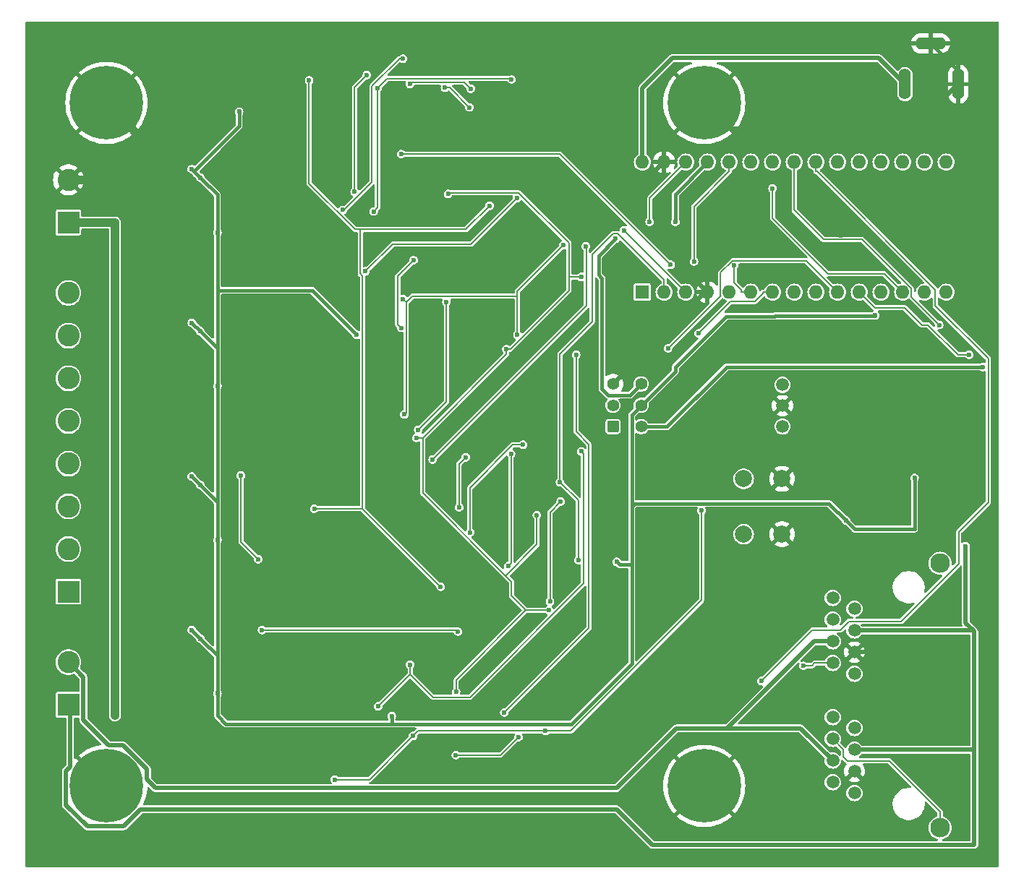
<source format=gbr>
%TF.GenerationSoftware,KiCad,Pcbnew,8.0.2*%
%TF.CreationDate,2024-05-02T21:50:03-05:00*%
%TF.ProjectId,LCC_Booster,4c43435f-426f-46f7-9374-65722e6b6963,rev?*%
%TF.SameCoordinates,Original*%
%TF.FileFunction,Copper,L2,Bot*%
%TF.FilePolarity,Positive*%
%FSLAX46Y46*%
G04 Gerber Fmt 4.6, Leading zero omitted, Abs format (unit mm)*
G04 Created by KiCad (PCBNEW 8.0.2) date 2024-05-02 21:50:03*
%MOMM*%
%LPD*%
G01*
G04 APERTURE LIST*
G04 Aperture macros list*
%AMRoundRect*
0 Rectangle with rounded corners*
0 $1 Rounding radius*
0 $2 $3 $4 $5 $6 $7 $8 $9 X,Y pos of 4 corners*
0 Add a 4 corners polygon primitive as box body*
4,1,4,$2,$3,$4,$5,$6,$7,$8,$9,$2,$3,0*
0 Add four circle primitives for the rounded corners*
1,1,$1+$1,$2,$3*
1,1,$1+$1,$4,$5*
1,1,$1+$1,$6,$7*
1,1,$1+$1,$8,$9*
0 Add four rect primitives between the rounded corners*
20,1,$1+$1,$2,$3,$4,$5,0*
20,1,$1+$1,$4,$5,$6,$7,0*
20,1,$1+$1,$6,$7,$8,$9,0*
20,1,$1+$1,$8,$9,$2,$3,0*%
G04 Aperture macros list end*
%TA.AperFunction,ComponentPad*%
%ADD10R,2.600000X2.600000*%
%TD*%
%TA.AperFunction,ComponentPad*%
%ADD11C,2.600000*%
%TD*%
%TA.AperFunction,ComponentPad*%
%ADD12R,1.600000X1.600000*%
%TD*%
%TA.AperFunction,ComponentPad*%
%ADD13O,1.600000X1.600000*%
%TD*%
%TA.AperFunction,ComponentPad*%
%ADD14O,1.400000X3.600000*%
%TD*%
%TA.AperFunction,ComponentPad*%
%ADD15O,3.600000X1.400000*%
%TD*%
%TA.AperFunction,ComponentPad*%
%ADD16C,0.900000*%
%TD*%
%TA.AperFunction,ComponentPad*%
%ADD17C,8.600000*%
%TD*%
%TA.AperFunction,ComponentPad*%
%ADD18C,1.500000*%
%TD*%
%TA.AperFunction,ComponentPad*%
%ADD19C,2.300000*%
%TD*%
%TA.AperFunction,ComponentPad*%
%ADD20RoundRect,0.250000X0.450000X-0.450000X0.450000X0.450000X-0.450000X0.450000X-0.450000X-0.450000X0*%
%TD*%
%TA.AperFunction,ComponentPad*%
%ADD21C,1.400000*%
%TD*%
%TA.AperFunction,ComponentPad*%
%ADD22C,2.000000*%
%TD*%
%TA.AperFunction,ViaPad*%
%ADD23C,0.600000*%
%TD*%
%TA.AperFunction,ViaPad*%
%ADD24C,1.000000*%
%TD*%
%TA.AperFunction,Conductor*%
%ADD25C,0.200000*%
%TD*%
%TA.AperFunction,Conductor*%
%ADD26C,0.440000*%
%TD*%
%TA.AperFunction,Conductor*%
%ADD27C,1.000000*%
%TD*%
%TA.AperFunction,Conductor*%
%ADD28C,0.500000*%
%TD*%
%TA.AperFunction,Conductor*%
%ADD29C,0.400000*%
%TD*%
G04 APERTURE END LIST*
D10*
%TO.P,J5,1,Pin_1*%
%TO.N,/raw_dcc_p*%
X25555000Y-100500000D03*
D11*
%TO.P,J5,2,Pin_2*%
%TO.N,/raw_dcc_n*%
X25555000Y-95500000D03*
%TD*%
D10*
%TO.P,J4,1,Pin_1*%
%TO.N,VTRACK*%
X25555000Y-44000000D03*
D11*
%TO.P,J4,2,Pin_2*%
%TO.N,GND*%
X25555000Y-39000000D03*
%TD*%
D12*
%TO.P,A1,1,D1/TX*%
%TO.N,/dcc_en_D*%
X92750000Y-52160000D03*
D13*
%TO.P,A1,2,D0/RX*%
%TO.N,/dcc_en_C*%
X95290000Y-52160000D03*
%TO.P,A1,3,~{RESET}*%
%TO.N,/~{reset}*%
X97830000Y-52160000D03*
%TO.P,A1,4,GND*%
%TO.N,GND*%
X100370000Y-52160000D03*
%TO.P,A1,5,D2*%
%TO.N,/int*%
X102910000Y-52160000D03*
%TO.P,A1,6,D3*%
%TO.N,/pwm_A*%
X105450000Y-52160000D03*
%TO.P,A1,7,D4*%
%TO.N,/dir_D*%
X107990000Y-52160000D03*
%TO.P,A1,8,D5*%
%TO.N,/pwm_D*%
X110530000Y-52160000D03*
%TO.P,A1,9,D6*%
%TO.N,/pwm_C*%
X113070000Y-52160000D03*
%TO.P,A1,10,D7*%
%TO.N,/dir_C*%
X115610000Y-52160000D03*
%TO.P,A1,11,D8*%
%TO.N,/dcc_p*%
X118150000Y-52160000D03*
%TO.P,A1,12,D9*%
%TO.N,/pwm_B*%
X120690000Y-52160000D03*
%TO.P,A1,13,D10*%
%TO.N,/dir_A*%
X123230000Y-52160000D03*
%TO.P,A1,14,D11*%
%TO.N,/copi*%
X125770000Y-52160000D03*
%TO.P,A1,15,D12*%
%TO.N,/cipo*%
X128310000Y-52160000D03*
%TO.P,A1,16,D13*%
%TO.N,/sck*%
X128310000Y-36920000D03*
%TO.P,A1,17,3V3*%
%TO.N,+3.3V*%
X125770000Y-36920000D03*
%TO.P,A1,18,AREF*%
%TO.N,unconnected-(A1-AREF-Pad18)*%
X123230000Y-36920000D03*
%TO.P,A1,19,A0*%
%TO.N,/sense_A*%
X120690000Y-36920000D03*
%TO.P,A1,20,A1*%
%TO.N,/sense_B*%
X118150000Y-36920000D03*
%TO.P,A1,21,A2*%
%TO.N,/sense_C*%
X115610000Y-36920000D03*
%TO.P,A1,22,A3*%
%TO.N,/sense_D*%
X113070000Y-36920000D03*
%TO.P,A1,23,A4*%
%TO.N,/cs*%
X110530000Y-36920000D03*
%TO.P,A1,24,A5*%
%TO.N,/dir_B*%
X107990000Y-36920000D03*
%TO.P,A1,25,A6*%
%TO.N,/dcc_en_A*%
X105450000Y-36920000D03*
%TO.P,A1,26,A7*%
%TO.N,/dcc_en_B*%
X102910000Y-36920000D03*
%TO.P,A1,27,+5V*%
%TO.N,+5V*%
X100370000Y-36920000D03*
%TO.P,A1,28,~{RESET}*%
%TO.N,/~{reset}*%
X97830000Y-36920000D03*
%TO.P,A1,29,GND*%
%TO.N,GND*%
X95290000Y-36920000D03*
%TO.P,A1,30,VIN*%
%TO.N,VIN*%
X92750000Y-36920000D03*
%TD*%
D14*
%TO.P,J2,A*%
%TO.N,VIN*%
X123500000Y-27800000D03*
%TO.P,J2,B*%
%TO.N,GND*%
X129750000Y-27800000D03*
D15*
%TO.P,J2,C*%
X126500000Y-23000000D03*
%TD*%
D16*
%TO.P,H3,1,1*%
%TO.N,GND*%
X96775000Y-110000000D03*
X97719581Y-107719581D03*
X97719581Y-112280419D03*
X100000000Y-106775000D03*
D17*
X100000000Y-110000000D03*
D16*
X100000000Y-113225000D03*
X102280419Y-107719581D03*
X102280419Y-112280419D03*
X103225000Y-110000000D03*
%TD*%
D10*
%TO.P,J3,1,Pin_1*%
%TO.N,/out2_D*%
X25555000Y-87250000D03*
D11*
%TO.P,J3,2,Pin_2*%
%TO.N,/out1_D*%
X25555000Y-82250000D03*
%TO.P,J3,3,Pin_3*%
%TO.N,/out2_C*%
X25555000Y-77250000D03*
%TO.P,J3,4,Pin_4*%
%TO.N,/out1_C*%
X25555000Y-72250000D03*
%TO.P,J3,5,Pin_5*%
%TO.N,/out2_B*%
X25555000Y-67250000D03*
%TO.P,J3,6,Pin_6*%
%TO.N,/out1_B*%
X25555000Y-62250000D03*
%TO.P,J3,7,Pin_7*%
%TO.N,/out2_A*%
X25555000Y-57250000D03*
%TO.P,J3,8,Pin_8*%
%TO.N,/out1_A*%
X25555000Y-52250000D03*
%TD*%
D18*
%TO.P,J1,1,1*%
%TO.N,/can_h*%
X117580000Y-110850000D03*
%TO.P,J1,2,2*%
%TO.N,/can_l*%
X115040000Y-109580000D03*
%TO.P,J1,3,3*%
%TO.N,GND*%
X117580000Y-108310000D03*
%TO.P,J1,4,4*%
%TO.N,/raw_dcc_n*%
X115040000Y-107040000D03*
%TO.P,J1,5,5*%
%TO.N,/raw_dcc_p*%
X117580000Y-105770000D03*
%TO.P,J1,6,6*%
%TO.N,/can_shield*%
X115040000Y-104500000D03*
%TO.P,J1,7,7*%
%TO.N,/pwr_n*%
X117580000Y-103230000D03*
%TO.P,J1,8,8*%
%TO.N,/pwr_p*%
X115040000Y-101960000D03*
%TO.P,J1,9,1*%
%TO.N,/can_h*%
X117580000Y-96880000D03*
%TO.P,J1,10,2*%
%TO.N,/can_l*%
X115040000Y-95610000D03*
%TO.P,J1,11,3*%
%TO.N,GND*%
X117580000Y-94340000D03*
%TO.P,J1,12,4*%
%TO.N,/raw_dcc_n*%
X115040000Y-93070000D03*
%TO.P,J1,13,5*%
%TO.N,/raw_dcc_p*%
X117580000Y-91800000D03*
%TO.P,J1,14,6*%
%TO.N,/can_shield*%
X115040000Y-90530000D03*
%TO.P,J1,15,7*%
%TO.N,/pwr_n*%
X117580000Y-89260000D03*
%TO.P,J1,16,8*%
%TO.N,/pwr_p*%
X115040000Y-87990000D03*
D19*
%TO.P,J1,M1,SHIELD*%
%TO.N,/can_shield*%
X127610000Y-114920000D03*
%TO.P,J1,M2,SHIELD*%
X127610000Y-83920000D03*
%TD*%
D20*
%TO.P,SW2,1,A*%
%TO.N,+5V*%
X89310000Y-67920000D03*
D21*
%TO.P,SW2,2,B*%
%TO.N,3v3_IOREF*%
X89310000Y-65420000D03*
%TO.P,SW2,3,C*%
%TO.N,GND*%
X89310000Y-62920000D03*
%TO.P,SW2,4,A*%
%TO.N,+5V*%
X92610000Y-62920000D03*
%TO.P,SW2,5,B*%
%TO.N,IOREF*%
X92610000Y-65420000D03*
%TO.P,SW2,6,C*%
%TO.N,+3.3V*%
X92610000Y-67920000D03*
%TD*%
D16*
%TO.P,H2,1,1*%
%TO.N,GND*%
X26775000Y-110000000D03*
X27719581Y-107719581D03*
X27719581Y-112280419D03*
X30000000Y-106775000D03*
D17*
X30000000Y-110000000D03*
D16*
X30000000Y-113225000D03*
X32280419Y-107719581D03*
X32280419Y-112280419D03*
X33225000Y-110000000D03*
%TD*%
D22*
%TO.P,SW1,1,1*%
%TO.N,GND*%
X109110000Y-74020000D03*
X109110000Y-80520000D03*
%TO.P,SW1,2,2*%
%TO.N,/~{reset}*%
X104610000Y-74020000D03*
X104610000Y-80520000D03*
%TD*%
D16*
%TO.P,H4,1,1*%
%TO.N,GND*%
X96775000Y-30000000D03*
X97719581Y-27719581D03*
X97719581Y-32280419D03*
X100000000Y-26775000D03*
D17*
X100000000Y-30000000D03*
D16*
X100000000Y-33225000D03*
X102280419Y-27719581D03*
X102280419Y-32280419D03*
X103225000Y-30000000D03*
%TD*%
%TO.P,H1,1,1*%
%TO.N,GND*%
X26775000Y-30000000D03*
X27719581Y-27719581D03*
X27719581Y-32280419D03*
X30000000Y-26775000D03*
D17*
X30000000Y-30000000D03*
D16*
X30000000Y-33225000D03*
X32280419Y-27719581D03*
X32280419Y-32280419D03*
X33225000Y-30000000D03*
%TD*%
D18*
%TO.P,Y1,1,1*%
%TO.N,Net-(U22-OSC2)*%
X109155000Y-63025000D03*
%TO.P,Y1,2,2*%
%TO.N,GND*%
X109155000Y-65465000D03*
%TO.P,Y1,3,3*%
%TO.N,Net-(U22-OSC1)*%
X109155000Y-67905000D03*
%TD*%
D23*
%TO.N,GND*%
X108194446Y-49315053D03*
%TO.N,/dir_D*%
X81405000Y-103546000D03*
X56721200Y-109260000D03*
X99676900Y-77739200D03*
X65894800Y-104157000D03*
X99345800Y-56987500D03*
%TO.N,/dcc_en_A*%
X72511200Y-30517200D03*
X69637200Y-28220900D03*
%TO.N,/pwm_C*%
X77375900Y-71118700D03*
X77025700Y-84252400D03*
D24*
%TO.N,GND*%
X38250000Y-97750000D03*
D23*
X65000000Y-42500000D03*
X69000000Y-92500000D03*
X120500000Y-62500000D03*
X76750000Y-94250000D03*
X52250000Y-100500000D03*
D24*
X34500000Y-103250000D03*
D23*
X66000000Y-60000000D03*
X83250000Y-54750000D03*
X72250000Y-26000000D03*
X83250000Y-82500000D03*
X60500000Y-101250000D03*
X71000000Y-22500000D03*
X63500000Y-104250000D03*
X109750000Y-100250000D03*
D24*
X40500000Y-106800000D03*
D23*
X72750000Y-47500000D03*
X92750000Y-55750000D03*
D24*
X40750000Y-61750000D03*
D23*
X87500000Y-91500000D03*
X129250000Y-87000000D03*
X70750000Y-33500000D03*
D24*
X34000000Y-45250000D03*
X39500000Y-43750000D03*
D23*
X49500000Y-75000000D03*
X61000000Y-62250000D03*
X67250000Y-87500000D03*
X121500000Y-59000000D03*
X50000000Y-79000000D03*
X77250000Y-24750000D03*
X114500000Y-49000000D03*
X112250000Y-40750000D03*
D24*
X38000000Y-37750000D03*
D23*
X58500000Y-48250000D03*
X39500000Y-52500000D03*
X121610000Y-93920000D03*
X45750000Y-43000000D03*
D24*
X38250000Y-61750000D03*
D23*
X57500000Y-106500000D03*
X60750000Y-55750000D03*
X130250000Y-63750000D03*
X58500000Y-76500000D03*
X83500000Y-105500000D03*
X89361040Y-78725066D03*
X70750000Y-67000000D03*
X66500000Y-34250000D03*
X54000000Y-108000000D03*
X45500000Y-100500000D03*
X125610000Y-75645000D03*
X62000000Y-59500000D03*
X77250000Y-29750000D03*
X71000000Y-58250000D03*
X112750000Y-100500000D03*
X72500000Y-84500000D03*
D24*
X39500000Y-79750000D03*
D23*
X77750000Y-64750000D03*
D24*
X39500000Y-61750000D03*
X34000000Y-73750000D03*
D23*
X129000000Y-57500000D03*
D24*
X40750000Y-97750000D03*
X34000000Y-61750000D03*
D23*
X72500000Y-61750000D03*
X73000000Y-52000000D03*
X91250000Y-49250000D03*
X108000000Y-111000000D03*
X131250000Y-118500000D03*
X79000000Y-53250000D03*
X57750000Y-94500000D03*
X69500000Y-106000000D03*
X78479280Y-59518645D03*
X88750000Y-73250000D03*
D24*
X34000000Y-79750000D03*
D23*
X126500000Y-58000000D03*
D24*
X38250000Y-79750000D03*
X34000000Y-97750000D03*
D23*
X129500000Y-112250000D03*
X108610000Y-88920000D03*
D24*
X34000000Y-91750000D03*
D23*
X65000000Y-68750000D03*
X65250000Y-84500000D03*
X132750000Y-87000000D03*
D24*
X34000000Y-49750000D03*
D23*
X71750000Y-87000000D03*
D24*
X38250000Y-43750000D03*
D23*
X65000000Y-75250000D03*
X121610000Y-89920000D03*
X81250000Y-51500000D03*
D24*
X38000000Y-73750000D03*
D23*
X57750000Y-51500000D03*
D24*
X34000000Y-55750000D03*
D23*
X79500000Y-95750000D03*
X73500000Y-78250000D03*
X103750000Y-91000000D03*
D24*
X38000000Y-55750000D03*
D23*
X70750000Y-101250000D03*
X65250000Y-47750000D03*
X89750000Y-86500000D03*
X47000000Y-58000000D03*
X88856770Y-70740688D03*
D24*
X84250000Y-32250000D03*
X39500000Y-97750000D03*
D23*
X116000000Y-45500000D03*
X47500000Y-41000000D03*
X45500000Y-35500000D03*
X63250000Y-114000000D03*
D24*
X40750000Y-43750000D03*
D23*
X68000000Y-111500000D03*
X67500000Y-104750000D03*
X50250000Y-33750000D03*
X78250000Y-73000000D03*
X52250000Y-69250000D03*
X66000000Y-94000000D03*
X84500000Y-86000000D03*
D24*
X34000000Y-67300000D03*
D23*
X71000000Y-61000000D03*
X65500000Y-72250000D03*
D24*
X38000000Y-91750000D03*
X34000000Y-85300000D03*
X40750000Y-79750000D03*
D23*
X90182202Y-81687909D03*
X90000000Y-51750000D03*
X94000000Y-89250000D03*
X65500000Y-98750000D03*
X58250000Y-82250000D03*
X76250000Y-81250000D03*
X73000000Y-34250000D03*
%TO.N,/dir_C*%
X95750000Y-58750000D03*
%TO.N,/pwm_D*%
X65560400Y-95792000D03*
X61808100Y-100681000D03*
X85603700Y-70812100D03*
%TO.N,+5V*%
X89610000Y-45920000D03*
X96610000Y-43920000D03*
%TO.N,/dcc_en_C*%
X83111000Y-74419900D03*
X85245800Y-83552900D03*
%TO.N,/dcc_en_D*%
X76593300Y-101408000D03*
X85000000Y-59500000D03*
%TO.N,/~{reset}*%
X93610000Y-43920000D03*
X90610000Y-44920000D03*
%TO.N,/cs*%
X127500000Y-56000000D03*
%TO.N,/dcc_en_B*%
X98794300Y-48574100D03*
%TO.N,/dir_B*%
X64732300Y-52968600D03*
X83505900Y-46661200D03*
X64888400Y-66481100D03*
X78121600Y-57162200D03*
%TO.N,/dir_A*%
X108000000Y-40000000D03*
X61739500Y-28258200D03*
X77437400Y-27251400D03*
X61291300Y-42709400D03*
%TO.N,/sense_D*%
X71173500Y-91936200D03*
X106677000Y-97712500D03*
X48230600Y-91741500D03*
%TO.N,/dcc_p*%
X66280900Y-69226700D03*
X70934700Y-98979600D03*
X76815000Y-58845600D03*
X70000000Y-40661400D03*
X85588900Y-50377700D03*
X131000000Y-59500000D03*
X80406200Y-78290600D03*
X81835300Y-89435200D03*
%TO.N,+3.3V*%
X132610000Y-60920000D03*
%TO.N,/pwm_A*%
X64532900Y-35978500D03*
X96071200Y-48958900D03*
X103500000Y-49000000D03*
%TO.N,/pwm_B*%
X64509100Y-56342500D03*
X65965600Y-48415700D03*
%TO.N,/sense_C*%
X68200000Y-71758400D03*
X86109500Y-46791500D03*
%TO.N,IOREF*%
X43003200Y-63165500D03*
X41000000Y-38750000D03*
X40000000Y-73751700D03*
X40000000Y-37750000D03*
X120000000Y-54890000D03*
X40003200Y-55745500D03*
X41000000Y-74751700D03*
X63401400Y-101808000D03*
X43000000Y-99170000D03*
X41000000Y-92750000D03*
X116610000Y-78920000D03*
X41003200Y-56745500D03*
X40000000Y-91750000D03*
X124610000Y-73920000D03*
X43000000Y-45170000D03*
X59297300Y-57159000D03*
X89762400Y-83752400D03*
X43000000Y-81171700D03*
X45544200Y-31015400D03*
D24*
%TO.N,VTRACK*%
X31000000Y-74250000D03*
X31000000Y-86750000D03*
X31000000Y-101750000D03*
X31000000Y-55750000D03*
D23*
%TO.N,/raw_dcc_p*%
X130610000Y-81920000D03*
%TO.N,/can_l*%
X111610000Y-95920000D03*
%TO.N,3v3_IOREF*%
X69143500Y-86681400D03*
X54337500Y-77533100D03*
X53738700Y-27337500D03*
X74874600Y-42044500D03*
%TO.N,Net-(U11-FAULT_N)*%
X60327400Y-49723900D03*
X78045800Y-41171300D03*
%TO.N,Net-(U16-FAULT_N)*%
X47771900Y-83451400D03*
X45748700Y-73641600D03*
%TO.N,Net-(U2-Pad12)*%
X65543900Y-27772500D03*
X72651800Y-28321500D03*
%TO.N,Net-(U4-Pad8)*%
X59058700Y-40404500D03*
X60503700Y-26724500D03*
%TO.N,Net-(U4-Pad6)*%
X64713600Y-24806000D03*
X57695800Y-42529700D03*
%TO.N,Net-(U7-Pad8)*%
X66515000Y-68286000D03*
X69815000Y-53293300D03*
%TO.N,Net-(U12-Pad8)*%
X83187600Y-76691700D03*
X81934400Y-88408500D03*
%TO.N,Net-(U14-Pad6)*%
X78775900Y-70033400D03*
X72563700Y-80314100D03*
%TO.N,Net-(U14-Pad8)*%
X72053100Y-71500000D03*
X71290000Y-77367000D03*
%TO.N,Net-(U17-Pad6)*%
X70921400Y-106407000D03*
X78243700Y-104294000D03*
%TD*%
D25*
%TO.N,/dir_C*%
X95750000Y-58750000D02*
X101917893Y-52582107D01*
X111950000Y-48500000D02*
X115610000Y-52160000D01*
X101917893Y-52582107D02*
X101910000Y-52574214D01*
X101910000Y-52574214D02*
X101910000Y-49882893D01*
X101910000Y-49882893D02*
X103292893Y-48500000D01*
X103292893Y-48500000D02*
X111950000Y-48500000D01*
%TO.N,/dcc_en_D*%
X85000000Y-59500000D02*
X85000000Y-68500000D01*
X85000000Y-68500000D02*
X86500000Y-70000000D01*
X86500000Y-91501300D02*
X76593300Y-101408000D01*
X86500000Y-70000000D02*
X86500000Y-91501300D01*
%TO.N,/pwm_A*%
X103500000Y-49000000D02*
X103500000Y-51068700D01*
X103500000Y-51068700D02*
X104348000Y-51916700D01*
X104348000Y-51916700D02*
X104348000Y-52160000D01*
X104348000Y-52160000D02*
X105450000Y-52160000D01*
%TO.N,/dir_D*%
X105924000Y-53261700D02*
X103072000Y-53261700D01*
X106888000Y-52160000D02*
X106888000Y-52297800D01*
X60792000Y-109260000D02*
X65894800Y-104157000D01*
X107990000Y-52160000D02*
X106888000Y-52160000D01*
X66506400Y-103546000D02*
X65894800Y-104157000D01*
X106888000Y-52297800D02*
X105924000Y-53261700D01*
X81405000Y-103546000D02*
X66506400Y-103546000D01*
X56721200Y-109260000D02*
X60792000Y-109260000D01*
X99676900Y-77739200D02*
X99676900Y-88236400D01*
X99676900Y-88236400D02*
X84367700Y-103546000D01*
X103072000Y-53261700D02*
X99345800Y-56987500D01*
X84367700Y-103546000D02*
X81405000Y-103546000D01*
%TO.N,/dcc_en_A*%
X70214900Y-28220900D02*
X72511200Y-30517200D01*
X69637200Y-28220900D02*
X70214900Y-28220900D01*
%TO.N,/pwm_C*%
X77375900Y-71118700D02*
X77375900Y-83902200D01*
X77375900Y-83902200D02*
X77025700Y-84252400D01*
D26*
%TO.N,GND*%
X129750000Y-26250000D02*
X126500000Y-23000000D01*
D27*
X34000000Y-67300000D02*
X34000000Y-73750000D01*
X34000000Y-39000000D02*
X34000000Y-37750000D01*
D26*
X129750000Y-27800000D02*
X129750000Y-26250000D01*
D27*
X34000000Y-40000000D02*
X34000000Y-39000000D01*
X34000000Y-45250000D02*
X34000000Y-40000000D01*
D28*
X119142000Y-86590000D02*
X125610000Y-80122100D01*
X117580000Y-94340000D02*
X121190000Y-94340000D01*
X90290000Y-41920000D02*
X90450000Y-41760000D01*
X121610000Y-89920000D02*
X118280000Y-86590000D01*
D27*
X34000000Y-55750000D02*
X38000000Y-55750000D01*
X34000000Y-73750000D02*
X38000000Y-73750000D01*
X34500000Y-103250000D02*
X34000000Y-102750000D01*
X34000000Y-85300000D02*
X34000000Y-91750000D01*
X32280400Y-32280400D02*
X30000000Y-30000000D01*
D28*
X129750000Y-27800000D02*
X124550000Y-33000000D01*
X90450000Y-41760000D02*
X95290000Y-36920000D01*
D27*
X34000000Y-79750000D02*
X34000000Y-85300000D01*
D28*
X103000000Y-33000000D02*
X102280000Y-32280400D01*
D27*
X34000000Y-73750000D02*
X34000000Y-79750000D01*
X34000000Y-37750000D02*
X34000000Y-34000000D01*
X25555000Y-39000000D02*
X34000000Y-39000000D01*
D26*
X95290000Y-36920000D02*
X95290000Y-34710000D01*
D28*
X100070000Y-52160000D02*
X100370000Y-52160000D01*
X102280000Y-32280400D02*
X100000000Y-30000000D01*
X110940000Y-86590000D02*
X108610000Y-88920000D01*
X118280000Y-86590000D02*
X110940000Y-86590000D01*
X125610000Y-80122100D02*
X125610000Y-75645000D01*
D26*
X95290000Y-34710000D02*
X97719600Y-32280400D01*
D28*
X89310000Y-62920000D02*
X100070000Y-52160000D01*
X101750000Y-33250000D02*
X98960000Y-33250000D01*
D27*
X34000000Y-39000000D02*
X34000000Y-37750000D01*
X34000000Y-91750000D02*
X38000000Y-91750000D01*
X34000000Y-49750000D02*
X34000000Y-55750000D01*
D26*
X97719600Y-32280400D02*
X100000000Y-30000000D01*
D27*
X34000000Y-55750000D02*
X34000000Y-61750000D01*
X34000000Y-40000000D02*
X34000000Y-39000000D01*
D28*
X90450000Y-42240000D02*
X90450000Y-41760000D01*
X100370000Y-52160000D02*
X90450000Y-42240000D01*
D27*
X34000000Y-37750000D02*
X38000000Y-37750000D01*
X38050000Y-106800000D02*
X40500000Y-106800000D01*
X34000000Y-61750000D02*
X34000000Y-67300000D01*
X34500000Y-103250000D02*
X38050000Y-106800000D01*
D28*
X121190000Y-94340000D02*
X121610000Y-93920000D01*
D27*
X34000000Y-91750000D02*
X34000000Y-97750000D01*
D28*
X124550000Y-33000000D02*
X103000000Y-33000000D01*
D27*
X34000000Y-45250000D02*
X34000000Y-49750000D01*
D28*
X118280000Y-86590000D02*
X119142000Y-86590000D01*
D27*
X34000000Y-34000000D02*
X32280400Y-32280400D01*
X34000000Y-102750000D02*
X34000000Y-97750000D01*
D25*
%TO.N,/pwm_D*%
X61808100Y-100681000D02*
X65560400Y-96929100D01*
X65560400Y-96929100D02*
X65560400Y-95792000D01*
X72544900Y-99610300D02*
X85873700Y-86281500D01*
X68241600Y-99610300D02*
X72544900Y-99610300D01*
X85873700Y-86281500D02*
X85873700Y-71082100D01*
X85873700Y-71082100D02*
X85603700Y-70812100D01*
X65560400Y-96929100D02*
X68241600Y-99610300D01*
D29*
%TO.N,+5V*%
X87610000Y-50120000D02*
X88010000Y-50520000D01*
X89610000Y-45920000D02*
X87610000Y-47920000D01*
X91310000Y-64220000D02*
X92610000Y-62920000D01*
X88771500Y-64220000D02*
X91310000Y-64220000D01*
X88010000Y-50520000D02*
X88010000Y-63458500D01*
X96610000Y-43920000D02*
X96610000Y-40680000D01*
X87610000Y-47920000D02*
X87610000Y-50120000D01*
X96610000Y-40680000D02*
X100370000Y-36920000D01*
X88010000Y-63458500D02*
X88771500Y-64220000D01*
D25*
%TO.N,/dcc_en_C*%
X89884500Y-45313400D02*
X95290000Y-50718900D01*
X89326500Y-45313400D02*
X89884500Y-45313400D01*
X83111000Y-74419900D02*
X85245800Y-76554700D01*
X85245800Y-76554700D02*
X85245800Y-83552900D01*
X95290000Y-50718900D02*
X95290000Y-52160000D01*
X86889000Y-47750900D02*
X89326500Y-45313400D01*
X83111000Y-74419900D02*
X83111000Y-59391600D01*
X86889000Y-55613600D02*
X86889000Y-47750900D01*
X83111000Y-59391600D02*
X86889000Y-55613600D01*
%TO.N,/~{reset}*%
X93610000Y-41140000D02*
X97830000Y-36920000D01*
X90590000Y-44920000D02*
X90610000Y-44920000D01*
X90610000Y-44920000D02*
X90610000Y-44940000D01*
X93610000Y-43920000D02*
X93610000Y-41140000D01*
X90610000Y-44940000D02*
X97830000Y-52160000D01*
%TO.N,/cs*%
X114000000Y-46000000D02*
X110530000Y-42530000D01*
X127500000Y-56000000D02*
X124230000Y-52730000D01*
X110530000Y-42530000D02*
X110530000Y-36920000D01*
X118484214Y-46000000D02*
X114000000Y-46000000D01*
X124230000Y-52730000D02*
X124230000Y-51745786D01*
X124230000Y-51745786D02*
X118484214Y-46000000D01*
D28*
%TO.N,VIN*%
X123490000Y-27800000D02*
X123500000Y-27800000D01*
X96250000Y-24750000D02*
X120440000Y-24750000D01*
X92750000Y-36920000D02*
X92750000Y-28250000D01*
X120440000Y-24750000D02*
X123490000Y-27800000D01*
X92750000Y-28250000D02*
X96250000Y-24750000D01*
D25*
%TO.N,/dcc_en_B*%
X102910000Y-38021700D02*
X98794300Y-42137400D01*
X102910000Y-36920000D02*
X102910000Y-38021700D01*
X98794300Y-42137400D02*
X98794300Y-48574100D01*
%TO.N,/dir_B*%
X83505900Y-46661200D02*
X78121600Y-52045500D01*
X78121600Y-52045500D02*
X78121600Y-52614900D01*
X65110800Y-53347100D02*
X64732300Y-52968600D01*
X65843000Y-52614900D02*
X65110800Y-53347100D01*
X78121600Y-52614900D02*
X78121600Y-57162200D01*
X65110800Y-66258700D02*
X65110800Y-53347100D01*
X78121600Y-52614900D02*
X65843000Y-52614900D01*
X64888400Y-66481100D02*
X65110800Y-66258700D01*
%TO.N,/dir_A*%
X61739500Y-28258200D02*
X61739500Y-42261200D01*
X108000000Y-40000000D02*
X108000000Y-43500000D01*
X77324700Y-27138700D02*
X62859000Y-27138700D01*
X77437400Y-27251400D02*
X77324700Y-27138700D01*
X61739500Y-42261200D02*
X61291300Y-42709400D01*
X121070000Y-50000000D02*
X123230000Y-52160000D01*
X62859000Y-27138700D02*
X61739500Y-28258200D01*
X114500000Y-50000000D02*
X121070000Y-50000000D01*
X108000000Y-43500000D02*
X114500000Y-50000000D01*
%TO.N,/sense_D*%
X113208000Y-38021700D02*
X127040000Y-51854000D01*
X133255000Y-76790300D02*
X129774000Y-80271200D01*
X129774000Y-80271200D02*
X129774000Y-83957900D01*
X113070000Y-38021700D02*
X113208000Y-38021700D01*
X133255000Y-59968100D02*
X133255000Y-76790300D01*
X127040000Y-51854000D02*
X127040000Y-53753000D01*
X48230600Y-91741500D02*
X70978800Y-91741500D01*
X112645000Y-91745200D02*
X106677000Y-97712500D01*
X122999000Y-90732800D02*
X116917000Y-90732800D01*
X113070000Y-36920000D02*
X113070000Y-38021700D01*
X116917000Y-90732800D02*
X115905000Y-91745200D01*
X129774000Y-83957900D02*
X122999000Y-90732800D01*
X115905000Y-91745200D02*
X112645000Y-91745200D01*
X127040000Y-53753000D02*
X133255000Y-59968100D01*
X70978800Y-91741500D02*
X71173500Y-91936200D01*
%TO.N,/dcc_p*%
X123500000Y-54000000D02*
X119990000Y-54000000D01*
X70000000Y-40661400D02*
X70156300Y-40505100D01*
X129707107Y-59500000D02*
X126207107Y-56000000D01*
X77289100Y-58845600D02*
X84156700Y-51978000D01*
X78236600Y-40505100D02*
X84156700Y-46425200D01*
X79118400Y-89435200D02*
X70934700Y-97618900D01*
X79118400Y-89435200D02*
X77429700Y-87746500D01*
X131000000Y-59500000D02*
X129707107Y-59500000D01*
X67045500Y-75675100D02*
X67045500Y-69226700D01*
X125500000Y-56000000D02*
X123500000Y-54000000D01*
X77429700Y-86059300D02*
X76754400Y-85383900D01*
X70156300Y-40505100D02*
X78236600Y-40505100D01*
X76815000Y-58845600D02*
X77289100Y-58845600D01*
X76754400Y-85383900D02*
X67045500Y-75675100D01*
X81835300Y-89435200D02*
X79118400Y-89435200D01*
X84156700Y-46425200D02*
X84156700Y-50377700D01*
X76815000Y-59457200D02*
X76815000Y-58845600D01*
X84156700Y-51978000D02*
X84156700Y-50377700D01*
X67045500Y-69226700D02*
X66280900Y-69226700D01*
X84156700Y-50377700D02*
X85588900Y-50377700D01*
X67045500Y-69226700D02*
X76815000Y-59457200D01*
X126207107Y-56000000D02*
X125500000Y-56000000D01*
X76754400Y-85383900D02*
X80406200Y-81732100D01*
X119990000Y-54000000D02*
X118150000Y-52160000D01*
X70934700Y-97618900D02*
X70934700Y-98979600D01*
X77429700Y-87746500D02*
X77429700Y-86059300D01*
X80406200Y-81732100D02*
X80406200Y-78290600D01*
D29*
%TO.N,+3.3V*%
X102610000Y-60920000D02*
X132610000Y-60920000D01*
X92610000Y-67920000D02*
X95610000Y-67920000D01*
X95610000Y-67920000D02*
X102610000Y-60920000D01*
D25*
%TO.N,/pwm_A*%
X64532900Y-35978500D02*
X83090800Y-35978500D01*
X83090800Y-35978500D02*
X96071200Y-48958900D01*
%TO.N,/pwm_B*%
X65965600Y-48415700D02*
X64111100Y-50270200D01*
X64111100Y-55944500D02*
X64509100Y-56342500D01*
X64111100Y-50270200D02*
X64111100Y-55944500D01*
%TO.N,/sense_C*%
X68200000Y-71758400D02*
X86190600Y-53767800D01*
X86190600Y-53767800D02*
X86190600Y-46872600D01*
X86190600Y-46872600D02*
X86109500Y-46791500D01*
D29*
%TO.N,IOREF*%
X43000000Y-51956100D02*
X54094400Y-51956100D01*
X91510000Y-77270000D02*
X91510000Y-66520000D01*
X43000000Y-94750000D02*
X43000000Y-99170000D01*
X43000000Y-76751700D02*
X43000000Y-81171700D01*
X91510000Y-84063900D02*
X91510000Y-77270000D01*
X43000000Y-94750000D02*
X41000000Y-92750000D01*
X102530000Y-55000000D02*
X96610000Y-60920000D01*
X63404600Y-102750000D02*
X84430100Y-102750000D01*
X43000000Y-76751700D02*
X41000000Y-74751700D01*
X41000000Y-74751700D02*
X40000000Y-73751700D01*
X90073900Y-84063900D02*
X89762400Y-83752400D01*
X41000000Y-38750000D02*
X40500000Y-38250000D01*
X40250000Y-38000000D02*
X40000000Y-37750000D01*
X96610000Y-61420000D02*
X92610000Y-65420000D01*
X41000000Y-92750000D02*
X40000000Y-91750000D01*
X43000000Y-65820600D02*
X43003200Y-65817400D01*
X114610000Y-76920000D02*
X91860000Y-76920000D01*
X124610000Y-79920000D02*
X117610000Y-79920000D01*
X43000000Y-51956100D02*
X43000000Y-58742300D01*
X91510000Y-95670100D02*
X91510000Y-84063900D01*
X43000000Y-45170000D02*
X43000000Y-40750000D01*
X96610000Y-60920000D02*
X96610000Y-61420000D01*
X43000000Y-45170000D02*
X43000000Y-51956100D01*
X45544200Y-31015400D02*
X45544200Y-32705800D01*
X119970000Y-54920000D02*
X118000000Y-54920000D01*
X124610000Y-73920000D02*
X124610000Y-79920000D01*
X91510000Y-84063900D02*
X90073900Y-84063900D01*
X91510000Y-66520000D02*
X92610000Y-65420000D01*
X63404600Y-101811000D02*
X63401400Y-101808000D01*
X118000000Y-54920000D02*
X108330000Y-54920000D01*
X84430100Y-102750000D02*
X91510000Y-95670100D01*
X43000000Y-65820600D02*
X43000000Y-76751700D01*
X44000000Y-102750000D02*
X63404600Y-102750000D01*
X43000000Y-40750000D02*
X41000000Y-38750000D01*
X116610000Y-78920000D02*
X114610000Y-76920000D01*
X91860000Y-76920000D02*
X91510000Y-77270000D01*
X43000000Y-101750000D02*
X44000000Y-102750000D01*
X41003200Y-56745500D02*
X40003200Y-55745500D01*
X108250000Y-55000000D02*
X102530000Y-55000000D01*
X43003200Y-65817400D02*
X43003200Y-63165500D01*
X54094400Y-51956100D02*
X59297300Y-57159000D01*
X108330000Y-54920000D02*
X108250000Y-55000000D01*
X120000000Y-54890000D02*
X119970000Y-54920000D01*
X117610000Y-79920000D02*
X116610000Y-78920000D01*
X40500000Y-38250000D02*
X40250000Y-38000000D01*
X45544200Y-32705800D02*
X40250000Y-38000000D01*
X43000000Y-99170000D02*
X43000000Y-101750000D01*
X43000000Y-58742300D02*
X41003200Y-56745500D01*
X43000000Y-58742300D02*
X43000000Y-65820600D01*
X43000000Y-81171700D02*
X43000000Y-94750000D01*
X63404600Y-102750000D02*
X63404600Y-101811000D01*
D27*
%TO.N,VTRACK*%
X31000000Y-74250000D02*
X31000000Y-86750000D01*
X31000000Y-101750000D02*
X31000000Y-86750000D01*
X31000000Y-44000000D02*
X31000000Y-55750000D01*
X25555000Y-44000000D02*
X31000000Y-44000000D01*
X31000000Y-55750000D02*
X31000000Y-74250000D01*
D28*
%TO.N,/raw_dcc_n*%
X35750000Y-110250000D02*
X89750000Y-110250000D01*
X89750000Y-110250000D02*
X96750000Y-103250000D01*
X112840000Y-93070000D02*
X115040000Y-93070000D01*
X27305000Y-97250000D02*
X27305000Y-102305000D01*
X34750000Y-108032000D02*
X34750000Y-109250000D01*
X102660000Y-103250000D02*
X112840000Y-93070000D01*
X102660000Y-103250000D02*
X111250000Y-103250000D01*
X25555000Y-95500000D02*
X27305000Y-97250000D01*
X96750000Y-103250000D02*
X102660000Y-103250000D01*
X30250000Y-105250000D02*
X31967500Y-105250000D01*
X34750000Y-109250000D02*
X35750000Y-110250000D01*
X31967500Y-105250000D02*
X34750000Y-108032000D01*
X27305000Y-102305000D02*
X30250000Y-105250000D01*
X111250000Y-103250000D02*
X115040000Y-107040000D01*
%TO.N,/raw_dcc_p*%
X131610000Y-116920000D02*
X131610000Y-105920000D01*
X27750000Y-114750000D02*
X25250000Y-112250000D01*
X131460000Y-105770000D02*
X131610000Y-105920000D01*
X25250000Y-108250000D02*
X25750000Y-107750000D01*
X89770000Y-112770000D02*
X89750000Y-112750000D01*
X131610000Y-91920000D02*
X131490000Y-91800000D01*
X89770000Y-112770000D02*
X93920000Y-116920000D01*
X32000000Y-114750000D02*
X27750000Y-114750000D01*
X117580000Y-105770000D02*
X131460000Y-105770000D01*
X34000000Y-112750000D02*
X32000000Y-114750000D01*
X93920000Y-116920000D02*
X131610000Y-116920000D01*
X25750000Y-107750000D02*
X25750000Y-100695000D01*
X130610000Y-81920000D02*
X130610000Y-90920000D01*
X131610000Y-105920000D02*
X131610000Y-91920000D01*
X131490000Y-91800000D02*
X117580000Y-91800000D01*
X25250000Y-112250000D02*
X25250000Y-108250000D01*
X130610000Y-90920000D02*
X131490000Y-91800000D01*
X93920000Y-116920000D02*
X89770000Y-112770000D01*
X89750000Y-112750000D02*
X34000000Y-112750000D01*
X25750000Y-100695000D02*
X25555000Y-100500000D01*
D25*
%TO.N,/can_shield*%
X127610000Y-113007000D02*
X127610000Y-114920000D01*
X116290000Y-105750000D02*
X116290000Y-106600000D01*
X116750000Y-107060000D02*
X121663000Y-107060000D01*
X116290000Y-106600000D02*
X116750000Y-107060000D01*
X115040000Y-104500000D02*
X116290000Y-105750000D01*
X121663000Y-107060000D02*
X127610000Y-113007000D01*
%TO.N,/can_l*%
X111610000Y-95920000D02*
X112610000Y-95920000D01*
X112610000Y-95920000D02*
X112920000Y-95610000D01*
X112920000Y-95610000D02*
X115040000Y-95610000D01*
%TO.N,3v3_IOREF*%
X53738700Y-27337500D02*
X53738700Y-39427700D01*
X72101600Y-44817500D02*
X74874600Y-42044500D01*
X53738700Y-39427700D02*
X59128500Y-44817500D01*
X59724400Y-49971700D02*
X59995200Y-50242500D01*
X59724400Y-44817500D02*
X72101600Y-44817500D01*
X59128500Y-44817500D02*
X59724400Y-44817500D01*
X59995200Y-77533100D02*
X54337500Y-77533100D01*
X59995200Y-50242500D02*
X59995200Y-77533100D01*
X69143500Y-86681400D02*
X59995200Y-77533100D01*
X59724400Y-44817500D02*
X59724400Y-49971700D01*
%TO.N,Net-(U11-FAULT_N)*%
X60327400Y-49723900D02*
X63522300Y-46529000D01*
X72688100Y-46529000D02*
X78045800Y-41171300D01*
X63522300Y-46529000D02*
X72688100Y-46529000D01*
%TO.N,Net-(U16-FAULT_N)*%
X45748700Y-81428200D02*
X47771900Y-83451400D01*
X45748700Y-73641600D02*
X45748700Y-81428200D01*
%TO.N,Net-(U2-Pad12)*%
X65732100Y-27584300D02*
X65543900Y-27772500D01*
X72651800Y-28321500D02*
X71914600Y-27584300D01*
X71914600Y-27584300D02*
X65732100Y-27584300D01*
%TO.N,Net-(U4-Pad8)*%
X59058700Y-28169500D02*
X59058700Y-40404500D01*
X60503700Y-26724500D02*
X59058700Y-28169500D01*
%TO.N,Net-(U4-Pad6)*%
X64334700Y-24806000D02*
X64713600Y-24806000D01*
X57695800Y-42529700D02*
X57817000Y-42529700D01*
X61103900Y-28036800D02*
X64334700Y-24806000D01*
X61103900Y-39242800D02*
X61103900Y-28036800D01*
X57817000Y-42529700D02*
X61103900Y-39242800D01*
%TO.N,Net-(U7-Pad8)*%
X69815000Y-64986000D02*
X66515000Y-68286000D01*
X69815000Y-53293300D02*
X69815000Y-64986000D01*
%TO.N,Net-(U12-Pad8)*%
X81934400Y-88408500D02*
X81934400Y-77944900D01*
X81934400Y-77944900D02*
X83187600Y-76691700D01*
%TO.N,Net-(U14-Pad6)*%
X72563700Y-75080100D02*
X72563700Y-80314100D01*
X78775900Y-70033400D02*
X77610400Y-70033400D01*
X77610400Y-70033400D02*
X72563700Y-75080100D01*
%TO.N,Net-(U14-Pad8)*%
X71290000Y-72263100D02*
X71290000Y-77367000D01*
X72053100Y-71500000D02*
X71290000Y-72263100D01*
%TO.N,Net-(U17-Pad6)*%
X76130300Y-106407000D02*
X70921400Y-106407000D01*
X78243700Y-104294000D02*
X76130300Y-106407000D01*
%TD*%
%TA.AperFunction,Conductor*%
%TO.N,GND*%
G36*
X111079074Y-103720185D02*
G01*
X111099716Y-103736819D01*
X114077071Y-106714174D01*
X114110556Y-106775497D01*
X114108052Y-106837846D01*
X114103252Y-106853668D01*
X114084901Y-107040000D01*
X114103252Y-107226331D01*
X114103253Y-107226333D01*
X114157604Y-107405502D01*
X114245862Y-107570623D01*
X114245864Y-107570626D01*
X114364642Y-107715357D01*
X114509373Y-107834135D01*
X114509376Y-107834137D01*
X114669597Y-107919776D01*
X114674499Y-107922396D01*
X114853666Y-107976746D01*
X114853668Y-107976747D01*
X114870374Y-107978392D01*
X115040000Y-107995099D01*
X115226331Y-107976747D01*
X115405501Y-107922396D01*
X115570625Y-107834136D01*
X115715357Y-107715357D01*
X115834136Y-107570625D01*
X115922396Y-107405501D01*
X115976747Y-107226331D01*
X115995099Y-107040000D01*
X115995099Y-107039999D01*
X115995099Y-107033908D01*
X115996574Y-107033908D01*
X116008215Y-106972470D01*
X116056271Y-106921751D01*
X116124119Y-106905064D01*
X116190217Y-106927708D01*
X116206290Y-106941261D01*
X116509540Y-107244511D01*
X116565489Y-107300460D01*
X116588152Y-107313544D01*
X116636368Y-107364111D01*
X116649592Y-107432718D01*
X116623624Y-107497583D01*
X116621148Y-107500631D01*
X116618788Y-107503443D01*
X116493335Y-107682608D01*
X116493333Y-107682612D01*
X116400898Y-107880840D01*
X116400894Y-107880849D01*
X116344289Y-108092105D01*
X116344287Y-108092115D01*
X116325225Y-108309999D01*
X116325225Y-108310000D01*
X116344287Y-108527884D01*
X116344289Y-108527894D01*
X116400894Y-108739150D01*
X116400898Y-108739159D01*
X116493333Y-108937387D01*
X116536874Y-108999571D01*
X117137861Y-108398583D01*
X117160667Y-108483694D01*
X117219910Y-108586306D01*
X117303694Y-108670090D01*
X117406306Y-108729333D01*
X117491414Y-108752137D01*
X116890427Y-109353124D01*
X116952612Y-109396666D01*
X117150840Y-109489101D01*
X117150849Y-109489105D01*
X117362105Y-109545710D01*
X117362115Y-109545712D01*
X117579999Y-109564775D01*
X117580001Y-109564775D01*
X117797884Y-109545712D01*
X117797894Y-109545710D01*
X118009150Y-109489105D01*
X118009164Y-109489100D01*
X118207383Y-109396669D01*
X118207385Y-109396668D01*
X118269571Y-109353124D01*
X117668585Y-108752137D01*
X117753694Y-108729333D01*
X117856306Y-108670090D01*
X117940090Y-108586306D01*
X117999333Y-108483694D01*
X118022138Y-108398584D01*
X118623124Y-108999570D01*
X118666668Y-108937385D01*
X118666669Y-108937383D01*
X118759100Y-108739164D01*
X118759105Y-108739150D01*
X118815710Y-108527894D01*
X118815712Y-108527884D01*
X118834775Y-108310000D01*
X118834775Y-108309999D01*
X118815712Y-108092115D01*
X118815710Y-108092105D01*
X118759105Y-107880849D01*
X118759101Y-107880840D01*
X118666666Y-107682612D01*
X118666664Y-107682608D01*
X118577748Y-107555623D01*
X118555421Y-107489417D01*
X118572431Y-107421650D01*
X118623379Y-107373837D01*
X118679323Y-107360500D01*
X121487167Y-107360500D01*
X121554206Y-107380185D01*
X121574848Y-107396819D01*
X124220265Y-110042236D01*
X124253750Y-110103559D01*
X124248766Y-110173251D01*
X124206894Y-110229184D01*
X124141430Y-110253601D01*
X124116399Y-110252856D01*
X124052937Y-110244501D01*
X124052932Y-110244500D01*
X124052927Y-110244500D01*
X123807073Y-110244500D01*
X123807065Y-110244500D01*
X123575059Y-110275045D01*
X123563323Y-110276591D01*
X123325847Y-110340222D01*
X123325837Y-110340225D01*
X123098714Y-110434303D01*
X123098705Y-110434307D01*
X122885787Y-110557236D01*
X122690745Y-110706897D01*
X122690738Y-110706903D01*
X122516903Y-110880738D01*
X122516897Y-110880745D01*
X122367236Y-111075787D01*
X122244307Y-111288705D01*
X122244303Y-111288714D01*
X122150225Y-111515837D01*
X122150222Y-111515847D01*
X122092199Y-111732396D01*
X122086592Y-111753320D01*
X122086590Y-111753331D01*
X122054500Y-111997065D01*
X122054500Y-112242934D01*
X122073799Y-112389513D01*
X122086591Y-112486677D01*
X122086592Y-112486679D01*
X122150222Y-112724152D01*
X122150225Y-112724162D01*
X122191666Y-112824208D01*
X122244306Y-112951292D01*
X122367233Y-113164208D01*
X122367235Y-113164211D01*
X122367236Y-113164212D01*
X122516897Y-113359254D01*
X122516903Y-113359261D01*
X122690738Y-113533096D01*
X122690744Y-113533101D01*
X122885792Y-113682767D01*
X123098708Y-113805694D01*
X123325847Y-113899778D01*
X123563323Y-113963409D01*
X123807073Y-113995500D01*
X123807080Y-113995500D01*
X124052920Y-113995500D01*
X124052927Y-113995500D01*
X124296677Y-113963409D01*
X124534153Y-113899778D01*
X124761292Y-113805694D01*
X124974208Y-113682767D01*
X125169256Y-113533101D01*
X125343101Y-113359256D01*
X125492767Y-113164208D01*
X125615694Y-112951292D01*
X125709778Y-112724153D01*
X125773409Y-112486677D01*
X125805500Y-112242927D01*
X125805500Y-111997073D01*
X125797143Y-111933599D01*
X125807908Y-111864566D01*
X125854287Y-111812310D01*
X125921556Y-111793424D01*
X125988357Y-111813904D01*
X126007763Y-111829734D01*
X127273181Y-113095152D01*
X127306666Y-113156475D01*
X127309500Y-113182833D01*
X127309500Y-113507228D01*
X127289815Y-113574267D01*
X127237011Y-113620022D01*
X127217594Y-113627003D01*
X127146342Y-113646095D01*
X127146335Y-113646098D01*
X126932171Y-113745964D01*
X126932169Y-113745965D01*
X126738597Y-113881505D01*
X126571505Y-114048597D01*
X126435965Y-114242169D01*
X126435964Y-114242171D01*
X126336098Y-114456335D01*
X126336094Y-114456344D01*
X126274938Y-114684586D01*
X126274936Y-114684596D01*
X126254341Y-114919999D01*
X126254341Y-114920000D01*
X126274936Y-115155403D01*
X126274938Y-115155413D01*
X126336094Y-115383655D01*
X126336096Y-115383659D01*
X126336097Y-115383663D01*
X126435965Y-115597830D01*
X126435967Y-115597834D01*
X126544281Y-115752521D01*
X126571505Y-115791401D01*
X126738599Y-115958495D01*
X126835384Y-116026265D01*
X126932165Y-116094032D01*
X126932167Y-116094033D01*
X126932170Y-116094035D01*
X127146337Y-116193903D01*
X127146343Y-116193904D01*
X127146344Y-116193905D01*
X127265099Y-116225725D01*
X127324760Y-116262090D01*
X127355289Y-116324937D01*
X127346994Y-116394312D01*
X127302509Y-116448190D01*
X127235957Y-116469465D01*
X127233006Y-116469500D01*
X94157965Y-116469500D01*
X94090926Y-116449815D01*
X94070284Y-116433181D01*
X90026616Y-112389513D01*
X90026614Y-112389511D01*
X89923887Y-112330201D01*
X89883953Y-112319501D01*
X89883950Y-112319500D01*
X89845916Y-112309309D01*
X89809309Y-112299500D01*
X34420984Y-112299500D01*
X34353945Y-112279815D01*
X34308190Y-112227011D01*
X34298246Y-112157853D01*
X34311790Y-112116741D01*
X34329005Y-112084748D01*
X34329014Y-112084730D01*
X34498454Y-111688304D01*
X34498457Y-111688296D01*
X34631686Y-111278258D01*
X34727621Y-110857938D01*
X34785494Y-110430701D01*
X34785495Y-110430692D01*
X34794711Y-110225488D01*
X34817383Y-110159399D01*
X34872187Y-110116059D01*
X34941722Y-110109228D01*
X35003911Y-110141076D01*
X35006267Y-110143370D01*
X35473387Y-110610490D01*
X35473389Y-110610491D01*
X35473393Y-110610494D01*
X35565491Y-110663666D01*
X35576114Y-110669799D01*
X35690691Y-110700500D01*
X35690694Y-110700500D01*
X89809308Y-110700500D01*
X89809309Y-110700500D01*
X89899673Y-110676286D01*
X89923887Y-110669799D01*
X90026614Y-110610489D01*
X90637107Y-109999996D01*
X95195162Y-109999996D01*
X95195162Y-110000003D01*
X95214504Y-110430692D01*
X95214505Y-110430701D01*
X95272378Y-110857938D01*
X95368313Y-111278258D01*
X95501542Y-111688296D01*
X95501545Y-111688304D01*
X95670985Y-112084730D01*
X95670989Y-112084738D01*
X95875294Y-112464399D01*
X96112799Y-112824207D01*
X96112800Y-112824208D01*
X96381608Y-113161282D01*
X96432223Y-113214221D01*
X98313097Y-111333347D01*
X98380076Y-111420635D01*
X98579365Y-111619924D01*
X98666651Y-111686901D01*
X96786877Y-113566675D01*
X97004227Y-113756569D01*
X97004244Y-113756582D01*
X97353024Y-114009986D01*
X97723140Y-114231120D01*
X97723146Y-114231123D01*
X98111569Y-114418178D01*
X98111583Y-114418184D01*
X98515209Y-114569667D01*
X98515234Y-114569675D01*
X98930816Y-114684369D01*
X99355023Y-114761351D01*
X99784435Y-114799999D01*
X99784438Y-114800000D01*
X100215562Y-114800000D01*
X100215564Y-114799999D01*
X100644976Y-114761351D01*
X101069183Y-114684369D01*
X101484765Y-114569675D01*
X101484790Y-114569667D01*
X101888416Y-114418184D01*
X101888430Y-114418178D01*
X102276853Y-114231123D01*
X102276859Y-114231120D01*
X102646975Y-114009986D01*
X102995755Y-113756582D01*
X102995772Y-113756569D01*
X103213121Y-113566675D01*
X101333348Y-111686901D01*
X101420635Y-111619924D01*
X101619924Y-111420635D01*
X101686901Y-111333348D01*
X103567775Y-113214222D01*
X103567776Y-113214222D01*
X103618386Y-113161289D01*
X103618386Y-113161288D01*
X103887199Y-112824208D01*
X103887200Y-112824207D01*
X104124705Y-112464399D01*
X104329010Y-112084738D01*
X104329014Y-112084730D01*
X104498454Y-111688304D01*
X104498457Y-111688296D01*
X104631686Y-111278258D01*
X104727621Y-110857938D01*
X104728696Y-110850000D01*
X116624901Y-110850000D01*
X116643252Y-111036331D01*
X116643253Y-111036333D01*
X116697604Y-111215502D01*
X116785862Y-111380623D01*
X116785864Y-111380626D01*
X116904642Y-111525357D01*
X117049373Y-111644135D01*
X117049376Y-111644137D01*
X117131993Y-111688296D01*
X117214499Y-111732396D01*
X117393666Y-111786746D01*
X117393668Y-111786747D01*
X117410374Y-111788392D01*
X117580000Y-111805099D01*
X117766331Y-111786747D01*
X117945501Y-111732396D01*
X118110625Y-111644136D01*
X118255357Y-111525357D01*
X118374136Y-111380625D01*
X118462396Y-111215501D01*
X118516747Y-111036331D01*
X118535099Y-110850000D01*
X118516747Y-110663669D01*
X118462396Y-110484499D01*
X118435568Y-110434307D01*
X118374137Y-110319376D01*
X118374135Y-110319373D01*
X118255357Y-110174642D01*
X118110626Y-110055864D01*
X118110623Y-110055862D01*
X117945502Y-109967604D01*
X117766333Y-109913253D01*
X117766331Y-109913252D01*
X117580000Y-109894901D01*
X117393668Y-109913252D01*
X117393666Y-109913253D01*
X117214497Y-109967604D01*
X117049376Y-110055862D01*
X117049373Y-110055864D01*
X116904642Y-110174642D01*
X116785864Y-110319373D01*
X116785862Y-110319376D01*
X116697604Y-110484497D01*
X116643253Y-110663666D01*
X116643252Y-110663668D01*
X116624901Y-110850000D01*
X104728696Y-110850000D01*
X104785494Y-110430701D01*
X104785495Y-110430692D01*
X104804838Y-110000003D01*
X104804838Y-109999996D01*
X104785975Y-109580000D01*
X114084901Y-109580000D01*
X114103252Y-109766331D01*
X114103253Y-109766333D01*
X114157604Y-109945502D01*
X114245862Y-110110623D01*
X114245864Y-110110626D01*
X114364642Y-110255357D01*
X114509373Y-110374135D01*
X114509376Y-110374137D01*
X114674497Y-110462395D01*
X114674499Y-110462396D01*
X114853666Y-110516746D01*
X114853668Y-110516747D01*
X114870374Y-110518392D01*
X115040000Y-110535099D01*
X115226331Y-110516747D01*
X115405501Y-110462396D01*
X115570625Y-110374136D01*
X115715357Y-110255357D01*
X115834136Y-110110625D01*
X115922396Y-109945501D01*
X115976747Y-109766331D01*
X115995099Y-109580000D01*
X115977612Y-109402456D01*
X115976747Y-109393668D01*
X115976746Y-109393666D01*
X115950584Y-109307422D01*
X115922396Y-109214499D01*
X115922395Y-109214497D01*
X115834137Y-109049376D01*
X115834135Y-109049373D01*
X115715357Y-108904642D01*
X115570626Y-108785864D01*
X115570623Y-108785862D01*
X115405502Y-108697604D01*
X115226333Y-108643253D01*
X115226331Y-108643252D01*
X115040000Y-108624901D01*
X114853668Y-108643252D01*
X114853666Y-108643253D01*
X114674497Y-108697604D01*
X114509376Y-108785862D01*
X114509373Y-108785864D01*
X114364642Y-108904642D01*
X114245864Y-109049373D01*
X114245862Y-109049376D01*
X114157604Y-109214497D01*
X114103253Y-109393666D01*
X114103252Y-109393668D01*
X114084901Y-109580000D01*
X104785975Y-109580000D01*
X104785495Y-109569307D01*
X104785494Y-109569298D01*
X104727621Y-109142061D01*
X104631686Y-108721741D01*
X104498457Y-108311703D01*
X104498454Y-108311695D01*
X104329014Y-107915269D01*
X104329010Y-107915261D01*
X104124705Y-107535600D01*
X103887200Y-107175792D01*
X103887199Y-107175791D01*
X103618391Y-106838717D01*
X103567774Y-106785776D01*
X101686900Y-108666650D01*
X101619924Y-108579365D01*
X101420635Y-108380076D01*
X101333346Y-108313097D01*
X103213121Y-106433323D01*
X102995772Y-106243430D01*
X102995755Y-106243417D01*
X102646975Y-105990013D01*
X102276859Y-105768879D01*
X102276853Y-105768876D01*
X101888430Y-105581821D01*
X101888416Y-105581815D01*
X101484790Y-105430332D01*
X101484765Y-105430324D01*
X101069183Y-105315630D01*
X100644976Y-105238648D01*
X100215564Y-105200000D01*
X99784435Y-105200000D01*
X99355023Y-105238648D01*
X98930816Y-105315630D01*
X98515234Y-105430324D01*
X98515209Y-105430332D01*
X98111583Y-105581815D01*
X98111569Y-105581821D01*
X97723146Y-105768876D01*
X97723140Y-105768879D01*
X97353024Y-105990013D01*
X97004235Y-106243423D01*
X96786877Y-106433322D01*
X96786877Y-106433323D01*
X98666652Y-108313098D01*
X98579365Y-108380076D01*
X98380076Y-108579365D01*
X98313098Y-108666651D01*
X96432223Y-106785777D01*
X96381624Y-106838699D01*
X96381612Y-106838712D01*
X96112800Y-107175791D01*
X96112799Y-107175792D01*
X95875294Y-107535600D01*
X95670989Y-107915261D01*
X95670985Y-107915269D01*
X95501545Y-108311695D01*
X95501542Y-108311703D01*
X95368313Y-108721741D01*
X95272378Y-109142061D01*
X95214505Y-109569298D01*
X95214504Y-109569307D01*
X95195162Y-109999996D01*
X90637107Y-109999996D01*
X96900284Y-103736819D01*
X96961607Y-103703334D01*
X96987965Y-103700500D01*
X102600691Y-103700500D01*
X111012035Y-103700500D01*
X111079074Y-103720185D01*
G37*
%TD.AperFunction*%
%TA.AperFunction,Conductor*%
G36*
X131102539Y-106240185D02*
G01*
X131148294Y-106292989D01*
X131159500Y-106344500D01*
X131159500Y-116345500D01*
X131139815Y-116412539D01*
X131087011Y-116458294D01*
X131035500Y-116469500D01*
X127986994Y-116469500D01*
X127919955Y-116449815D01*
X127874200Y-116397011D01*
X127864256Y-116327853D01*
X127893281Y-116264297D01*
X127952059Y-116226523D01*
X127954901Y-116225725D01*
X128024679Y-116207027D01*
X128073663Y-116193903D01*
X128287830Y-116094035D01*
X128481401Y-115958495D01*
X128648495Y-115791401D01*
X128784035Y-115597830D01*
X128883903Y-115383663D01*
X128945063Y-115155408D01*
X128965659Y-114920000D01*
X128945063Y-114684592D01*
X128883903Y-114456337D01*
X128784035Y-114242171D01*
X128776300Y-114231123D01*
X128648494Y-114048597D01*
X128481402Y-113881506D01*
X128481395Y-113881501D01*
X128287834Y-113745967D01*
X128287830Y-113745965D01*
X128287828Y-113745964D01*
X128073663Y-113646097D01*
X128073659Y-113646096D01*
X128073657Y-113646095D01*
X128002406Y-113627003D01*
X127942745Y-113590637D01*
X127912217Y-113527790D01*
X127910500Y-113507228D01*
X127910500Y-112967439D01*
X127906174Y-112951294D01*
X127890021Y-112891011D01*
X127890017Y-112891004D01*
X127850464Y-112822495D01*
X127850458Y-112822487D01*
X127794511Y-112766540D01*
X121847515Y-106819543D01*
X121847514Y-106819542D01*
X121847511Y-106819540D01*
X121835303Y-106812492D01*
X121778989Y-106779979D01*
X121702562Y-106759500D01*
X121702560Y-106759500D01*
X118219130Y-106759500D01*
X118152091Y-106739815D01*
X118106336Y-106687011D01*
X118096392Y-106617853D01*
X118125417Y-106554297D01*
X118140465Y-106539647D01*
X118255357Y-106445357D01*
X118286836Y-106407000D01*
X118374136Y-106300625D01*
X118381927Y-106286049D01*
X118430888Y-106236204D01*
X118491286Y-106220500D01*
X131035500Y-106220500D01*
X131102539Y-106240185D01*
G37*
%TD.AperFunction*%
%TA.AperFunction,Conductor*%
G36*
X132338064Y-61340184D02*
G01*
X132399949Y-61379954D01*
X132538036Y-61420499D01*
X132538038Y-61420500D01*
X132538039Y-61420500D01*
X132681961Y-61420500D01*
X132795566Y-61387143D01*
X132865435Y-61387143D01*
X132924213Y-61424917D01*
X132953238Y-61488473D01*
X132954500Y-61506120D01*
X132954500Y-76614461D01*
X132934815Y-76681500D01*
X132918180Y-76702143D01*
X129589502Y-80030725D01*
X129589493Y-80030735D01*
X129589492Y-80030737D01*
X129589489Y-80030740D01*
X129561514Y-80058714D01*
X129533540Y-80086688D01*
X129508459Y-80130129D01*
X129493992Y-80155186D01*
X129493969Y-80155229D01*
X129493920Y-80155326D01*
X129493497Y-80157008D01*
X129473500Y-80231637D01*
X129473500Y-83782064D01*
X129453815Y-83849103D01*
X129437180Y-83869746D01*
X129166170Y-84140751D01*
X129104847Y-84174235D01*
X129035155Y-84169250D01*
X128979222Y-84127379D01*
X128954806Y-84061914D01*
X128954962Y-84042261D01*
X128960495Y-83979028D01*
X128965659Y-83920000D01*
X128964902Y-83911353D01*
X128953591Y-83782064D01*
X128945063Y-83684592D01*
X128883903Y-83456337D01*
X128784035Y-83242171D01*
X128739121Y-83178026D01*
X128648494Y-83048597D01*
X128481402Y-82881506D01*
X128481395Y-82881501D01*
X128287834Y-82745967D01*
X128287830Y-82745965D01*
X128272638Y-82738881D01*
X128073663Y-82646097D01*
X128073659Y-82646096D01*
X128073655Y-82646094D01*
X127845413Y-82584938D01*
X127845403Y-82584936D01*
X127610001Y-82564341D01*
X127609999Y-82564341D01*
X127374596Y-82584936D01*
X127374586Y-82584938D01*
X127146344Y-82646094D01*
X127146335Y-82646098D01*
X126932171Y-82745964D01*
X126932169Y-82745965D01*
X126738597Y-82881505D01*
X126571505Y-83048597D01*
X126435965Y-83242169D01*
X126435964Y-83242171D01*
X126336098Y-83456335D01*
X126336094Y-83456344D01*
X126274938Y-83684586D01*
X126274936Y-83684596D01*
X126254341Y-83919999D01*
X126254341Y-83920000D01*
X126274936Y-84155403D01*
X126274938Y-84155413D01*
X126336094Y-84383655D01*
X126336096Y-84383659D01*
X126336097Y-84383663D01*
X126373746Y-84464401D01*
X126435965Y-84597830D01*
X126435967Y-84597834D01*
X126516155Y-84712353D01*
X126571505Y-84791401D01*
X126738599Y-84958495D01*
X126835384Y-85026265D01*
X126932165Y-85094032D01*
X126932167Y-85094033D01*
X126932170Y-85094035D01*
X127146337Y-85193903D01*
X127374592Y-85255063D01*
X127562918Y-85271539D01*
X127609999Y-85275659D01*
X127610000Y-85275659D01*
X127610001Y-85275659D01*
X127643698Y-85272710D01*
X127732239Y-85264964D01*
X127800739Y-85278730D01*
X127850922Y-85327345D01*
X127866856Y-85395374D01*
X127843481Y-85461218D01*
X127830728Y-85476174D01*
X125937103Y-87369771D01*
X125875779Y-87403255D01*
X125806088Y-87398270D01*
X125750154Y-87356399D01*
X125725738Y-87290934D01*
X125729646Y-87250003D01*
X125773409Y-87086677D01*
X125805500Y-86842927D01*
X125805500Y-86597073D01*
X125773409Y-86353323D01*
X125709778Y-86115847D01*
X125615694Y-85888708D01*
X125492767Y-85675792D01*
X125343101Y-85480744D01*
X125343096Y-85480738D01*
X125169261Y-85306903D01*
X125169254Y-85306897D01*
X124974212Y-85157236D01*
X124974211Y-85157235D01*
X124974208Y-85157233D01*
X124761292Y-85034306D01*
X124761285Y-85034303D01*
X124534162Y-84940225D01*
X124534155Y-84940223D01*
X124534153Y-84940222D01*
X124296677Y-84876591D01*
X124255939Y-84871227D01*
X124052934Y-84844500D01*
X124052927Y-84844500D01*
X123807073Y-84844500D01*
X123807065Y-84844500D01*
X123575059Y-84875045D01*
X123563323Y-84876591D01*
X123325847Y-84940222D01*
X123325837Y-84940225D01*
X123098714Y-85034303D01*
X123098705Y-85034307D01*
X122885787Y-85157236D01*
X122690745Y-85306897D01*
X122690738Y-85306903D01*
X122516903Y-85480738D01*
X122516897Y-85480745D01*
X122367236Y-85675787D01*
X122244307Y-85888705D01*
X122244303Y-85888714D01*
X122150225Y-86115837D01*
X122150222Y-86115847D01*
X122132575Y-86181709D01*
X122086592Y-86353320D01*
X122086590Y-86353331D01*
X122054500Y-86597065D01*
X122054500Y-86842934D01*
X122069225Y-86954773D01*
X122086591Y-87086677D01*
X122130352Y-87249995D01*
X122150222Y-87324152D01*
X122150225Y-87324162D01*
X122206233Y-87459376D01*
X122244306Y-87551292D01*
X122367233Y-87764208D01*
X122367235Y-87764211D01*
X122367236Y-87764212D01*
X122516897Y-87959254D01*
X122516903Y-87959261D01*
X122690738Y-88133096D01*
X122690745Y-88133102D01*
X122710485Y-88148249D01*
X122885792Y-88282767D01*
X123098708Y-88405694D01*
X123325847Y-88499778D01*
X123563323Y-88563409D01*
X123807073Y-88595500D01*
X123807080Y-88595500D01*
X124052920Y-88595500D01*
X124052927Y-88595500D01*
X124296677Y-88563409D01*
X124459973Y-88519654D01*
X124529817Y-88521317D01*
X124587680Y-88560479D01*
X124615184Y-88624707D01*
X124603598Y-88693610D01*
X124579742Y-88727111D01*
X123516216Y-89790623D01*
X122963163Y-90343669D01*
X122910849Y-90395982D01*
X122849525Y-90429466D01*
X122823168Y-90432300D01*
X117825757Y-90432300D01*
X117758718Y-90412615D01*
X117712963Y-90359811D01*
X117703019Y-90290653D01*
X117732044Y-90227097D01*
X117789761Y-90189640D01*
X117851844Y-90170806D01*
X117945501Y-90142396D01*
X118110625Y-90054136D01*
X118255357Y-89935357D01*
X118374136Y-89790625D01*
X118462396Y-89625501D01*
X118516747Y-89446331D01*
X118535099Y-89260000D01*
X118516747Y-89073669D01*
X118462396Y-88894499D01*
X118438291Y-88849401D01*
X118374137Y-88729376D01*
X118374135Y-88729373D01*
X118255357Y-88584642D01*
X118110626Y-88465864D01*
X118110623Y-88465862D01*
X117945502Y-88377604D01*
X117766333Y-88323253D01*
X117766331Y-88323252D01*
X117580000Y-88304901D01*
X117393668Y-88323252D01*
X117393666Y-88323253D01*
X117214497Y-88377604D01*
X117049376Y-88465862D01*
X117049373Y-88465864D01*
X116904642Y-88584642D01*
X116785864Y-88729373D01*
X116785862Y-88729376D01*
X116697604Y-88894497D01*
X116643253Y-89073666D01*
X116643252Y-89073668D01*
X116624901Y-89260000D01*
X116643252Y-89446331D01*
X116643253Y-89446333D01*
X116697604Y-89625502D01*
X116785862Y-89790623D01*
X116785864Y-89790626D01*
X116904642Y-89935357D01*
X117049373Y-90054135D01*
X117049376Y-90054137D01*
X117109082Y-90086050D01*
X117214499Y-90142396D01*
X117286130Y-90164125D01*
X117370239Y-90189640D01*
X117428677Y-90227937D01*
X117457134Y-90291749D01*
X117446573Y-90360816D01*
X117400348Y-90413210D01*
X117334243Y-90432300D01*
X116964650Y-90432300D01*
X116964497Y-90432290D01*
X116916967Y-90432299D01*
X116916941Y-90432300D01*
X116877408Y-90432300D01*
X116840873Y-90442097D01*
X116840853Y-90442102D01*
X116800985Y-90452785D01*
X116766948Y-90472445D01*
X116766929Y-90472456D01*
X116732458Y-90492357D01*
X116702087Y-90522740D01*
X116671369Y-90553458D01*
X116671283Y-90553557D01*
X116045945Y-91179142D01*
X115984628Y-91212639D01*
X115914935Y-91207668D01*
X115858994Y-91165808D01*
X115834564Y-91100348D01*
X115848888Y-91033025D01*
X115922396Y-90895501D01*
X115976747Y-90716331D01*
X115995099Y-90530000D01*
X115976747Y-90343669D01*
X115922396Y-90164499D01*
X115910581Y-90142395D01*
X115834137Y-89999376D01*
X115834135Y-89999373D01*
X115715357Y-89854642D01*
X115570626Y-89735864D01*
X115570623Y-89735862D01*
X115405502Y-89647604D01*
X115226333Y-89593253D01*
X115226331Y-89593252D01*
X115040000Y-89574901D01*
X114853668Y-89593252D01*
X114853666Y-89593253D01*
X114674497Y-89647604D01*
X114509376Y-89735862D01*
X114509373Y-89735864D01*
X114364642Y-89854642D01*
X114245864Y-89999373D01*
X114245862Y-89999376D01*
X114157604Y-90164497D01*
X114103253Y-90343666D01*
X114103252Y-90343668D01*
X114084901Y-90530000D01*
X114103252Y-90716331D01*
X114103253Y-90716333D01*
X114157604Y-90895502D01*
X114245862Y-91060623D01*
X114245864Y-91060626D01*
X114364642Y-91205357D01*
X114388391Y-91224847D01*
X114427725Y-91282592D01*
X114429596Y-91352437D01*
X114393409Y-91412205D01*
X114330653Y-91442921D01*
X114309726Y-91444700D01*
X112645019Y-91444700D01*
X112643435Y-91444699D01*
X112605456Y-91444698D01*
X112605455Y-91444698D01*
X112605432Y-91444698D01*
X112605400Y-91444702D01*
X112604620Y-91444919D01*
X112590094Y-91448811D01*
X112562302Y-91456258D01*
X112529015Y-91465175D01*
X112492185Y-91486437D01*
X112492186Y-91486438D01*
X112460500Y-91504730D01*
X112460492Y-91504736D01*
X112434905Y-91530323D01*
X112434901Y-91530326D01*
X106788880Y-97175686D01*
X106727555Y-97209168D01*
X106701204Y-97212000D01*
X106605036Y-97212000D01*
X106466949Y-97252545D01*
X106345873Y-97330356D01*
X106251623Y-97439126D01*
X106251622Y-97439128D01*
X106191834Y-97570043D01*
X106171353Y-97712500D01*
X106191834Y-97854956D01*
X106251622Y-97985871D01*
X106251623Y-97985873D01*
X106345872Y-98094643D01*
X106466947Y-98172453D01*
X106466950Y-98172454D01*
X106466949Y-98172454D01*
X106605036Y-98212999D01*
X106605038Y-98213000D01*
X106757830Y-98213000D01*
X106757830Y-98215895D01*
X106812472Y-98223738D01*
X106865288Y-98269480D01*
X106884989Y-98336514D01*
X106865321Y-98403558D01*
X106848670Y-98424226D01*
X102509716Y-102763181D01*
X102448393Y-102796666D01*
X102422035Y-102799500D01*
X96690691Y-102799500D01*
X96600325Y-102823713D01*
X96600324Y-102823712D01*
X96576116Y-102830199D01*
X96576113Y-102830200D01*
X96473386Y-102889511D01*
X96473383Y-102889513D01*
X89599716Y-109763181D01*
X89538393Y-109796666D01*
X89512035Y-109799500D01*
X60881473Y-109799500D01*
X60814434Y-109779815D01*
X60768679Y-109727011D01*
X60758735Y-109657853D01*
X60787760Y-109594297D01*
X60846538Y-109556523D01*
X60849370Y-109555728D01*
X60849890Y-109555588D01*
X60868187Y-109550685D01*
X60868198Y-109550685D01*
X60868198Y-109550683D01*
X60907988Y-109540022D01*
X60907993Y-109540019D01*
X60907994Y-109540019D01*
X60976516Y-109500457D01*
X65782963Y-104693819D01*
X65844284Y-104660334D01*
X65870645Y-104657500D01*
X65966762Y-104657500D01*
X65966762Y-104657499D01*
X66104853Y-104616953D01*
X66225928Y-104539143D01*
X66320177Y-104430373D01*
X66379965Y-104299457D01*
X66400447Y-104157000D01*
X66399179Y-104148183D01*
X66409122Y-104079026D01*
X66434279Y-104042812D01*
X66452973Y-104024137D01*
X66594473Y-103882775D01*
X66655813Y-103849321D01*
X66682111Y-103846500D01*
X77704896Y-103846500D01*
X77771935Y-103866185D01*
X77817690Y-103918989D01*
X77827634Y-103988147D01*
X77817690Y-104022012D01*
X77758534Y-104151543D01*
X77738053Y-104294000D01*
X77738053Y-104294001D01*
X77739353Y-104303047D01*
X77729406Y-104372205D01*
X77704287Y-104408376D01*
X76042162Y-106070189D01*
X75980836Y-106103669D01*
X75954489Y-106106500D01*
X71379901Y-106106500D01*
X71312862Y-106086815D01*
X71286188Y-106063703D01*
X71252528Y-106024857D01*
X71131453Y-105947047D01*
X71131451Y-105947046D01*
X71131449Y-105947045D01*
X71131450Y-105947045D01*
X70993363Y-105906500D01*
X70993361Y-105906500D01*
X70849439Y-105906500D01*
X70849436Y-105906500D01*
X70711349Y-105947045D01*
X70590273Y-106024856D01*
X70496023Y-106133626D01*
X70496022Y-106133628D01*
X70436234Y-106264543D01*
X70415753Y-106407000D01*
X70436234Y-106549456D01*
X70483246Y-106652396D01*
X70496023Y-106680373D01*
X70590272Y-106789143D01*
X70711347Y-106866953D01*
X70711350Y-106866954D01*
X70711349Y-106866954D01*
X70849436Y-106907499D01*
X70849438Y-106907500D01*
X70849439Y-106907500D01*
X70993362Y-106907500D01*
X70993362Y-106907499D01*
X71131453Y-106866953D01*
X71252528Y-106789143D01*
X71286188Y-106750296D01*
X71344967Y-106712523D01*
X71379901Y-106707500D01*
X76130271Y-106707500D01*
X76169831Y-106707504D01*
X76169831Y-106707503D01*
X76169833Y-106707504D01*
X76169835Y-106707503D01*
X76169861Y-106707500D01*
X76169862Y-106707500D01*
X76208075Y-106697260D01*
X76208075Y-106697261D01*
X76208080Y-106697258D01*
X76242536Y-106688029D01*
X76246319Y-106687146D01*
X76246334Y-106687140D01*
X76249653Y-106685078D01*
X76280036Y-106667536D01*
X76311680Y-106649271D01*
X76314699Y-106647647D01*
X76314732Y-106647622D01*
X76316625Y-106645645D01*
X76328469Y-106633801D01*
X76341173Y-106621098D01*
X76341179Y-106621091D01*
X78131799Y-104830810D01*
X78193125Y-104797331D01*
X78219472Y-104794500D01*
X78315662Y-104794500D01*
X78315662Y-104794499D01*
X78453753Y-104753953D01*
X78574828Y-104676143D01*
X78669077Y-104567373D01*
X78728865Y-104436457D01*
X78749347Y-104294000D01*
X78728865Y-104151543D01*
X78680893Y-104046500D01*
X78669710Y-104022012D01*
X78659766Y-103952853D01*
X78688791Y-103889297D01*
X78747569Y-103851523D01*
X78782504Y-103846500D01*
X80946499Y-103846500D01*
X81013538Y-103866185D01*
X81040211Y-103889296D01*
X81073872Y-103928143D01*
X81194947Y-104005953D01*
X81194950Y-104005954D01*
X81194949Y-104005954D01*
X81333036Y-104046499D01*
X81333038Y-104046500D01*
X81333039Y-104046500D01*
X81476962Y-104046500D01*
X81476962Y-104046499D01*
X81615053Y-104005953D01*
X81736128Y-103928143D01*
X81769788Y-103889296D01*
X81828567Y-103851523D01*
X81863501Y-103846500D01*
X84407260Y-103846500D01*
X84407262Y-103846500D01*
X84483689Y-103826021D01*
X84483689Y-103826020D01*
X84483690Y-103826020D01*
X84483692Y-103826020D01*
X84483693Y-103826018D01*
X84494199Y-103823204D01*
X84505047Y-103813689D01*
X84540017Y-103793500D01*
X84541359Y-103792725D01*
X84543974Y-103791549D01*
X84550620Y-103787442D01*
X84553823Y-103785529D01*
X84557032Y-103783676D01*
X84563749Y-103774922D01*
X99890209Y-88448062D01*
X99917360Y-88420911D01*
X99924526Y-88408500D01*
X99956923Y-88352385D01*
X99959298Y-88343517D01*
X99966426Y-88316919D01*
X99966426Y-88316918D01*
X99970254Y-88302627D01*
X99977400Y-88275962D01*
X99977400Y-87990000D01*
X114084901Y-87990000D01*
X114103252Y-88176331D01*
X114103253Y-88176333D01*
X114157604Y-88355502D01*
X114245862Y-88520623D01*
X114245864Y-88520626D01*
X114364642Y-88665357D01*
X114509373Y-88784135D01*
X114509376Y-88784137D01*
X114651311Y-88860002D01*
X114674499Y-88872396D01*
X114847643Y-88924919D01*
X114853666Y-88926746D01*
X114853668Y-88926747D01*
X114870374Y-88928392D01*
X115040000Y-88945099D01*
X115226331Y-88926747D01*
X115405501Y-88872396D01*
X115570625Y-88784136D01*
X115715357Y-88665357D01*
X115834136Y-88520625D01*
X115922396Y-88355501D01*
X115976747Y-88176331D01*
X115995099Y-87990000D01*
X115976747Y-87803669D01*
X115922396Y-87624499D01*
X115907711Y-87597025D01*
X115834137Y-87459376D01*
X115834135Y-87459373D01*
X115715357Y-87314642D01*
X115570626Y-87195864D01*
X115570623Y-87195862D01*
X115405502Y-87107604D01*
X115226333Y-87053253D01*
X115226331Y-87053252D01*
X115040000Y-87034901D01*
X114853668Y-87053252D01*
X114853666Y-87053253D01*
X114674497Y-87107604D01*
X114509376Y-87195862D01*
X114509373Y-87195864D01*
X114364642Y-87314642D01*
X114245864Y-87459373D01*
X114245862Y-87459376D01*
X114157604Y-87624497D01*
X114103253Y-87803666D01*
X114103252Y-87803668D01*
X114084901Y-87990000D01*
X99977400Y-87990000D01*
X99977400Y-80519999D01*
X103404357Y-80519999D01*
X103404357Y-80520000D01*
X103424884Y-80741535D01*
X103424885Y-80741537D01*
X103485769Y-80955523D01*
X103485775Y-80955538D01*
X103584938Y-81154683D01*
X103584943Y-81154691D01*
X103719020Y-81332238D01*
X103883437Y-81482123D01*
X103883439Y-81482125D01*
X104072595Y-81599245D01*
X104072596Y-81599245D01*
X104072599Y-81599247D01*
X104280060Y-81679618D01*
X104498757Y-81720500D01*
X104498759Y-81720500D01*
X104721241Y-81720500D01*
X104721243Y-81720500D01*
X104939940Y-81679618D01*
X105147401Y-81599247D01*
X105336562Y-81482124D01*
X105500981Y-81332236D01*
X105635058Y-81154689D01*
X105734229Y-80955528D01*
X105795115Y-80741536D01*
X105815643Y-80520000D01*
X105815642Y-80519994D01*
X107604859Y-80519994D01*
X107604859Y-80520005D01*
X107625385Y-80767729D01*
X107625387Y-80767738D01*
X107686412Y-81008717D01*
X107786266Y-81236364D01*
X107886564Y-81389882D01*
X108586212Y-80690234D01*
X108597482Y-80732292D01*
X108669890Y-80857708D01*
X108772292Y-80960110D01*
X108897708Y-81032518D01*
X108939765Y-81043787D01*
X108239942Y-81743609D01*
X108286768Y-81780055D01*
X108286770Y-81780056D01*
X108505385Y-81898364D01*
X108505396Y-81898369D01*
X108740506Y-81979083D01*
X108985707Y-82020000D01*
X109234293Y-82020000D01*
X109479493Y-81979083D01*
X109714603Y-81898369D01*
X109714614Y-81898364D01*
X109933228Y-81780057D01*
X109933231Y-81780055D01*
X109980056Y-81743609D01*
X109280234Y-81043787D01*
X109322292Y-81032518D01*
X109447708Y-80960110D01*
X109550110Y-80857708D01*
X109622518Y-80732292D01*
X109633787Y-80690235D01*
X110333434Y-81389882D01*
X110433731Y-81236369D01*
X110533587Y-81008717D01*
X110594612Y-80767738D01*
X110594614Y-80767729D01*
X110615141Y-80520005D01*
X110615141Y-80519994D01*
X110594614Y-80272270D01*
X110594612Y-80272261D01*
X110533587Y-80031282D01*
X110433731Y-79803630D01*
X110333434Y-79650116D01*
X109633787Y-80349764D01*
X109622518Y-80307708D01*
X109550110Y-80182292D01*
X109447708Y-80079890D01*
X109322292Y-80007482D01*
X109280235Y-79996212D01*
X109980057Y-79296390D01*
X109980056Y-79296389D01*
X109933229Y-79259943D01*
X109714614Y-79141635D01*
X109714603Y-79141630D01*
X109479493Y-79060916D01*
X109234293Y-79020000D01*
X108985707Y-79020000D01*
X108740506Y-79060916D01*
X108505396Y-79141630D01*
X108505390Y-79141632D01*
X108286761Y-79259949D01*
X108239942Y-79296388D01*
X108239942Y-79296390D01*
X108939765Y-79996212D01*
X108897708Y-80007482D01*
X108772292Y-80079890D01*
X108669890Y-80182292D01*
X108597482Y-80307708D01*
X108586212Y-80349764D01*
X107886564Y-79650116D01*
X107786267Y-79803632D01*
X107686412Y-80031282D01*
X107625387Y-80272261D01*
X107625385Y-80272270D01*
X107604859Y-80519994D01*
X105815642Y-80519994D01*
X105795115Y-80298464D01*
X105795114Y-80298462D01*
X105793618Y-80293205D01*
X105734229Y-80084472D01*
X105734224Y-80084461D01*
X105635061Y-79885316D01*
X105635056Y-79885308D01*
X105500979Y-79707761D01*
X105336562Y-79557876D01*
X105336560Y-79557874D01*
X105147404Y-79440754D01*
X105147398Y-79440752D01*
X104939940Y-79360382D01*
X104721243Y-79319500D01*
X104498757Y-79319500D01*
X104280060Y-79360382D01*
X104148864Y-79411207D01*
X104072601Y-79440752D01*
X104072595Y-79440754D01*
X103883439Y-79557874D01*
X103883437Y-79557876D01*
X103719020Y-79707761D01*
X103584943Y-79885308D01*
X103584938Y-79885316D01*
X103485775Y-80084461D01*
X103485769Y-80084476D01*
X103424885Y-80298462D01*
X103424884Y-80298464D01*
X103404357Y-80519999D01*
X99977400Y-80519999D01*
X99977400Y-78202938D01*
X99997085Y-78135899D01*
X100007687Y-78121735D01*
X100008024Y-78121344D01*
X100008028Y-78121343D01*
X100102277Y-78012573D01*
X100162065Y-77881657D01*
X100182547Y-77739200D01*
X100162065Y-77596743D01*
X100116061Y-77496011D01*
X100106118Y-77426854D01*
X100135143Y-77363298D01*
X100193921Y-77325523D01*
X100228856Y-77320500D01*
X114392745Y-77320500D01*
X114459784Y-77340185D01*
X114480426Y-77356819D01*
X116085369Y-78961762D01*
X116118854Y-79023085D01*
X116120426Y-79031795D01*
X116124834Y-79062453D01*
X116124835Y-79062458D01*
X116160993Y-79141632D01*
X116184623Y-79193373D01*
X116278872Y-79302143D01*
X116399947Y-79379953D01*
X116399950Y-79379954D01*
X116399949Y-79379954D01*
X116516262Y-79414106D01*
X116569009Y-79445402D01*
X117285179Y-80161571D01*
X117285189Y-80161582D01*
X117289519Y-80165912D01*
X117289520Y-80165913D01*
X117364087Y-80240480D01*
X117443801Y-80286503D01*
X117443803Y-80286504D01*
X117443802Y-80286504D01*
X117450905Y-80290604D01*
X117455413Y-80293207D01*
X117557273Y-80320501D01*
X117557275Y-80320501D01*
X117670323Y-80320501D01*
X117670339Y-80320500D01*
X124662725Y-80320500D01*
X124662727Y-80320500D01*
X124764587Y-80293207D01*
X124855913Y-80240480D01*
X124930480Y-80165913D01*
X124983207Y-80074587D01*
X125010500Y-79972727D01*
X125010500Y-74268332D01*
X125030185Y-74201293D01*
X125030901Y-74200336D01*
X125035368Y-74193382D01*
X125035377Y-74193373D01*
X125095165Y-74062457D01*
X125115647Y-73920000D01*
X125095165Y-73777543D01*
X125035377Y-73646627D01*
X124941128Y-73537857D01*
X124820053Y-73460047D01*
X124820051Y-73460046D01*
X124820049Y-73460045D01*
X124820050Y-73460045D01*
X124681963Y-73419500D01*
X124681961Y-73419500D01*
X124538039Y-73419500D01*
X124538036Y-73419500D01*
X124399949Y-73460045D01*
X124278873Y-73537856D01*
X124184623Y-73646626D01*
X124184622Y-73646628D01*
X124124834Y-73777543D01*
X124104353Y-73920000D01*
X124124834Y-74062456D01*
X124144418Y-74105338D01*
X124184623Y-74193373D01*
X124184627Y-74193378D01*
X124189418Y-74200833D01*
X124186364Y-74202795D01*
X124208235Y-74250663D01*
X124209500Y-74268332D01*
X124209500Y-79395500D01*
X124189815Y-79462539D01*
X124137011Y-79508294D01*
X124085500Y-79519500D01*
X117827254Y-79519500D01*
X117760215Y-79499815D01*
X117739573Y-79483181D01*
X117134629Y-78878236D01*
X117101144Y-78816913D01*
X117099572Y-78808198D01*
X117095165Y-78777546D01*
X117095164Y-78777540D01*
X117035377Y-78646628D01*
X117035376Y-78646626D01*
X116963757Y-78563973D01*
X116941128Y-78537857D01*
X116898519Y-78510474D01*
X116820051Y-78460045D01*
X116703736Y-78425893D01*
X116650990Y-78394597D01*
X114855915Y-76599522D01*
X114855913Y-76599520D01*
X114810250Y-76573156D01*
X114764589Y-76546793D01*
X114713657Y-76533146D01*
X114662727Y-76519500D01*
X114662726Y-76519500D01*
X92034500Y-76519500D01*
X91967461Y-76499815D01*
X91921706Y-76447011D01*
X91910500Y-76395500D01*
X91910500Y-74019999D01*
X103404357Y-74019999D01*
X103404357Y-74020000D01*
X103424884Y-74241535D01*
X103424885Y-74241537D01*
X103485769Y-74455523D01*
X103485775Y-74455538D01*
X103584938Y-74654683D01*
X103584943Y-74654691D01*
X103719020Y-74832238D01*
X103883437Y-74982123D01*
X103883439Y-74982125D01*
X104072595Y-75099245D01*
X104072596Y-75099245D01*
X104072599Y-75099247D01*
X104280060Y-75179618D01*
X104498757Y-75220500D01*
X104498759Y-75220500D01*
X104721241Y-75220500D01*
X104721243Y-75220500D01*
X104939940Y-75179618D01*
X105147401Y-75099247D01*
X105336562Y-74982124D01*
X105500981Y-74832236D01*
X105635058Y-74654689D01*
X105734229Y-74455528D01*
X105795115Y-74241536D01*
X105815643Y-74020000D01*
X105815642Y-74019994D01*
X107604859Y-74019994D01*
X107604859Y-74020005D01*
X107625385Y-74267729D01*
X107625387Y-74267738D01*
X107686412Y-74508717D01*
X107786266Y-74736364D01*
X107886564Y-74889882D01*
X108586212Y-74190234D01*
X108597482Y-74232292D01*
X108669890Y-74357708D01*
X108772292Y-74460110D01*
X108897708Y-74532518D01*
X108939765Y-74543787D01*
X108239942Y-75243609D01*
X108286768Y-75280055D01*
X108286770Y-75280056D01*
X108505385Y-75398364D01*
X108505396Y-75398369D01*
X108740506Y-75479083D01*
X108985707Y-75520000D01*
X109234293Y-75520000D01*
X109479493Y-75479083D01*
X109714603Y-75398369D01*
X109714614Y-75398364D01*
X109933228Y-75280057D01*
X109933231Y-75280055D01*
X109980056Y-75243609D01*
X109280234Y-74543787D01*
X109322292Y-74532518D01*
X109447708Y-74460110D01*
X109550110Y-74357708D01*
X109622518Y-74232292D01*
X109633787Y-74190235D01*
X110333434Y-74889882D01*
X110433731Y-74736369D01*
X110533587Y-74508717D01*
X110594612Y-74267738D01*
X110594614Y-74267729D01*
X110615141Y-74020005D01*
X110615141Y-74019994D01*
X110594614Y-73772270D01*
X110594612Y-73772261D01*
X110533587Y-73531282D01*
X110433731Y-73303630D01*
X110333434Y-73150116D01*
X109633787Y-73849764D01*
X109622518Y-73807708D01*
X109550110Y-73682292D01*
X109447708Y-73579890D01*
X109322292Y-73507482D01*
X109280235Y-73496212D01*
X109980057Y-72796390D01*
X109980056Y-72796389D01*
X109933229Y-72759943D01*
X109714614Y-72641635D01*
X109714603Y-72641630D01*
X109479493Y-72560916D01*
X109234293Y-72520000D01*
X108985707Y-72520000D01*
X108740506Y-72560916D01*
X108505396Y-72641630D01*
X108505390Y-72641632D01*
X108286761Y-72759949D01*
X108239942Y-72796388D01*
X108239942Y-72796390D01*
X108939765Y-73496212D01*
X108897708Y-73507482D01*
X108772292Y-73579890D01*
X108669890Y-73682292D01*
X108597482Y-73807708D01*
X108586212Y-73849764D01*
X107886564Y-73150116D01*
X107786267Y-73303632D01*
X107686412Y-73531282D01*
X107625387Y-73772261D01*
X107625385Y-73772270D01*
X107604859Y-74019994D01*
X105815642Y-74019994D01*
X105795115Y-73798464D01*
X105795114Y-73798462D01*
X105791015Y-73784057D01*
X105734229Y-73584472D01*
X105734224Y-73584461D01*
X105635061Y-73385316D01*
X105635056Y-73385308D01*
X105500979Y-73207761D01*
X105336562Y-73057876D01*
X105336560Y-73057874D01*
X105147404Y-72940754D01*
X105147398Y-72940752D01*
X104939940Y-72860382D01*
X104721243Y-72819500D01*
X104498757Y-72819500D01*
X104280060Y-72860382D01*
X104148864Y-72911207D01*
X104072601Y-72940752D01*
X104072595Y-72940754D01*
X103883439Y-73057874D01*
X103883437Y-73057876D01*
X103719020Y-73207761D01*
X103584943Y-73385308D01*
X103584938Y-73385316D01*
X103485775Y-73584461D01*
X103485769Y-73584476D01*
X103424885Y-73798462D01*
X103424884Y-73798464D01*
X103404357Y-74019999D01*
X91910500Y-74019999D01*
X91910500Y-68768226D01*
X91930185Y-68701187D01*
X91982989Y-68655432D01*
X92052147Y-68645488D01*
X92107385Y-68667908D01*
X92157265Y-68704148D01*
X92157270Y-68704151D01*
X92330192Y-68781142D01*
X92330197Y-68781144D01*
X92515354Y-68820500D01*
X92515355Y-68820500D01*
X92704644Y-68820500D01*
X92704646Y-68820500D01*
X92889803Y-68781144D01*
X93062730Y-68704151D01*
X93215871Y-68592888D01*
X93342533Y-68452216D01*
X93358670Y-68424266D01*
X93382784Y-68382500D01*
X93433351Y-68334284D01*
X93490171Y-68320500D01*
X95662725Y-68320500D01*
X95662727Y-68320500D01*
X95764588Y-68293207D01*
X95855913Y-68240480D01*
X96191393Y-67905000D01*
X108199901Y-67905000D01*
X108218252Y-68091331D01*
X108218253Y-68091333D01*
X108272604Y-68270502D01*
X108360862Y-68435623D01*
X108360864Y-68435626D01*
X108479642Y-68580357D01*
X108624373Y-68699135D01*
X108624376Y-68699137D01*
X108777802Y-68781144D01*
X108789499Y-68787396D01*
X108898628Y-68820500D01*
X108968666Y-68841746D01*
X108968668Y-68841747D01*
X108985374Y-68843392D01*
X109155000Y-68860099D01*
X109341331Y-68841747D01*
X109520501Y-68787396D01*
X109685625Y-68699136D01*
X109830357Y-68580357D01*
X109949136Y-68435625D01*
X110037396Y-68270501D01*
X110091747Y-68091331D01*
X110110099Y-67905000D01*
X110091747Y-67718669D01*
X110037396Y-67539499D01*
X110037395Y-67539497D01*
X109949137Y-67374376D01*
X109949135Y-67374373D01*
X109830357Y-67229642D01*
X109685626Y-67110864D01*
X109685623Y-67110862D01*
X109520502Y-67022604D01*
X109341333Y-66968253D01*
X109341331Y-66968252D01*
X109244725Y-66958738D01*
X109179938Y-66932577D01*
X109154854Y-66897129D01*
X109139399Y-66924396D01*
X109077552Y-66956904D01*
X109065274Y-66958738D01*
X108968668Y-66968252D01*
X108968666Y-66968253D01*
X108789497Y-67022604D01*
X108624376Y-67110862D01*
X108624373Y-67110864D01*
X108479642Y-67229642D01*
X108360864Y-67374373D01*
X108360862Y-67374376D01*
X108272604Y-67539497D01*
X108218253Y-67718666D01*
X108218252Y-67718668D01*
X108199901Y-67905000D01*
X96191393Y-67905000D01*
X98631394Y-65464999D01*
X107900225Y-65464999D01*
X107900225Y-65465000D01*
X107919287Y-65682884D01*
X107919289Y-65682894D01*
X107975894Y-65894150D01*
X107975898Y-65894159D01*
X108068333Y-66092387D01*
X108111874Y-66154571D01*
X108755000Y-65511445D01*
X108755000Y-65517661D01*
X108782259Y-65619394D01*
X108834920Y-65710606D01*
X108909394Y-65785080D01*
X109000606Y-65837741D01*
X109102339Y-65865000D01*
X109108553Y-65865000D01*
X108465427Y-66508124D01*
X108527612Y-66551666D01*
X108725840Y-66644101D01*
X108725849Y-66644105D01*
X108937105Y-66700710D01*
X108937116Y-66700712D01*
X109063927Y-66711807D01*
X109128996Y-66737259D01*
X109155220Y-66773474D01*
X109171577Y-66745338D01*
X109233774Y-66713507D01*
X109246072Y-66711807D01*
X109372883Y-66700712D01*
X109372894Y-66700710D01*
X109584150Y-66644105D01*
X109584164Y-66644100D01*
X109782383Y-66551669D01*
X109782385Y-66551668D01*
X109844571Y-66508124D01*
X109201448Y-65865000D01*
X109207661Y-65865000D01*
X109309394Y-65837741D01*
X109400606Y-65785080D01*
X109475080Y-65710606D01*
X109527741Y-65619394D01*
X109555000Y-65517661D01*
X109555000Y-65511446D01*
X110198124Y-66154570D01*
X110241668Y-66092385D01*
X110241669Y-66092383D01*
X110334100Y-65894164D01*
X110334105Y-65894150D01*
X110390710Y-65682894D01*
X110390712Y-65682884D01*
X110409775Y-65465000D01*
X110409775Y-65464999D01*
X110390712Y-65247115D01*
X110390710Y-65247105D01*
X110334105Y-65035849D01*
X110334101Y-65035840D01*
X110241667Y-64837614D01*
X110241666Y-64837612D01*
X110198124Y-64775428D01*
X110198124Y-64775427D01*
X109555000Y-65418551D01*
X109555000Y-65412339D01*
X109527741Y-65310606D01*
X109475080Y-65219394D01*
X109400606Y-65144920D01*
X109309394Y-65092259D01*
X109207661Y-65065000D01*
X109201447Y-65065000D01*
X109844571Y-64421874D01*
X109782387Y-64378333D01*
X109584159Y-64285898D01*
X109584150Y-64285894D01*
X109372894Y-64229289D01*
X109372884Y-64229287D01*
X109246071Y-64218192D01*
X109181002Y-64192739D01*
X109154778Y-64156524D01*
X109138423Y-64184660D01*
X109076226Y-64216492D01*
X109063928Y-64218192D01*
X108937115Y-64229287D01*
X108937105Y-64229289D01*
X108725849Y-64285894D01*
X108725840Y-64285898D01*
X108527613Y-64378333D01*
X108465428Y-64421874D01*
X109108554Y-65065000D01*
X109102339Y-65065000D01*
X109000606Y-65092259D01*
X108909394Y-65144920D01*
X108834920Y-65219394D01*
X108782259Y-65310606D01*
X108755000Y-65412339D01*
X108755000Y-65418554D01*
X108111874Y-64775428D01*
X108068333Y-64837613D01*
X107975898Y-65035840D01*
X107975894Y-65035849D01*
X107919289Y-65247105D01*
X107919287Y-65247115D01*
X107900225Y-65464999D01*
X98631394Y-65464999D01*
X101071393Y-63025000D01*
X108199901Y-63025000D01*
X108218252Y-63211331D01*
X108218253Y-63211333D01*
X108272604Y-63390502D01*
X108360862Y-63555623D01*
X108360864Y-63555626D01*
X108479642Y-63700357D01*
X108624373Y-63819135D01*
X108624376Y-63819137D01*
X108789497Y-63907395D01*
X108789499Y-63907396D01*
X108968666Y-63961746D01*
X108968668Y-63961747D01*
X108981168Y-63962978D01*
X109065275Y-63971261D01*
X109130060Y-63997421D01*
X109155144Y-64032869D01*
X109170601Y-64005602D01*
X109232448Y-63973095D01*
X109244711Y-63971263D01*
X109341331Y-63961747D01*
X109520501Y-63907396D01*
X109685625Y-63819136D01*
X109830357Y-63700357D01*
X109949136Y-63555625D01*
X110037396Y-63390501D01*
X110091747Y-63211331D01*
X110110099Y-63025000D01*
X110091747Y-62838669D01*
X110037396Y-62659499D01*
X109984165Y-62559910D01*
X109949137Y-62494376D01*
X109949135Y-62494373D01*
X109830357Y-62349642D01*
X109685626Y-62230864D01*
X109685623Y-62230862D01*
X109520502Y-62142604D01*
X109341333Y-62088253D01*
X109341331Y-62088252D01*
X109155000Y-62069901D01*
X108968668Y-62088252D01*
X108968666Y-62088253D01*
X108789497Y-62142604D01*
X108624376Y-62230862D01*
X108624373Y-62230864D01*
X108479642Y-62349642D01*
X108360864Y-62494373D01*
X108360862Y-62494376D01*
X108272604Y-62659497D01*
X108218253Y-62838666D01*
X108218252Y-62838668D01*
X108199901Y-63025000D01*
X101071393Y-63025000D01*
X102739574Y-61356819D01*
X102800897Y-61323334D01*
X102827255Y-61320500D01*
X132271026Y-61320500D01*
X132338064Y-61340184D01*
G37*
%TD.AperFunction*%
%TA.AperFunction,Conductor*%
G36*
X26797539Y-102020185D02*
G01*
X26843294Y-102072989D01*
X26854500Y-102124500D01*
X26854500Y-102364310D01*
X26873672Y-102435863D01*
X26885200Y-102478885D01*
X26885200Y-102478886D01*
X26910267Y-102522303D01*
X26944511Y-102581614D01*
X26944513Y-102581616D01*
X29396266Y-105033369D01*
X29429751Y-105094692D01*
X29424767Y-105164384D01*
X29382895Y-105220317D01*
X29330726Y-105243057D01*
X28930816Y-105315630D01*
X28515234Y-105430324D01*
X28515209Y-105430332D01*
X28111583Y-105581815D01*
X28111569Y-105581821D01*
X27723146Y-105768876D01*
X27723140Y-105768879D01*
X27353024Y-105990013D01*
X27004235Y-106243423D01*
X26786877Y-106433322D01*
X26786877Y-106433323D01*
X28666652Y-108313098D01*
X28579365Y-108380076D01*
X28380076Y-108579365D01*
X28313098Y-108666651D01*
X26432224Y-106785777D01*
X26432223Y-106785777D01*
X26414127Y-106804705D01*
X26353571Y-106839557D01*
X26283785Y-106836138D01*
X26226925Y-106795532D01*
X26201046Y-106730632D01*
X26200500Y-106719013D01*
X26200500Y-102124500D01*
X26220185Y-102057461D01*
X26272989Y-102011706D01*
X26324500Y-102000500D01*
X26730500Y-102000500D01*
X26797539Y-102020185D01*
G37*
%TD.AperFunction*%
%TA.AperFunction,Conductor*%
G36*
X116549062Y-91628474D02*
G01*
X116605004Y-91670334D01*
X116629433Y-91735794D01*
X116629154Y-91756818D01*
X116624901Y-91799999D01*
X116643252Y-91986331D01*
X116643253Y-91986333D01*
X116697604Y-92165502D01*
X116785862Y-92330623D01*
X116785864Y-92330626D01*
X116904642Y-92475357D01*
X117049373Y-92594135D01*
X117049376Y-92594137D01*
X117214497Y-92682395D01*
X117214499Y-92682396D01*
X117393666Y-92736746D01*
X117393668Y-92736747D01*
X117410374Y-92738392D01*
X117580000Y-92755099D01*
X117766331Y-92736747D01*
X117945501Y-92682396D01*
X118110625Y-92594136D01*
X118255357Y-92475357D01*
X118374136Y-92330625D01*
X118381927Y-92316049D01*
X118430888Y-92266204D01*
X118491286Y-92250500D01*
X131035500Y-92250500D01*
X131102539Y-92270185D01*
X131148294Y-92322989D01*
X131159500Y-92374500D01*
X131159500Y-105195500D01*
X131139815Y-105262539D01*
X131087011Y-105308294D01*
X131035500Y-105319500D01*
X118491286Y-105319500D01*
X118424247Y-105299815D01*
X118381927Y-105253951D01*
X118376104Y-105243057D01*
X118374136Y-105239375D01*
X118374135Y-105239374D01*
X118374135Y-105239373D01*
X118255357Y-105094642D01*
X118110626Y-104975864D01*
X118110623Y-104975862D01*
X117945502Y-104887604D01*
X117766333Y-104833253D01*
X117766331Y-104833252D01*
X117580000Y-104814901D01*
X117393668Y-104833252D01*
X117393666Y-104833253D01*
X117214497Y-104887604D01*
X117049376Y-104975862D01*
X117049373Y-104975864D01*
X116904642Y-105094642D01*
X116785864Y-105239373D01*
X116785862Y-105239376D01*
X116697604Y-105404496D01*
X116681286Y-105458290D01*
X116642988Y-105516728D01*
X116579175Y-105545184D01*
X116510109Y-105534623D01*
X116474945Y-105509974D01*
X115953555Y-104988584D01*
X115920070Y-104927261D01*
X115922576Y-104864907D01*
X115932178Y-104833253D01*
X115976747Y-104686331D01*
X115995099Y-104500000D01*
X115976747Y-104313669D01*
X115922396Y-104134499D01*
X115910581Y-104112395D01*
X115834137Y-103969376D01*
X115834135Y-103969373D01*
X115715357Y-103824642D01*
X115570626Y-103705864D01*
X115570623Y-103705862D01*
X115405502Y-103617604D01*
X115226333Y-103563253D01*
X115226331Y-103563252D01*
X115040000Y-103544901D01*
X114853668Y-103563252D01*
X114853666Y-103563253D01*
X114674497Y-103617604D01*
X114509376Y-103705862D01*
X114509373Y-103705864D01*
X114364642Y-103824642D01*
X114245864Y-103969373D01*
X114245862Y-103969376D01*
X114157604Y-104134497D01*
X114103253Y-104313666D01*
X114103252Y-104313668D01*
X114084901Y-104500000D01*
X114103252Y-104686331D01*
X114103253Y-104686333D01*
X114157604Y-104865502D01*
X114245862Y-105030623D01*
X114245864Y-105030626D01*
X114364642Y-105175357D01*
X114509373Y-105294135D01*
X114509376Y-105294137D01*
X114614593Y-105350376D01*
X114674499Y-105382396D01*
X114832522Y-105430332D01*
X114853666Y-105436746D01*
X114853668Y-105436747D01*
X114870374Y-105438392D01*
X115040000Y-105455099D01*
X115226331Y-105436747D01*
X115404907Y-105382575D01*
X115474774Y-105381952D01*
X115528584Y-105413555D01*
X115953181Y-105838152D01*
X115986666Y-105899475D01*
X115989500Y-105925833D01*
X115989500Y-106352129D01*
X115969815Y-106419168D01*
X115917011Y-106464923D01*
X115847853Y-106474867D01*
X115784297Y-106445842D01*
X115769647Y-106430794D01*
X115715357Y-106364642D01*
X115570626Y-106245864D01*
X115570623Y-106245862D01*
X115405502Y-106157604D01*
X115226333Y-106103253D01*
X115226331Y-106103252D01*
X115040000Y-106084901D01*
X114853668Y-106103252D01*
X114837846Y-106108052D01*
X114767979Y-106108673D01*
X114714174Y-106077071D01*
X111867103Y-103230000D01*
X116624901Y-103230000D01*
X116643252Y-103416331D01*
X116643253Y-103416333D01*
X116697604Y-103595502D01*
X116785862Y-103760623D01*
X116785864Y-103760626D01*
X116904642Y-103905357D01*
X117049373Y-104024135D01*
X117049376Y-104024137D01*
X117214497Y-104112395D01*
X117214499Y-104112396D01*
X117361538Y-104157000D01*
X117393666Y-104166746D01*
X117393668Y-104166747D01*
X117410374Y-104168392D01*
X117580000Y-104185099D01*
X117766331Y-104166747D01*
X117945501Y-104112396D01*
X118110625Y-104024136D01*
X118255357Y-103905357D01*
X118374136Y-103760625D01*
X118462396Y-103595501D01*
X118516747Y-103416331D01*
X118535099Y-103230000D01*
X118516747Y-103043669D01*
X118462396Y-102864499D01*
X118450581Y-102842395D01*
X118374137Y-102699376D01*
X118374135Y-102699373D01*
X118255357Y-102554642D01*
X118110624Y-102435863D01*
X118110623Y-102435862D01*
X117945502Y-102347604D01*
X117766333Y-102293253D01*
X117766331Y-102293252D01*
X117580000Y-102274901D01*
X117393668Y-102293252D01*
X117393666Y-102293253D01*
X117214497Y-102347604D01*
X117049376Y-102435862D01*
X117049376Y-102435863D01*
X116904642Y-102554642D01*
X116785864Y-102699373D01*
X116785862Y-102699376D01*
X116697604Y-102864497D01*
X116643253Y-103043666D01*
X116643252Y-103043668D01*
X116624901Y-103230000D01*
X111867103Y-103230000D01*
X111526616Y-102889513D01*
X111526614Y-102889511D01*
X111475250Y-102859856D01*
X111423888Y-102830201D01*
X111411780Y-102826957D01*
X111399673Y-102823713D01*
X111399670Y-102823712D01*
X111361478Y-102813478D01*
X111309309Y-102799500D01*
X111309308Y-102799500D01*
X104046965Y-102799500D01*
X103979926Y-102779815D01*
X103934171Y-102727011D01*
X103924227Y-102657853D01*
X103953252Y-102594297D01*
X103959284Y-102587819D01*
X104587103Y-101960000D01*
X114084901Y-101960000D01*
X114103252Y-102146331D01*
X114103253Y-102146333D01*
X114157604Y-102325502D01*
X114245862Y-102490623D01*
X114245864Y-102490626D01*
X114364642Y-102635357D01*
X114509373Y-102754135D01*
X114509376Y-102754137D01*
X114674497Y-102842395D01*
X114674499Y-102842396D01*
X114829822Y-102889513D01*
X114853666Y-102896746D01*
X114853668Y-102896747D01*
X114870374Y-102898392D01*
X115040000Y-102915099D01*
X115226331Y-102896747D01*
X115405501Y-102842396D01*
X115570625Y-102754136D01*
X115715357Y-102635357D01*
X115834136Y-102490625D01*
X115922396Y-102325501D01*
X115976747Y-102146331D01*
X115995099Y-101960000D01*
X115976747Y-101773669D01*
X115922396Y-101594499D01*
X115890394Y-101534627D01*
X115834137Y-101429376D01*
X115834135Y-101429373D01*
X115715357Y-101284642D01*
X115570626Y-101165864D01*
X115570623Y-101165862D01*
X115405502Y-101077604D01*
X115226333Y-101023253D01*
X115226331Y-101023252D01*
X115040000Y-101004901D01*
X114853668Y-101023252D01*
X114853666Y-101023253D01*
X114674497Y-101077604D01*
X114509376Y-101165862D01*
X114509373Y-101165864D01*
X114364642Y-101284642D01*
X114245864Y-101429373D01*
X114245862Y-101429376D01*
X114157604Y-101594497D01*
X114103253Y-101773666D01*
X114103252Y-101773668D01*
X114084901Y-101960000D01*
X104587103Y-101960000D01*
X107425334Y-99121769D01*
X109667102Y-96880000D01*
X116624901Y-96880000D01*
X116643252Y-97066331D01*
X116643253Y-97066333D01*
X116697604Y-97245502D01*
X116785862Y-97410623D01*
X116785864Y-97410626D01*
X116904642Y-97555357D01*
X117049373Y-97674135D01*
X117049376Y-97674137D01*
X117178905Y-97743371D01*
X117214499Y-97762396D01*
X117376066Y-97811407D01*
X117393666Y-97816746D01*
X117393668Y-97816747D01*
X117410374Y-97818392D01*
X117580000Y-97835099D01*
X117766331Y-97816747D01*
X117945501Y-97762396D01*
X118110625Y-97674136D01*
X118255357Y-97555357D01*
X118374136Y-97410625D01*
X118462396Y-97245501D01*
X118516747Y-97066331D01*
X118535099Y-96880000D01*
X118516747Y-96693669D01*
X118462396Y-96514499D01*
X118412153Y-96420500D01*
X118374137Y-96349376D01*
X118374135Y-96349373D01*
X118255357Y-96204642D01*
X118110626Y-96085864D01*
X118110623Y-96085862D01*
X117945502Y-95997604D01*
X117766333Y-95943253D01*
X117766331Y-95943252D01*
X117580000Y-95924901D01*
X117393668Y-95943252D01*
X117393666Y-95943253D01*
X117214497Y-95997604D01*
X117049376Y-96085862D01*
X117049373Y-96085864D01*
X116904642Y-96204642D01*
X116785864Y-96349373D01*
X116785862Y-96349376D01*
X116697604Y-96514497D01*
X116643253Y-96693666D01*
X116643252Y-96693668D01*
X116624901Y-96880000D01*
X109667102Y-96880000D01*
X110937480Y-95609622D01*
X110998801Y-95576139D01*
X111068493Y-95581123D01*
X111124426Y-95622995D01*
X111148843Y-95688459D01*
X111137954Y-95748814D01*
X111124835Y-95777540D01*
X111124834Y-95777542D01*
X111104353Y-95920000D01*
X111124834Y-96062456D01*
X111160534Y-96140626D01*
X111184623Y-96193373D01*
X111278872Y-96302143D01*
X111399947Y-96379953D01*
X111399950Y-96379954D01*
X111399949Y-96379954D01*
X111538036Y-96420499D01*
X111538038Y-96420500D01*
X111538039Y-96420500D01*
X111681962Y-96420500D01*
X111681962Y-96420499D01*
X111820053Y-96379953D01*
X111941128Y-96302143D01*
X111974788Y-96263296D01*
X112033567Y-96225523D01*
X112068501Y-96220500D01*
X112649560Y-96220500D01*
X112649562Y-96220500D01*
X112725989Y-96200021D01*
X112794511Y-96160460D01*
X112850460Y-96104511D01*
X113008152Y-95946819D01*
X113069475Y-95913334D01*
X113095833Y-95910500D01*
X114048537Y-95910500D01*
X114115576Y-95930185D01*
X114157895Y-95976047D01*
X114245862Y-96140623D01*
X114245864Y-96140626D01*
X114364642Y-96285357D01*
X114509373Y-96404135D01*
X114509376Y-96404137D01*
X114674497Y-96492395D01*
X114674499Y-96492396D01*
X114853666Y-96546746D01*
X114853668Y-96546747D01*
X114870374Y-96548392D01*
X115040000Y-96565099D01*
X115226331Y-96546747D01*
X115405501Y-96492396D01*
X115570625Y-96404136D01*
X115715357Y-96285357D01*
X115834136Y-96140625D01*
X115922396Y-95975501D01*
X115976747Y-95796331D01*
X115995099Y-95610000D01*
X115978392Y-95440374D01*
X115976747Y-95423668D01*
X115976746Y-95423666D01*
X115960327Y-95369540D01*
X115922396Y-95244499D01*
X115834136Y-95079375D01*
X115834135Y-95079373D01*
X115715357Y-94934642D01*
X115570626Y-94815864D01*
X115570623Y-94815862D01*
X115405502Y-94727604D01*
X115226333Y-94673253D01*
X115226331Y-94673252D01*
X115040000Y-94654901D01*
X114853668Y-94673252D01*
X114853666Y-94673253D01*
X114674497Y-94727604D01*
X114509376Y-94815862D01*
X114509373Y-94815864D01*
X114364642Y-94934642D01*
X114245864Y-95079373D01*
X114245862Y-95079376D01*
X114157895Y-95243953D01*
X114108933Y-95293797D01*
X114048537Y-95309500D01*
X112880438Y-95309500D01*
X112829486Y-95323152D01*
X112804010Y-95329979D01*
X112769994Y-95349619D01*
X112769992Y-95349619D01*
X112735495Y-95369535D01*
X112735487Y-95369541D01*
X112521848Y-95583181D01*
X112460525Y-95616666D01*
X112434167Y-95619500D01*
X112068501Y-95619500D01*
X112001462Y-95599815D01*
X111974788Y-95576703D01*
X111941128Y-95537857D01*
X111820053Y-95460047D01*
X111820051Y-95460046D01*
X111820049Y-95460045D01*
X111820050Y-95460045D01*
X111681963Y-95419500D01*
X111681961Y-95419500D01*
X111538039Y-95419500D01*
X111538035Y-95419500D01*
X111423139Y-95453236D01*
X111353269Y-95453236D01*
X111294491Y-95415461D01*
X111265467Y-95351905D01*
X111275411Y-95282747D01*
X111300521Y-95246581D01*
X112207104Y-94339999D01*
X116325225Y-94339999D01*
X116325225Y-94340000D01*
X116344287Y-94557884D01*
X116344289Y-94557894D01*
X116400894Y-94769150D01*
X116400898Y-94769159D01*
X116493333Y-94967387D01*
X116536874Y-95029571D01*
X117137861Y-94428584D01*
X117160667Y-94513694D01*
X117219910Y-94616306D01*
X117303694Y-94700090D01*
X117406306Y-94759333D01*
X117491414Y-94782137D01*
X116890427Y-95383124D01*
X116952612Y-95426666D01*
X117150840Y-95519101D01*
X117150849Y-95519105D01*
X117362105Y-95575710D01*
X117362115Y-95575712D01*
X117579999Y-95594775D01*
X117580001Y-95594775D01*
X117797884Y-95575712D01*
X117797894Y-95575710D01*
X118009150Y-95519105D01*
X118009164Y-95519100D01*
X118207383Y-95426669D01*
X118207385Y-95426668D01*
X118269571Y-95383124D01*
X117668585Y-94782137D01*
X117753694Y-94759333D01*
X117856306Y-94700090D01*
X117940090Y-94616306D01*
X117999333Y-94513694D01*
X118022138Y-94428584D01*
X118623124Y-95029570D01*
X118666668Y-94967385D01*
X118666669Y-94967383D01*
X118759100Y-94769164D01*
X118759105Y-94769150D01*
X118815710Y-94557894D01*
X118815712Y-94557884D01*
X118834775Y-94340000D01*
X118834775Y-94339999D01*
X118815712Y-94122115D01*
X118815710Y-94122105D01*
X118759105Y-93910849D01*
X118759101Y-93910840D01*
X118666667Y-93712614D01*
X118666666Y-93712612D01*
X118623124Y-93650428D01*
X118623124Y-93650427D01*
X118022137Y-94251414D01*
X117999333Y-94166306D01*
X117940090Y-94063694D01*
X117856306Y-93979910D01*
X117753694Y-93920667D01*
X117668584Y-93897861D01*
X118269571Y-93296874D01*
X118207387Y-93253333D01*
X118009159Y-93160898D01*
X118009150Y-93160894D01*
X117797894Y-93104289D01*
X117797884Y-93104287D01*
X117580001Y-93085225D01*
X117579999Y-93085225D01*
X117362115Y-93104287D01*
X117362105Y-93104289D01*
X117150849Y-93160894D01*
X117150840Y-93160898D01*
X116952613Y-93253333D01*
X116890428Y-93296874D01*
X117491415Y-93897861D01*
X117406306Y-93920667D01*
X117303694Y-93979910D01*
X117219910Y-94063694D01*
X117160667Y-94166306D01*
X117137861Y-94251415D01*
X116536874Y-93650428D01*
X116493333Y-93712613D01*
X116400898Y-93910840D01*
X116400894Y-93910849D01*
X116344289Y-94122105D01*
X116344287Y-94122115D01*
X116325225Y-94339999D01*
X112207104Y-94339999D01*
X112990284Y-93556819D01*
X113051607Y-93523334D01*
X113077965Y-93520500D01*
X114128714Y-93520500D01*
X114195753Y-93540185D01*
X114238073Y-93586049D01*
X114245863Y-93600623D01*
X114245864Y-93600626D01*
X114364642Y-93745357D01*
X114509373Y-93864135D01*
X114509376Y-93864137D01*
X114674497Y-93952395D01*
X114674499Y-93952396D01*
X114829779Y-93999500D01*
X114853666Y-94006746D01*
X114853668Y-94006747D01*
X114870374Y-94008392D01*
X115040000Y-94025099D01*
X115226331Y-94006747D01*
X115405501Y-93952396D01*
X115570625Y-93864136D01*
X115715357Y-93745357D01*
X115834136Y-93600625D01*
X115922396Y-93435501D01*
X115976747Y-93256331D01*
X115995099Y-93070000D01*
X115976747Y-92883669D01*
X115922396Y-92704499D01*
X115908795Y-92679053D01*
X115834137Y-92539376D01*
X115834135Y-92539373D01*
X115715357Y-92394642D01*
X115570625Y-92275863D01*
X115566047Y-92272805D01*
X115521239Y-92219195D01*
X115512529Y-92149870D01*
X115542681Y-92086841D01*
X115602122Y-92050120D01*
X115634933Y-92045700D01*
X115857350Y-92045700D01*
X115857502Y-92045709D01*
X115865495Y-92045707D01*
X115865497Y-92045708D01*
X115905059Y-92045700D01*
X115944562Y-92045700D01*
X115944565Y-92045699D01*
X115944617Y-92045692D01*
X115944621Y-92045692D01*
X115981145Y-92035897D01*
X116020989Y-92025221D01*
X116020989Y-92025220D01*
X116021003Y-92025217D01*
X116021023Y-92025208D01*
X116021033Y-92025203D01*
X116021040Y-92025198D01*
X116021043Y-92025198D01*
X116055070Y-92005543D01*
X116088858Y-91986036D01*
X116089558Y-91985641D01*
X116089570Y-91985631D01*
X116090332Y-91984850D01*
X116119908Y-91955261D01*
X116119931Y-91955249D01*
X116119926Y-91955244D01*
X116145460Y-91929711D01*
X116145461Y-91929708D01*
X116151746Y-91923424D01*
X116151827Y-91923330D01*
X116418053Y-91657000D01*
X116479369Y-91623503D01*
X116549062Y-91628474D01*
G37*
%TD.AperFunction*%
%TA.AperFunction,Conductor*%
G36*
X81443838Y-89755385D02*
G01*
X81470511Y-89778496D01*
X81504172Y-89817343D01*
X81623536Y-89894053D01*
X81669291Y-89946857D01*
X81679235Y-90016016D01*
X81650210Y-90079571D01*
X81644178Y-90086050D01*
X72456748Y-99273481D01*
X72395425Y-99306966D01*
X72369067Y-99309800D01*
X71527073Y-99309800D01*
X71460034Y-99290115D01*
X71414279Y-99237311D01*
X71404335Y-99168153D01*
X71414279Y-99134288D01*
X71419865Y-99122056D01*
X71419906Y-99121769D01*
X71440347Y-98979600D01*
X71419865Y-98837143D01*
X71360077Y-98706227D01*
X71360075Y-98706225D01*
X71360074Y-98706222D01*
X71265487Y-98597062D01*
X71236462Y-98533506D01*
X71235200Y-98515860D01*
X71235200Y-97794733D01*
X71254885Y-97727694D01*
X71271519Y-97707052D01*
X79206552Y-89772019D01*
X79267875Y-89738534D01*
X79294233Y-89735700D01*
X81376799Y-89735700D01*
X81443838Y-89755385D01*
G37*
%TD.AperFunction*%
%TA.AperFunction,Conductor*%
G36*
X99191983Y-77340185D02*
G01*
X99237738Y-77392989D01*
X99247682Y-77462147D01*
X99237738Y-77496012D01*
X99191734Y-77596743D01*
X99171253Y-77739200D01*
X99191734Y-77881656D01*
X99203974Y-77908457D01*
X99251523Y-78012573D01*
X99345772Y-78121343D01*
X99345775Y-78121344D01*
X99346113Y-78121735D01*
X99375138Y-78185291D01*
X99376400Y-78202938D01*
X99376400Y-88060569D01*
X99356715Y-88127608D01*
X99340082Y-88148249D01*
X92122182Y-95366337D01*
X92060860Y-95399823D01*
X91991168Y-95394839D01*
X91935234Y-95352969D01*
X91910816Y-95287505D01*
X91910500Y-95278657D01*
X91910500Y-77487254D01*
X91930185Y-77420215D01*
X91946819Y-77399573D01*
X91989573Y-77356819D01*
X92050896Y-77323334D01*
X92077254Y-77320500D01*
X99124944Y-77320500D01*
X99191983Y-77340185D01*
G37*
%TD.AperFunction*%
%TA.AperFunction,Conductor*%
G36*
X130078834Y-84180552D02*
G01*
X130134768Y-84222423D01*
X130159184Y-84287888D01*
X130159500Y-84296733D01*
X130159500Y-90979311D01*
X130168479Y-91012818D01*
X130168479Y-91012821D01*
X130168480Y-91012821D01*
X130190201Y-91093888D01*
X130230392Y-91163499D01*
X130246865Y-91231400D01*
X130224013Y-91297427D01*
X130169092Y-91340617D01*
X130123005Y-91349500D01*
X118491286Y-91349500D01*
X118424247Y-91329815D01*
X118381927Y-91283951D01*
X118374137Y-91269377D01*
X118374136Y-91269375D01*
X118346716Y-91235963D01*
X118319404Y-91171656D01*
X118331195Y-91102788D01*
X118378346Y-91051228D01*
X118442570Y-91033300D01*
X123038562Y-91033300D01*
X123094509Y-91018308D01*
X123114986Y-91012822D01*
X123114986Y-91012821D01*
X123125495Y-91010006D01*
X123136347Y-91000490D01*
X123141079Y-90997757D01*
X123146787Y-90994462D01*
X123183509Y-90973262D01*
X129947821Y-84209049D01*
X130009143Y-84175567D01*
X130078834Y-84180552D01*
G37*
%TD.AperFunction*%
%TA.AperFunction,Conductor*%
G36*
X85197438Y-50697885D02*
G01*
X85224111Y-50720996D01*
X85257772Y-50759843D01*
X85378847Y-50837653D01*
X85378850Y-50837654D01*
X85378849Y-50837654D01*
X85516936Y-50878199D01*
X85516938Y-50878200D01*
X85516939Y-50878200D01*
X85660861Y-50878200D01*
X85731165Y-50857557D01*
X85801035Y-50857557D01*
X85859813Y-50895331D01*
X85888838Y-50958887D01*
X85890100Y-50976534D01*
X85890100Y-53591966D01*
X85870415Y-53659005D01*
X85853781Y-53679647D01*
X68311847Y-71221581D01*
X68250524Y-71255066D01*
X68224166Y-71257900D01*
X68128036Y-71257900D01*
X67989949Y-71298445D01*
X67868873Y-71376256D01*
X67774623Y-71485026D01*
X67774622Y-71485028D01*
X67714834Y-71615943D01*
X67694353Y-71758400D01*
X67714834Y-71900856D01*
X67741824Y-71959954D01*
X67774623Y-72031773D01*
X67868872Y-72140543D01*
X67989947Y-72218353D01*
X67989950Y-72218354D01*
X67989949Y-72218354D01*
X68128036Y-72258899D01*
X68128038Y-72258900D01*
X68128039Y-72258900D01*
X68271962Y-72258900D01*
X68271962Y-72258899D01*
X68410053Y-72218353D01*
X68531128Y-72140543D01*
X68625377Y-72031773D01*
X68685165Y-71900857D01*
X68705647Y-71758400D01*
X68704339Y-71749305D01*
X68714279Y-71680149D01*
X68739392Y-71643977D01*
X86376821Y-54006549D01*
X86438142Y-53973066D01*
X86507834Y-53978050D01*
X86563767Y-54019922D01*
X86588184Y-54085386D01*
X86588500Y-54094232D01*
X86588500Y-55437767D01*
X86568815Y-55504806D01*
X86552181Y-55525448D01*
X82870541Y-59207087D01*
X82870535Y-59207095D01*
X82830982Y-59275604D01*
X82830979Y-59275609D01*
X82817326Y-59326562D01*
X82812155Y-59345864D01*
X82810500Y-59352039D01*
X82810500Y-73956160D01*
X82790815Y-74023199D01*
X82780213Y-74037362D01*
X82685625Y-74146522D01*
X82685622Y-74146528D01*
X82625834Y-74277443D01*
X82605353Y-74419900D01*
X82625834Y-74562356D01*
X82661247Y-74639898D01*
X82685623Y-74693273D01*
X82779872Y-74802043D01*
X82900947Y-74879853D01*
X82900950Y-74879854D01*
X82900949Y-74879854D01*
X83008107Y-74911317D01*
X83036280Y-74919590D01*
X83039036Y-74920399D01*
X83039038Y-74920400D01*
X83135167Y-74920400D01*
X83202206Y-74940085D01*
X83222848Y-74956719D01*
X84908981Y-76642852D01*
X84942466Y-76704175D01*
X84945300Y-76730533D01*
X84945300Y-83089160D01*
X84925615Y-83156199D01*
X84915013Y-83170362D01*
X84820425Y-83279522D01*
X84820422Y-83279528D01*
X84760634Y-83410443D01*
X84740153Y-83552900D01*
X84760634Y-83695356D01*
X84786686Y-83752400D01*
X84820423Y-83826273D01*
X84914672Y-83935043D01*
X85035747Y-84012853D01*
X85035750Y-84012854D01*
X85035749Y-84012854D01*
X85173836Y-84053399D01*
X85173838Y-84053400D01*
X85173839Y-84053400D01*
X85317761Y-84053400D01*
X85414266Y-84025064D01*
X85484135Y-84025064D01*
X85542913Y-84062838D01*
X85571938Y-84126394D01*
X85573200Y-84144041D01*
X85573200Y-86105666D01*
X85553515Y-86172705D01*
X85536881Y-86193347D01*
X82483436Y-89246791D01*
X82422113Y-89280276D01*
X82352421Y-89275292D01*
X82296488Y-89233420D01*
X82282961Y-89210621D01*
X82260679Y-89161830D01*
X82260676Y-89161826D01*
X82166428Y-89053057D01*
X82166425Y-89053055D01*
X82159932Y-89047428D01*
X82122159Y-88988649D01*
X82122161Y-88918779D01*
X82159937Y-88860002D01*
X82174094Y-88849403D01*
X82265528Y-88790643D01*
X82359777Y-88681873D01*
X82419565Y-88550957D01*
X82440047Y-88408500D01*
X82439643Y-88405692D01*
X82419565Y-88266043D01*
X82378594Y-88176331D01*
X82359777Y-88135127D01*
X82359775Y-88135125D01*
X82359774Y-88135122D01*
X82265187Y-88025962D01*
X82236162Y-87962406D01*
X82234900Y-87944760D01*
X82234900Y-78120732D01*
X82254585Y-78053693D01*
X82271215Y-78033055D01*
X83075751Y-77228518D01*
X83137074Y-77195034D01*
X83163432Y-77192200D01*
X83259562Y-77192200D01*
X83259562Y-77192199D01*
X83397653Y-77151653D01*
X83518728Y-77073843D01*
X83612977Y-76965073D01*
X83672765Y-76834157D01*
X83693247Y-76691700D01*
X83672765Y-76549243D01*
X83612977Y-76418327D01*
X83518728Y-76309557D01*
X83397653Y-76231747D01*
X83397651Y-76231746D01*
X83397649Y-76231745D01*
X83397650Y-76231745D01*
X83259563Y-76191200D01*
X83259561Y-76191200D01*
X83115639Y-76191200D01*
X83115636Y-76191200D01*
X82977549Y-76231745D01*
X82856473Y-76309556D01*
X82762223Y-76418326D01*
X82762222Y-76418328D01*
X82702434Y-76549243D01*
X82681953Y-76691700D01*
X82681953Y-76691701D01*
X82683261Y-76700803D01*
X82673313Y-76769961D01*
X82648203Y-76806124D01*
X81749889Y-77704440D01*
X81693941Y-77760387D01*
X81693935Y-77760395D01*
X81654382Y-77828904D01*
X81654379Y-77828909D01*
X81633900Y-77905339D01*
X81633900Y-87944760D01*
X81614215Y-88011799D01*
X81603613Y-88025962D01*
X81509025Y-88135122D01*
X81509022Y-88135128D01*
X81449234Y-88266043D01*
X81429156Y-88405694D01*
X81428753Y-88408500D01*
X81434441Y-88448060D01*
X81449234Y-88550956D01*
X81469577Y-88595500D01*
X81509023Y-88681873D01*
X81603272Y-88790643D01*
X81603274Y-88790644D01*
X81609767Y-88796271D01*
X81647540Y-88855050D01*
X81647538Y-88924919D01*
X81609763Y-88983697D01*
X81595602Y-88994297D01*
X81504174Y-89053055D01*
X81504173Y-89053055D01*
X81470512Y-89091903D01*
X81411733Y-89129677D01*
X81376799Y-89134700D01*
X79294233Y-89134700D01*
X79227194Y-89115015D01*
X79206552Y-89098381D01*
X77766519Y-87658348D01*
X77733034Y-87597025D01*
X77730200Y-87570667D01*
X77730200Y-86059320D01*
X77730203Y-86019750D01*
X77719820Y-85980999D01*
X77719820Y-85980998D01*
X77719817Y-85980990D01*
X77710743Y-85947115D01*
X77709903Y-85943522D01*
X77709880Y-85943467D01*
X77708420Y-85941058D01*
X77691371Y-85911527D01*
X77691372Y-85911526D01*
X77691366Y-85911520D01*
X77670588Y-85875525D01*
X77670197Y-85874835D01*
X77670172Y-85874801D01*
X77667140Y-85871769D01*
X77643095Y-85847724D01*
X77643091Y-85847717D01*
X77643090Y-85847719D01*
X77267020Y-85471593D01*
X77233542Y-85410270D01*
X77238531Y-85340579D01*
X77267027Y-85296242D01*
X80646660Y-81916611D01*
X80678945Y-81860691D01*
X80686221Y-81848089D01*
X80706700Y-81771662D01*
X80706700Y-78754338D01*
X80726385Y-78687299D01*
X80736987Y-78673135D01*
X80737324Y-78672744D01*
X80737328Y-78672743D01*
X80831577Y-78563973D01*
X80891365Y-78433057D01*
X80911847Y-78290600D01*
X80891365Y-78148143D01*
X80831577Y-78017227D01*
X80737328Y-77908457D01*
X80616253Y-77830647D01*
X80616251Y-77830646D01*
X80616249Y-77830645D01*
X80616250Y-77830645D01*
X80478163Y-77790100D01*
X80478161Y-77790100D01*
X80334239Y-77790100D01*
X80334236Y-77790100D01*
X80196149Y-77830645D01*
X80075073Y-77908456D01*
X79980823Y-78017226D01*
X79980822Y-78017228D01*
X79921034Y-78148143D01*
X79900553Y-78290600D01*
X79921034Y-78433056D01*
X79968896Y-78537857D01*
X79980823Y-78563973D01*
X80075072Y-78672743D01*
X80075075Y-78672744D01*
X80075413Y-78673135D01*
X80104438Y-78736691D01*
X80105700Y-78754338D01*
X80105700Y-81556266D01*
X80086015Y-81623305D01*
X80069381Y-81643947D01*
X77888081Y-83825247D01*
X77826758Y-83858732D01*
X77757066Y-83853748D01*
X77701133Y-83811876D01*
X77676716Y-83746412D01*
X77676400Y-83737566D01*
X77676400Y-71582438D01*
X77696085Y-71515399D01*
X77706687Y-71501235D01*
X77707024Y-71500844D01*
X77707028Y-71500843D01*
X77801277Y-71392073D01*
X77861065Y-71261157D01*
X77881547Y-71118700D01*
X77861065Y-70976243D01*
X77801277Y-70845327D01*
X77707028Y-70736557D01*
X77608299Y-70673107D01*
X77562545Y-70620305D01*
X77552601Y-70551146D01*
X77581626Y-70487591D01*
X77587638Y-70481132D01*
X77698553Y-70370216D01*
X77759875Y-70336734D01*
X77786233Y-70333900D01*
X78317399Y-70333900D01*
X78384438Y-70353585D01*
X78411111Y-70376696D01*
X78444772Y-70415543D01*
X78565847Y-70493353D01*
X78565850Y-70493354D01*
X78565849Y-70493354D01*
X78703936Y-70533899D01*
X78703938Y-70533900D01*
X78703939Y-70533900D01*
X78847862Y-70533900D01*
X78847862Y-70533899D01*
X78985953Y-70493353D01*
X79107028Y-70415543D01*
X79201277Y-70306773D01*
X79261065Y-70175857D01*
X79281547Y-70033400D01*
X79261065Y-69890943D01*
X79201277Y-69760027D01*
X79107028Y-69651257D01*
X78985953Y-69573447D01*
X78985951Y-69573446D01*
X78985949Y-69573445D01*
X78985950Y-69573445D01*
X78847863Y-69532900D01*
X78847861Y-69532900D01*
X78703939Y-69532900D01*
X78703936Y-69532900D01*
X78565849Y-69573445D01*
X78444773Y-69651256D01*
X78444772Y-69651256D01*
X78444772Y-69651257D01*
X78414101Y-69686654D01*
X78411112Y-69690103D01*
X78352333Y-69727877D01*
X78317399Y-69732900D01*
X77570838Y-69732900D01*
X77494410Y-69753378D01*
X77425889Y-69792940D01*
X77425886Y-69792942D01*
X72323241Y-74895587D01*
X72323235Y-74895595D01*
X72283682Y-74964104D01*
X72283679Y-74964109D01*
X72278852Y-74982124D01*
X72267345Y-75025071D01*
X72263200Y-75040539D01*
X72263200Y-79850360D01*
X72243515Y-79917399D01*
X72232913Y-79931562D01*
X72138325Y-80040722D01*
X72138322Y-80040728D01*
X72117778Y-80085713D01*
X72072023Y-80138517D01*
X72004983Y-80158201D01*
X71937944Y-80138516D01*
X71917303Y-80121883D01*
X69162392Y-77367000D01*
X70784353Y-77367000D01*
X70804834Y-77509456D01*
X70864622Y-77640371D01*
X70864623Y-77640373D01*
X70958872Y-77749143D01*
X71079947Y-77826953D01*
X71079950Y-77826954D01*
X71079949Y-77826954D01*
X71218036Y-77867499D01*
X71218038Y-77867500D01*
X71218039Y-77867500D01*
X71361962Y-77867500D01*
X71361962Y-77867499D01*
X71493385Y-77828911D01*
X71500050Y-77826954D01*
X71500050Y-77826953D01*
X71500053Y-77826953D01*
X71621128Y-77749143D01*
X71715377Y-77640373D01*
X71775165Y-77509457D01*
X71795647Y-77367000D01*
X71775165Y-77224543D01*
X71715377Y-77093627D01*
X71715375Y-77093625D01*
X71715374Y-77093622D01*
X71620787Y-76984462D01*
X71591762Y-76920906D01*
X71590500Y-76903260D01*
X71590500Y-72438932D01*
X71610185Y-72371893D01*
X71626815Y-72351255D01*
X71941251Y-72036818D01*
X72002574Y-72003334D01*
X72028932Y-72000500D01*
X72125062Y-72000500D01*
X72125062Y-72000499D01*
X72263153Y-71959953D01*
X72384228Y-71882143D01*
X72478477Y-71773373D01*
X72538265Y-71642457D01*
X72558747Y-71500000D01*
X72538265Y-71357543D01*
X72478477Y-71226627D01*
X72384228Y-71117857D01*
X72263153Y-71040047D01*
X72263151Y-71040046D01*
X72263149Y-71040045D01*
X72263150Y-71040045D01*
X72125063Y-70999500D01*
X72125061Y-70999500D01*
X71981139Y-70999500D01*
X71981136Y-70999500D01*
X71843049Y-71040045D01*
X71721973Y-71117856D01*
X71627723Y-71226626D01*
X71627722Y-71226628D01*
X71567934Y-71357543D01*
X71547453Y-71500000D01*
X71547453Y-71500001D01*
X71548761Y-71509103D01*
X71538813Y-71578261D01*
X71513703Y-71614424D01*
X71105489Y-72022640D01*
X71049541Y-72078587D01*
X71049535Y-72078595D01*
X71009982Y-72147104D01*
X71009979Y-72147109D01*
X70996326Y-72198062D01*
X70990890Y-72218353D01*
X70989500Y-72223539D01*
X70989500Y-76903260D01*
X70969815Y-76970299D01*
X70959213Y-76984462D01*
X70864625Y-77093622D01*
X70864622Y-77093628D01*
X70804834Y-77224543D01*
X70784353Y-77367000D01*
X69162392Y-77367000D01*
X67382319Y-75586945D01*
X67348834Y-75525622D01*
X67346000Y-75499263D01*
X67346000Y-69402533D01*
X67365685Y-69335494D01*
X67382319Y-69314852D01*
X72183302Y-64513869D01*
X77055460Y-59641711D01*
X77061032Y-59632060D01*
X77095021Y-59573189D01*
X77115500Y-59496762D01*
X77115500Y-59309338D01*
X77135185Y-59242299D01*
X77145788Y-59228134D01*
X77146125Y-59227744D01*
X77146128Y-59227743D01*
X77179789Y-59188895D01*
X77238568Y-59151122D01*
X77273501Y-59146100D01*
X77328660Y-59146100D01*
X77328662Y-59146100D01*
X77405089Y-59125621D01*
X77473611Y-59086060D01*
X77529560Y-59030111D01*
X84397160Y-52162511D01*
X84413609Y-52134020D01*
X84436721Y-52093989D01*
X84457200Y-52017562D01*
X84457200Y-50802200D01*
X84476885Y-50735161D01*
X84529689Y-50689406D01*
X84581200Y-50678200D01*
X85130399Y-50678200D01*
X85197438Y-50697885D01*
G37*
%TD.AperFunction*%
%TA.AperFunction,Conductor*%
G36*
X76869405Y-71301878D02*
G01*
X76925338Y-71343750D01*
X76938864Y-71366546D01*
X76950521Y-71392069D01*
X76950523Y-71392073D01*
X77044772Y-71500843D01*
X77044775Y-71500844D01*
X77045113Y-71501235D01*
X77074138Y-71564791D01*
X77075400Y-71582438D01*
X77075400Y-83627900D01*
X77055715Y-83694939D01*
X77002911Y-83740694D01*
X76962354Y-83749516D01*
X76962516Y-83750638D01*
X76953736Y-83751900D01*
X76815649Y-83792445D01*
X76694573Y-83870256D01*
X76600323Y-83979026D01*
X76600322Y-83979028D01*
X76540534Y-84109943D01*
X76520053Y-84252400D01*
X76540534Y-84394857D01*
X76540535Y-84394858D01*
X76549397Y-84414263D01*
X76559341Y-84483421D01*
X76530316Y-84546977D01*
X76471538Y-84584751D01*
X76401668Y-84584751D01*
X76348922Y-84553456D01*
X72758205Y-80962776D01*
X72724720Y-80901453D01*
X72729704Y-80831761D01*
X72771575Y-80775827D01*
X72778821Y-80770795D01*
X72894828Y-80696243D01*
X72989077Y-80587473D01*
X73048865Y-80456557D01*
X73069347Y-80314100D01*
X73048865Y-80171643D01*
X72989077Y-80040727D01*
X72989075Y-80040725D01*
X72989074Y-80040722D01*
X72894487Y-79931562D01*
X72865462Y-79868006D01*
X72864200Y-79850360D01*
X72864200Y-75255932D01*
X72883885Y-75188893D01*
X72900514Y-75168256D01*
X76738392Y-71330377D01*
X76799713Y-71296894D01*
X76869405Y-71301878D01*
G37*
%TD.AperFunction*%
%TA.AperFunction,Conductor*%
G36*
X77764139Y-52935085D02*
G01*
X77809894Y-52987889D01*
X77821100Y-53039400D01*
X77821100Y-56698460D01*
X77801415Y-56765499D01*
X77790813Y-56779662D01*
X77696225Y-56888822D01*
X77696222Y-56888828D01*
X77636434Y-57019743D01*
X77615953Y-57162200D01*
X77636434Y-57304656D01*
X77696222Y-57435571D01*
X77696223Y-57435573D01*
X77790472Y-57544343D01*
X77889259Y-57607829D01*
X77935014Y-57660633D01*
X77944958Y-57729792D01*
X77915933Y-57793347D01*
X77909901Y-57799826D01*
X77277750Y-58431977D01*
X77216427Y-58465462D01*
X77146735Y-58460478D01*
X77123030Y-58448612D01*
X77025050Y-58385645D01*
X76886963Y-58345100D01*
X76886961Y-58345100D01*
X76743039Y-58345100D01*
X76743036Y-58345100D01*
X76604949Y-58385645D01*
X76483873Y-58463456D01*
X76389623Y-58572226D01*
X76389622Y-58572228D01*
X76329834Y-58703143D01*
X76309353Y-58845600D01*
X76329834Y-58988056D01*
X76353577Y-59040045D01*
X76389623Y-59118973D01*
X76471227Y-59213150D01*
X76500252Y-59276705D01*
X76490308Y-59345864D01*
X76465195Y-59382033D01*
X67131003Y-68716225D01*
X67069680Y-68749710D01*
X66999988Y-68744726D01*
X66944055Y-68702854D01*
X66919638Y-68637390D01*
X66934490Y-68569117D01*
X66939010Y-68561500D01*
X66940374Y-68559375D01*
X66940377Y-68559373D01*
X67000165Y-68428457D01*
X67020647Y-68286000D01*
X67019339Y-68276905D01*
X67029279Y-68207749D01*
X67054392Y-68171577D01*
X70055460Y-65170511D01*
X70095022Y-65101988D01*
X70115500Y-65025562D01*
X70115500Y-64946438D01*
X70115500Y-53757038D01*
X70135185Y-53689999D01*
X70145787Y-53675835D01*
X70146124Y-53675444D01*
X70146128Y-53675443D01*
X70240377Y-53566673D01*
X70300165Y-53435757D01*
X70320647Y-53293300D01*
X70300165Y-53150843D01*
X70272794Y-53090911D01*
X70262851Y-53021753D01*
X70291876Y-52958198D01*
X70350654Y-52920423D01*
X70385589Y-52915400D01*
X77697100Y-52915400D01*
X77764139Y-52935085D01*
G37*
%TD.AperFunction*%
%TA.AperFunction,Conductor*%
G36*
X126707005Y-52818631D02*
G01*
X126737721Y-52881387D01*
X126739500Y-52902314D01*
X126739500Y-53792562D01*
X126759979Y-53868989D01*
X126778337Y-53900787D01*
X126799538Y-53937509D01*
X132862431Y-60000500D01*
X132918182Y-60056251D01*
X132951666Y-60117575D01*
X132954500Y-60143932D01*
X132954500Y-60333879D01*
X132934815Y-60400918D01*
X132882011Y-60446673D01*
X132812853Y-60456617D01*
X132795566Y-60452856D01*
X132681964Y-60419500D01*
X132681961Y-60419500D01*
X132538039Y-60419500D01*
X132538036Y-60419500D01*
X132399950Y-60460045D01*
X132399948Y-60460045D01*
X132338064Y-60499816D01*
X132271026Y-60519500D01*
X102557273Y-60519500D01*
X102455410Y-60546793D01*
X102364087Y-60599520D01*
X102364084Y-60599522D01*
X95480426Y-67483181D01*
X95419103Y-67516666D01*
X95392745Y-67519500D01*
X93490171Y-67519500D01*
X93423132Y-67499815D01*
X93382784Y-67457500D01*
X93358670Y-67415734D01*
X93342533Y-67387784D01*
X93330459Y-67374375D01*
X93224880Y-67257118D01*
X93215871Y-67247112D01*
X93144931Y-67195571D01*
X93062734Y-67135851D01*
X93062729Y-67135848D01*
X92889807Y-67058857D01*
X92889802Y-67058855D01*
X92719249Y-67022604D01*
X92704646Y-67019500D01*
X92515354Y-67019500D01*
X92501932Y-67022353D01*
X92330197Y-67058855D01*
X92330192Y-67058857D01*
X92157270Y-67135848D01*
X92157266Y-67135851D01*
X92107384Y-67172092D01*
X92041578Y-67195571D01*
X91973524Y-67179745D01*
X91924830Y-67129638D01*
X91910500Y-67071773D01*
X91910500Y-66737254D01*
X91930185Y-66670215D01*
X91946815Y-66649577D01*
X92270263Y-66326128D01*
X92331584Y-66292645D01*
X92383722Y-66292521D01*
X92515354Y-66320500D01*
X92515355Y-66320500D01*
X92704644Y-66320500D01*
X92704646Y-66320500D01*
X92889803Y-66281144D01*
X93062730Y-66204151D01*
X93215871Y-66092888D01*
X93342533Y-65952216D01*
X93437179Y-65788284D01*
X93495674Y-65608256D01*
X93515460Y-65420000D01*
X93495674Y-65231744D01*
X93487022Y-65205119D01*
X93485026Y-65135279D01*
X93517270Y-65079121D01*
X96930480Y-61665913D01*
X96983207Y-61574588D01*
X97010500Y-61472727D01*
X97010500Y-61367273D01*
X97010500Y-61137255D01*
X97030185Y-61070216D01*
X97046819Y-61049574D01*
X102659574Y-55436819D01*
X102720897Y-55403334D01*
X102747255Y-55400500D01*
X108302725Y-55400500D01*
X108302727Y-55400500D01*
X108404588Y-55373207D01*
X108444865Y-55349953D01*
X108467105Y-55337113D01*
X108529105Y-55320500D01*
X117947273Y-55320500D01*
X119707708Y-55320500D01*
X119774746Y-55340184D01*
X119789949Y-55349954D01*
X119928036Y-55390499D01*
X119928038Y-55390500D01*
X119928039Y-55390500D01*
X120071962Y-55390500D01*
X120071962Y-55390499D01*
X120210053Y-55349953D01*
X120331128Y-55272143D01*
X120425377Y-55163373D01*
X120485165Y-55032457D01*
X120505647Y-54890000D01*
X120485165Y-54747543D01*
X120425377Y-54616627D01*
X120331128Y-54507857D01*
X120331126Y-54507856D01*
X120329261Y-54505703D01*
X120300236Y-54442147D01*
X120310180Y-54372988D01*
X120355935Y-54320184D01*
X120422974Y-54300500D01*
X123324167Y-54300500D01*
X123391206Y-54320185D01*
X123411848Y-54336819D01*
X125259540Y-56184511D01*
X125315489Y-56240460D01*
X125315491Y-56240461D01*
X125315495Y-56240464D01*
X125372493Y-56273371D01*
X125384011Y-56280021D01*
X125460438Y-56300500D01*
X126031274Y-56300500D01*
X126098313Y-56320185D01*
X126118955Y-56336819D01*
X129466647Y-59684511D01*
X129522596Y-59740460D01*
X129522598Y-59740461D01*
X129522602Y-59740464D01*
X129579603Y-59773373D01*
X129591118Y-59780021D01*
X129667545Y-59800500D01*
X130541499Y-59800500D01*
X130608538Y-59820185D01*
X130635211Y-59843296D01*
X130668872Y-59882143D01*
X130789947Y-59959953D01*
X130789950Y-59959954D01*
X130789949Y-59959954D01*
X130928036Y-60000499D01*
X130928038Y-60000500D01*
X130928039Y-60000500D01*
X131071962Y-60000500D01*
X131071962Y-60000499D01*
X131179121Y-59969035D01*
X131210050Y-59959954D01*
X131210050Y-59959953D01*
X131210053Y-59959953D01*
X131331128Y-59882143D01*
X131425377Y-59773373D01*
X131485165Y-59642457D01*
X131505647Y-59500000D01*
X131485165Y-59357543D01*
X131425377Y-59226627D01*
X131331128Y-59117857D01*
X131210053Y-59040047D01*
X131210051Y-59040046D01*
X131210049Y-59040045D01*
X131210050Y-59040045D01*
X131071963Y-58999500D01*
X131071961Y-58999500D01*
X130928039Y-58999500D01*
X130928036Y-58999500D01*
X130789949Y-59040045D01*
X130668873Y-59117856D01*
X130668872Y-59117856D01*
X130668872Y-59117857D01*
X130644400Y-59146100D01*
X130635212Y-59156703D01*
X130576433Y-59194477D01*
X130541499Y-59199500D01*
X129882940Y-59199500D01*
X129815901Y-59179815D01*
X129795259Y-59163181D01*
X127344259Y-56712181D01*
X127310774Y-56650858D01*
X127315758Y-56581166D01*
X127357630Y-56525233D01*
X127423094Y-56500816D01*
X127431940Y-56500500D01*
X127571962Y-56500500D01*
X127571962Y-56500499D01*
X127710053Y-56459953D01*
X127831128Y-56382143D01*
X127925377Y-56273373D01*
X127985165Y-56142457D01*
X128005647Y-56000000D01*
X127985165Y-55857543D01*
X127925377Y-55726627D01*
X127831128Y-55617857D01*
X127710053Y-55540047D01*
X127710051Y-55540046D01*
X127710049Y-55540045D01*
X127710050Y-55540045D01*
X127571963Y-55499500D01*
X127571961Y-55499500D01*
X127475833Y-55499500D01*
X127408794Y-55479815D01*
X127388152Y-55463181D01*
X125178311Y-53253340D01*
X125144826Y-53192017D01*
X125149810Y-53122325D01*
X125191682Y-53066392D01*
X125257146Y-53041975D01*
X125324445Y-53056300D01*
X125362102Y-53076429D01*
X125385265Y-53088810D01*
X125385273Y-53088814D01*
X125573868Y-53146024D01*
X125770000Y-53165341D01*
X125966132Y-53146024D01*
X126154727Y-53088814D01*
X126154735Y-53088810D01*
X126283605Y-53019927D01*
X126328538Y-52995910D01*
X126480883Y-52870883D01*
X126519646Y-52823649D01*
X126577392Y-52784315D01*
X126647236Y-52782444D01*
X126707005Y-52818631D01*
G37*
%TD.AperFunction*%
%TA.AperFunction,Conductor*%
G36*
X83825913Y-47164414D02*
G01*
X83854938Y-47227970D01*
X83856200Y-47245617D01*
X83856200Y-51802166D01*
X83836515Y-51869205D01*
X83819881Y-51889847D01*
X78759139Y-56950588D01*
X78697816Y-56984073D01*
X78628124Y-56979089D01*
X78572191Y-56937217D01*
X78558666Y-56914422D01*
X78546977Y-56888827D01*
X78546975Y-56888824D01*
X78546974Y-56888822D01*
X78452387Y-56779662D01*
X78423362Y-56716106D01*
X78422100Y-56698460D01*
X78422100Y-52221332D01*
X78441785Y-52154293D01*
X78458414Y-52133656D01*
X83394051Y-47198018D01*
X83455374Y-47164534D01*
X83481732Y-47161700D01*
X83577861Y-47161700D01*
X83697266Y-47126640D01*
X83767135Y-47126640D01*
X83825913Y-47164414D01*
G37*
%TD.AperFunction*%
%TA.AperFunction,Conductor*%
G36*
X111841206Y-48820185D02*
G01*
X111861848Y-48836819D01*
X114657648Y-51632619D01*
X114691133Y-51693942D01*
X114686149Y-51763634D01*
X114683449Y-51769618D01*
X114683517Y-51769646D01*
X114681188Y-51775267D01*
X114623975Y-51963870D01*
X114604659Y-52160000D01*
X114623975Y-52356129D01*
X114630089Y-52376285D01*
X114679488Y-52539131D01*
X114681188Y-52544733D01*
X114774086Y-52718532D01*
X114774090Y-52718539D01*
X114899116Y-52870883D01*
X115051460Y-52995909D01*
X115051467Y-52995913D01*
X115225266Y-53088811D01*
X115225269Y-53088811D01*
X115225273Y-53088814D01*
X115413868Y-53146024D01*
X115610000Y-53165341D01*
X115806132Y-53146024D01*
X115994727Y-53088814D01*
X115994735Y-53088810D01*
X116123605Y-53019927D01*
X116168538Y-52995910D01*
X116320883Y-52870883D01*
X116445910Y-52718538D01*
X116522452Y-52575338D01*
X116538811Y-52544733D01*
X116538812Y-52544731D01*
X116538814Y-52544727D01*
X116596024Y-52356132D01*
X116615341Y-52160000D01*
X116596024Y-51963868D01*
X116538814Y-51775273D01*
X116538811Y-51775269D01*
X116538811Y-51775266D01*
X116445913Y-51601467D01*
X116445909Y-51601460D01*
X116320883Y-51449116D01*
X116168539Y-51324090D01*
X116168532Y-51324086D01*
X115994733Y-51231188D01*
X115994727Y-51231186D01*
X115806132Y-51173976D01*
X115806129Y-51173975D01*
X115610000Y-51154659D01*
X115413870Y-51173975D01*
X115309503Y-51205635D01*
X115225273Y-51231186D01*
X115225272Y-51231186D01*
X115225267Y-51231188D01*
X115219646Y-51233517D01*
X115218773Y-51231411D01*
X115160308Y-51243564D01*
X115095073Y-51218541D01*
X115082619Y-51207648D01*
X114387152Y-50512181D01*
X114353667Y-50450858D01*
X114358651Y-50381166D01*
X114400523Y-50325233D01*
X114465987Y-50300816D01*
X114474833Y-50300500D01*
X114539562Y-50300500D01*
X120894167Y-50300500D01*
X120961206Y-50320185D01*
X120981848Y-50336819D01*
X122277648Y-51632619D01*
X122311133Y-51693942D01*
X122306149Y-51763634D01*
X122303449Y-51769618D01*
X122303517Y-51769646D01*
X122301188Y-51775267D01*
X122243975Y-51963870D01*
X122224659Y-52160000D01*
X122243975Y-52356129D01*
X122250089Y-52376285D01*
X122299488Y-52539131D01*
X122301188Y-52544733D01*
X122394086Y-52718532D01*
X122394090Y-52718539D01*
X122519116Y-52870883D01*
X122671460Y-52995909D01*
X122671467Y-52995913D01*
X122845266Y-53088811D01*
X122845269Y-53088811D01*
X122845273Y-53088814D01*
X123033868Y-53146024D01*
X123230000Y-53165341D01*
X123426132Y-53146024D01*
X123614727Y-53088814D01*
X123614735Y-53088810D01*
X123743605Y-53019927D01*
X123788538Y-52995910D01*
X123856769Y-52939914D01*
X123921078Y-52912601D01*
X123989946Y-52924392D01*
X124023115Y-52948086D01*
X126960604Y-55885575D01*
X126994089Y-55946898D01*
X126995661Y-55990902D01*
X126994353Y-55999999D01*
X126994353Y-56000002D01*
X127002165Y-56054342D01*
X126992221Y-56123500D01*
X126946465Y-56176303D01*
X126879425Y-56195987D01*
X126812386Y-56176301D01*
X126791746Y-56159668D01*
X126391620Y-55759542D01*
X126391618Y-55759540D01*
X126367300Y-55745500D01*
X126339741Y-55729589D01*
X126323098Y-55719980D01*
X126323097Y-55719979D01*
X126297620Y-55713152D01*
X126246669Y-55699500D01*
X126246667Y-55699500D01*
X125675833Y-55699500D01*
X125608794Y-55679815D01*
X125588152Y-55663181D01*
X123684512Y-53759541D01*
X123684504Y-53759535D01*
X123615995Y-53719982D01*
X123615990Y-53719979D01*
X123590513Y-53713152D01*
X123539562Y-53699500D01*
X123539560Y-53699500D01*
X120165833Y-53699500D01*
X120098794Y-53679815D01*
X120078152Y-53663181D01*
X119102351Y-52687380D01*
X119068866Y-52626057D01*
X119073850Y-52556365D01*
X119076550Y-52550383D01*
X119076483Y-52550355D01*
X119078810Y-52544736D01*
X119078812Y-52544731D01*
X119078814Y-52544727D01*
X119136024Y-52356132D01*
X119155341Y-52160000D01*
X119684659Y-52160000D01*
X119703975Y-52356129D01*
X119710089Y-52376285D01*
X119759488Y-52539131D01*
X119761188Y-52544733D01*
X119854086Y-52718532D01*
X119854090Y-52718539D01*
X119979116Y-52870883D01*
X120131460Y-52995909D01*
X120131467Y-52995913D01*
X120305266Y-53088811D01*
X120305269Y-53088811D01*
X120305273Y-53088814D01*
X120493868Y-53146024D01*
X120690000Y-53165341D01*
X120886132Y-53146024D01*
X121074727Y-53088814D01*
X121074735Y-53088810D01*
X121203605Y-53019927D01*
X121248538Y-52995910D01*
X121400883Y-52870883D01*
X121525910Y-52718538D01*
X121602452Y-52575338D01*
X121618811Y-52544733D01*
X121618812Y-52544731D01*
X121618814Y-52544727D01*
X121676024Y-52356132D01*
X121695341Y-52160000D01*
X121676024Y-51963868D01*
X121618814Y-51775273D01*
X121618811Y-51775269D01*
X121618811Y-51775266D01*
X121525913Y-51601467D01*
X121525909Y-51601460D01*
X121400883Y-51449116D01*
X121248539Y-51324090D01*
X121248532Y-51324086D01*
X121074733Y-51231188D01*
X121074727Y-51231186D01*
X120886132Y-51173976D01*
X120886129Y-51173975D01*
X120690000Y-51154659D01*
X120493870Y-51173975D01*
X120305266Y-51231188D01*
X120131467Y-51324086D01*
X120131460Y-51324090D01*
X119979116Y-51449116D01*
X119854090Y-51601460D01*
X119854086Y-51601467D01*
X119761188Y-51775266D01*
X119703975Y-51963870D01*
X119684659Y-52160000D01*
X119155341Y-52160000D01*
X119136024Y-51963868D01*
X119078814Y-51775273D01*
X119078811Y-51775269D01*
X119078811Y-51775266D01*
X118985913Y-51601467D01*
X118985909Y-51601460D01*
X118860883Y-51449116D01*
X118708539Y-51324090D01*
X118708532Y-51324086D01*
X118534733Y-51231188D01*
X118534727Y-51231186D01*
X118346132Y-51173976D01*
X118346129Y-51173975D01*
X118150000Y-51154659D01*
X117953870Y-51173975D01*
X117765266Y-51231188D01*
X117591467Y-51324086D01*
X117591460Y-51324090D01*
X117439116Y-51449116D01*
X117314090Y-51601460D01*
X117314086Y-51601467D01*
X117221188Y-51775266D01*
X117163975Y-51963870D01*
X117144659Y-52160000D01*
X117163975Y-52356129D01*
X117170089Y-52376285D01*
X117219488Y-52539131D01*
X117221188Y-52544733D01*
X117314086Y-52718532D01*
X117314090Y-52718539D01*
X117439116Y-52870883D01*
X117591460Y-52995909D01*
X117591467Y-52995913D01*
X117765266Y-53088811D01*
X117765269Y-53088811D01*
X117765273Y-53088814D01*
X117953868Y-53146024D01*
X118150000Y-53165341D01*
X118346132Y-53146024D01*
X118534727Y-53088814D01*
X118534732Y-53088811D01*
X118534736Y-53088810D01*
X118540355Y-53086483D01*
X118541232Y-53088602D01*
X118599609Y-53076429D01*
X118664861Y-53101408D01*
X118677380Y-53112351D01*
X119806017Y-54240988D01*
X119839502Y-54302311D01*
X119834518Y-54372003D01*
X119792646Y-54427936D01*
X119785375Y-54432984D01*
X119681384Y-54499815D01*
X119614345Y-54519500D01*
X108277273Y-54519500D01*
X108175408Y-54546794D01*
X108112895Y-54582887D01*
X108050895Y-54599500D01*
X102477273Y-54599500D01*
X102472997Y-54600063D01*
X102469387Y-54599500D01*
X102469146Y-54599500D01*
X102469146Y-54599462D01*
X102403962Y-54589298D01*
X102351706Y-54542918D01*
X102332820Y-54475649D01*
X102353300Y-54408849D01*
X102369135Y-54389438D01*
X103160145Y-53598514D01*
X103221469Y-53565032D01*
X103247821Y-53562200D01*
X105923983Y-53562200D01*
X105923984Y-53562200D01*
X105963546Y-53562202D01*
X105963549Y-53562200D01*
X105963555Y-53562201D01*
X105963608Y-53562194D01*
X105964378Y-53561981D01*
X105975756Y-53558932D01*
X106004503Y-53551230D01*
X106004505Y-53551228D01*
X106037501Y-53542389D01*
X106040199Y-53541728D01*
X106040254Y-53541705D01*
X106043405Y-53539749D01*
X106054200Y-53533515D01*
X106071776Y-53523368D01*
X106100846Y-53506587D01*
X106104447Y-53504839D01*
X106105385Y-53504221D01*
X106108661Y-53502197D01*
X106111383Y-53499287D01*
X106127922Y-53482747D01*
X106127927Y-53482745D01*
X106127926Y-53482744D01*
X106171704Y-53438970D01*
X106944653Y-52666099D01*
X107005977Y-52632619D01*
X107075668Y-52637607D01*
X107131600Y-52679482D01*
X107141684Y-52695328D01*
X107154087Y-52718532D01*
X107154092Y-52718541D01*
X107279116Y-52870883D01*
X107431460Y-52995909D01*
X107431467Y-52995913D01*
X107605266Y-53088811D01*
X107605269Y-53088811D01*
X107605273Y-53088814D01*
X107793868Y-53146024D01*
X107990000Y-53165341D01*
X108186132Y-53146024D01*
X108374727Y-53088814D01*
X108374735Y-53088810D01*
X108503605Y-53019927D01*
X108548538Y-52995910D01*
X108700883Y-52870883D01*
X108825910Y-52718538D01*
X108902452Y-52575338D01*
X108918811Y-52544733D01*
X108918812Y-52544731D01*
X108918814Y-52544727D01*
X108976024Y-52356132D01*
X108995341Y-52160000D01*
X109524659Y-52160000D01*
X109543975Y-52356129D01*
X109550089Y-52376285D01*
X109599488Y-52539131D01*
X109601188Y-52544733D01*
X109694086Y-52718532D01*
X109694090Y-52718539D01*
X109819116Y-52870883D01*
X109971460Y-52995909D01*
X109971467Y-52995913D01*
X110145266Y-53088811D01*
X110145269Y-53088811D01*
X110145273Y-53088814D01*
X110333868Y-53146024D01*
X110530000Y-53165341D01*
X110726132Y-53146024D01*
X110914727Y-53088814D01*
X110914735Y-53088810D01*
X111043605Y-53019927D01*
X111088538Y-52995910D01*
X111240883Y-52870883D01*
X111365910Y-52718538D01*
X111442452Y-52575338D01*
X111458811Y-52544733D01*
X111458812Y-52544731D01*
X111458814Y-52544727D01*
X111516024Y-52356132D01*
X111535341Y-52160000D01*
X112064659Y-52160000D01*
X112083975Y-52356129D01*
X112090089Y-52376285D01*
X112139488Y-52539131D01*
X112141188Y-52544733D01*
X112234086Y-52718532D01*
X112234090Y-52718539D01*
X112359116Y-52870883D01*
X112511460Y-52995909D01*
X112511467Y-52995913D01*
X112685266Y-53088811D01*
X112685269Y-53088811D01*
X112685273Y-53088814D01*
X112873868Y-53146024D01*
X113070000Y-53165341D01*
X113266132Y-53146024D01*
X113454727Y-53088814D01*
X113454735Y-53088810D01*
X113583605Y-53019927D01*
X113628538Y-52995910D01*
X113780883Y-52870883D01*
X113905910Y-52718538D01*
X113982452Y-52575338D01*
X113998811Y-52544733D01*
X113998812Y-52544731D01*
X113998814Y-52544727D01*
X114056024Y-52356132D01*
X114075341Y-52160000D01*
X114056024Y-51963868D01*
X113998814Y-51775273D01*
X113998811Y-51775269D01*
X113998811Y-51775266D01*
X113905913Y-51601467D01*
X113905909Y-51601460D01*
X113780883Y-51449116D01*
X113628539Y-51324090D01*
X113628532Y-51324086D01*
X113454733Y-51231188D01*
X113454727Y-51231186D01*
X113266132Y-51173976D01*
X113266129Y-51173975D01*
X113070000Y-51154659D01*
X112873870Y-51173975D01*
X112685266Y-51231188D01*
X112511467Y-51324086D01*
X112511460Y-51324090D01*
X112359116Y-51449116D01*
X112234090Y-51601460D01*
X112234086Y-51601467D01*
X112141188Y-51775266D01*
X112083975Y-51963870D01*
X112064659Y-52160000D01*
X111535341Y-52160000D01*
X111516024Y-51963868D01*
X111458814Y-51775273D01*
X111458811Y-51775269D01*
X111458811Y-51775266D01*
X111365913Y-51601467D01*
X111365909Y-51601460D01*
X111240883Y-51449116D01*
X111088539Y-51324090D01*
X111088532Y-51324086D01*
X110914733Y-51231188D01*
X110914727Y-51231186D01*
X110726132Y-51173976D01*
X110726129Y-51173975D01*
X110530000Y-51154659D01*
X110333870Y-51173975D01*
X110145266Y-51231188D01*
X109971467Y-51324086D01*
X109971460Y-51324090D01*
X109819116Y-51449116D01*
X109694090Y-51601460D01*
X109694086Y-51601467D01*
X109601188Y-51775266D01*
X109543975Y-51963870D01*
X109524659Y-52160000D01*
X108995341Y-52160000D01*
X108976024Y-51963868D01*
X108918814Y-51775273D01*
X108918811Y-51775269D01*
X108918811Y-51775266D01*
X108825913Y-51601467D01*
X108825909Y-51601460D01*
X108700883Y-51449116D01*
X108548539Y-51324090D01*
X108548532Y-51324086D01*
X108374733Y-51231188D01*
X108374727Y-51231186D01*
X108186132Y-51173976D01*
X108186129Y-51173975D01*
X107990000Y-51154659D01*
X107793870Y-51173975D01*
X107605266Y-51231188D01*
X107431467Y-51324086D01*
X107431460Y-51324090D01*
X107279116Y-51449116D01*
X107154090Y-51601460D01*
X107154086Y-51601467D01*
X107061185Y-51775273D01*
X107058856Y-51780897D01*
X107056739Y-51780020D01*
X107024055Y-51829917D01*
X106960249Y-51858387D01*
X106943672Y-51859500D01*
X106927562Y-51859500D01*
X106848438Y-51859500D01*
X106812219Y-51869205D01*
X106772009Y-51879979D01*
X106772004Y-51879982D01*
X106703495Y-51919535D01*
X106703487Y-51919541D01*
X106647538Y-51975490D01*
X106645429Y-51978239D01*
X106643062Y-51979966D01*
X106641793Y-51981236D01*
X106641594Y-51981037D01*
X106588996Y-52019436D01*
X106519250Y-52023583D01*
X106458333Y-51989364D01*
X106428401Y-51938738D01*
X106378814Y-51775273D01*
X106378812Y-51775270D01*
X106378812Y-51775268D01*
X106285913Y-51601467D01*
X106285909Y-51601460D01*
X106160883Y-51449116D01*
X106008539Y-51324090D01*
X106008532Y-51324086D01*
X105834733Y-51231188D01*
X105834727Y-51231186D01*
X105646132Y-51173976D01*
X105646129Y-51173975D01*
X105450000Y-51154659D01*
X105253870Y-51173975D01*
X105065266Y-51231188D01*
X104891467Y-51324086D01*
X104891460Y-51324090D01*
X104739119Y-51449114D01*
X104630403Y-51581583D01*
X104572656Y-51620917D01*
X104502812Y-51622786D01*
X104446869Y-51590598D01*
X103836819Y-50980548D01*
X103803334Y-50919225D01*
X103800500Y-50892867D01*
X103800500Y-49463738D01*
X103820185Y-49396699D01*
X103830787Y-49382535D01*
X103831124Y-49382144D01*
X103831128Y-49382143D01*
X103925377Y-49273373D01*
X103985165Y-49142457D01*
X104005647Y-49000000D01*
X103997329Y-48942146D01*
X104007273Y-48872988D01*
X104053028Y-48820184D01*
X104120067Y-48800500D01*
X111774167Y-48800500D01*
X111841206Y-48820185D01*
G37*
%TD.AperFunction*%
%TA.AperFunction,Conductor*%
G36*
X134442539Y-20520185D02*
G01*
X134488294Y-20572989D01*
X134499500Y-20624500D01*
X134499500Y-119375500D01*
X134479815Y-119442539D01*
X134427011Y-119488294D01*
X134375500Y-119499500D01*
X20624500Y-119499500D01*
X20557461Y-119479815D01*
X20511706Y-119427011D01*
X20500500Y-119375500D01*
X20500500Y-95499994D01*
X24049357Y-95499994D01*
X24049357Y-95500005D01*
X24069890Y-95747812D01*
X24069892Y-95747824D01*
X24130936Y-95988881D01*
X24230826Y-96216606D01*
X24366833Y-96424782D01*
X24366836Y-96424785D01*
X24535256Y-96607738D01*
X24731491Y-96760474D01*
X24731493Y-96760475D01*
X24861351Y-96830751D01*
X24950190Y-96878828D01*
X25185386Y-96959571D01*
X25430665Y-97000500D01*
X25679335Y-97000500D01*
X25924614Y-96959571D01*
X26159810Y-96878828D01*
X26167329Y-96874758D01*
X26235656Y-96860163D01*
X26301028Y-96884825D01*
X26314028Y-96896132D01*
X26818181Y-97400284D01*
X26851666Y-97461607D01*
X26854500Y-97487965D01*
X26854500Y-98875500D01*
X26834815Y-98942539D01*
X26782011Y-98988294D01*
X26730500Y-98999500D01*
X24235247Y-98999500D01*
X24176770Y-99011131D01*
X24176769Y-99011132D01*
X24110447Y-99055447D01*
X24066132Y-99121769D01*
X24066131Y-99121770D01*
X24054500Y-99180247D01*
X24054500Y-101819752D01*
X24066131Y-101878229D01*
X24066132Y-101878230D01*
X24110447Y-101944552D01*
X24176769Y-101988867D01*
X24176770Y-101988868D01*
X24235247Y-102000499D01*
X24235250Y-102000500D01*
X24235252Y-102000500D01*
X25175500Y-102000500D01*
X25242539Y-102020185D01*
X25288294Y-102072989D01*
X25299500Y-102124500D01*
X25299500Y-107512034D01*
X25279815Y-107579073D01*
X25263181Y-107599715D01*
X24889513Y-107973383D01*
X24889509Y-107973389D01*
X24830201Y-108076112D01*
X24830200Y-108076117D01*
X24799500Y-108190691D01*
X24799500Y-112309309D01*
X24805099Y-112330202D01*
X24820990Y-112389510D01*
X24830201Y-112423888D01*
X24853591Y-112464399D01*
X24889511Y-112526614D01*
X27473386Y-115110489D01*
X27576113Y-115169799D01*
X27600321Y-115176284D01*
X27600324Y-115176286D01*
X27600325Y-115176286D01*
X27630447Y-115184357D01*
X27690691Y-115200500D01*
X27690693Y-115200500D01*
X32059308Y-115200500D01*
X32059309Y-115200500D01*
X32149673Y-115176286D01*
X32173887Y-115169799D01*
X32276614Y-115110489D01*
X34150284Y-113236819D01*
X34211607Y-113203334D01*
X34237965Y-113200500D01*
X89512035Y-113200500D01*
X89579074Y-113220185D01*
X89599716Y-113236819D01*
X93643386Y-117280489D01*
X93643387Y-117280490D01*
X93643389Y-117280491D01*
X93702693Y-117314729D01*
X93702696Y-117314732D01*
X93736937Y-117334500D01*
X93746114Y-117339799D01*
X93860691Y-117370500D01*
X93860694Y-117370500D01*
X131669306Y-117370500D01*
X131669309Y-117370500D01*
X131783886Y-117339799D01*
X131886613Y-117280489D01*
X131970489Y-117196613D01*
X132029799Y-117093886D01*
X132060500Y-116979309D01*
X132060500Y-105860691D01*
X132060500Y-91860691D01*
X132029799Y-91746114D01*
X132021077Y-91731007D01*
X131970490Y-91643386D01*
X131766614Y-91439511D01*
X131096819Y-90769716D01*
X131063334Y-90708393D01*
X131060500Y-90682035D01*
X131060500Y-82165335D01*
X131071705Y-82113825D01*
X131095165Y-82062457D01*
X131115647Y-81920000D01*
X131095165Y-81777543D01*
X131035377Y-81646627D01*
X130941128Y-81537857D01*
X130820053Y-81460047D01*
X130820051Y-81460046D01*
X130820049Y-81460045D01*
X130820050Y-81460045D01*
X130681963Y-81419500D01*
X130681961Y-81419500D01*
X130538039Y-81419500D01*
X130538036Y-81419500D01*
X130399949Y-81460045D01*
X130271411Y-81542652D01*
X130270552Y-81541316D01*
X130216146Y-81566162D01*
X130146987Y-81556218D01*
X130094184Y-81510462D01*
X130074500Y-81443424D01*
X130074500Y-80447037D01*
X130094185Y-80379998D01*
X130110820Y-80359355D01*
X130304270Y-80165910D01*
X133422070Y-77048198D01*
X133422074Y-77048196D01*
X133439510Y-77030760D01*
X133439511Y-77030760D01*
X133472658Y-76997613D01*
X133495458Y-76974814D01*
X133535020Y-76906292D01*
X133535022Y-76906287D01*
X133548711Y-76855200D01*
X133555500Y-76829866D01*
X133555501Y-76750742D01*
X133555500Y-76750738D01*
X133555500Y-59928538D01*
X133535021Y-59852111D01*
X133505224Y-59800500D01*
X133505224Y-59800499D01*
X133505222Y-59800497D01*
X133495462Y-59783591D01*
X129354351Y-55642413D01*
X127376818Y-53664847D01*
X127343334Y-53603523D01*
X127340500Y-53577166D01*
X127340500Y-52902314D01*
X127360185Y-52835275D01*
X127412989Y-52789520D01*
X127482147Y-52779576D01*
X127545703Y-52808601D01*
X127560354Y-52823650D01*
X127599117Y-52870883D01*
X127751460Y-52995909D01*
X127751467Y-52995913D01*
X127925266Y-53088811D01*
X127925269Y-53088811D01*
X127925273Y-53088814D01*
X128113868Y-53146024D01*
X128310000Y-53165341D01*
X128506132Y-53146024D01*
X128694727Y-53088814D01*
X128694735Y-53088810D01*
X128823605Y-53019927D01*
X128868538Y-52995910D01*
X129020883Y-52870883D01*
X129145910Y-52718538D01*
X129222452Y-52575338D01*
X129238811Y-52544733D01*
X129238812Y-52544731D01*
X129238814Y-52544727D01*
X129296024Y-52356132D01*
X129315341Y-52160000D01*
X129296024Y-51963868D01*
X129238814Y-51775273D01*
X129238811Y-51775269D01*
X129238811Y-51775266D01*
X129145913Y-51601467D01*
X129145909Y-51601460D01*
X129020883Y-51449116D01*
X128868539Y-51324090D01*
X128868532Y-51324086D01*
X128694733Y-51231188D01*
X128694727Y-51231186D01*
X128506132Y-51173976D01*
X128506129Y-51173975D01*
X128310000Y-51154659D01*
X128113870Y-51173975D01*
X127925266Y-51231188D01*
X127751467Y-51324086D01*
X127751460Y-51324090D01*
X127599116Y-51449116D01*
X127474090Y-51601460D01*
X127474085Y-51601468D01*
X127461761Y-51624525D01*
X127412798Y-51674369D01*
X127344660Y-51689828D01*
X127278981Y-51665995D01*
X127264722Y-51653750D01*
X113576440Y-37965171D01*
X113542956Y-37903848D01*
X113547941Y-37834156D01*
X113589813Y-37778223D01*
X113605662Y-37768137D01*
X113628538Y-37755910D01*
X113780883Y-37630883D01*
X113905910Y-37478538D01*
X113965893Y-37366317D01*
X113998811Y-37304733D01*
X113998811Y-37304732D01*
X113998814Y-37304727D01*
X114056024Y-37116132D01*
X114075341Y-36920000D01*
X114604659Y-36920000D01*
X114623975Y-37116129D01*
X114623976Y-37116132D01*
X114675613Y-37286357D01*
X114681188Y-37304733D01*
X114774086Y-37478532D01*
X114774090Y-37478539D01*
X114899116Y-37630883D01*
X115051460Y-37755909D01*
X115051467Y-37755913D01*
X115225266Y-37848811D01*
X115225269Y-37848811D01*
X115225273Y-37848814D01*
X115413868Y-37906024D01*
X115610000Y-37925341D01*
X115806132Y-37906024D01*
X115994727Y-37848814D01*
X115994737Y-37848809D01*
X116145674Y-37768131D01*
X116168538Y-37755910D01*
X116320883Y-37630883D01*
X116445910Y-37478538D01*
X116505893Y-37366317D01*
X116538811Y-37304733D01*
X116538811Y-37304732D01*
X116538814Y-37304727D01*
X116596024Y-37116132D01*
X116615341Y-36920000D01*
X117144659Y-36920000D01*
X117163975Y-37116129D01*
X117163976Y-37116132D01*
X117215613Y-37286357D01*
X117221188Y-37304733D01*
X117314086Y-37478532D01*
X117314090Y-37478539D01*
X117439116Y-37630883D01*
X117591460Y-37755909D01*
X117591467Y-37755913D01*
X117765266Y-37848811D01*
X117765269Y-37848811D01*
X117765273Y-37848814D01*
X117953868Y-37906024D01*
X118150000Y-37925341D01*
X118346132Y-37906024D01*
X118534727Y-37848814D01*
X118534737Y-37848809D01*
X118685674Y-37768131D01*
X118708538Y-37755910D01*
X118860883Y-37630883D01*
X118985910Y-37478538D01*
X119045893Y-37366317D01*
X119078811Y-37304733D01*
X119078811Y-37304732D01*
X119078814Y-37304727D01*
X119136024Y-37116132D01*
X119155341Y-36920000D01*
X119684659Y-36920000D01*
X119703975Y-37116129D01*
X119703976Y-37116132D01*
X119755613Y-37286357D01*
X119761188Y-37304733D01*
X119854086Y-37478532D01*
X119854090Y-37478539D01*
X119979116Y-37630883D01*
X120131460Y-37755909D01*
X120131467Y-37755913D01*
X120305266Y-37848811D01*
X120305269Y-37848811D01*
X120305273Y-37848814D01*
X120493868Y-37906024D01*
X120690000Y-37925341D01*
X120886132Y-37906024D01*
X121074727Y-37848814D01*
X121074737Y-37848809D01*
X121225674Y-37768131D01*
X121248538Y-37755910D01*
X121400883Y-37630883D01*
X121525910Y-37478538D01*
X121585893Y-37366317D01*
X121618811Y-37304733D01*
X121618811Y-37304732D01*
X121618814Y-37304727D01*
X121676024Y-37116132D01*
X121695341Y-36920000D01*
X122224659Y-36920000D01*
X122243975Y-37116129D01*
X122243976Y-37116132D01*
X122295613Y-37286357D01*
X122301188Y-37304733D01*
X122394086Y-37478532D01*
X122394090Y-37478539D01*
X122519116Y-37630883D01*
X122671460Y-37755909D01*
X122671467Y-37755913D01*
X122845266Y-37848811D01*
X122845269Y-37848811D01*
X122845273Y-37848814D01*
X123033868Y-37906024D01*
X123230000Y-37925341D01*
X123426132Y-37906024D01*
X123614727Y-37848814D01*
X123614737Y-37848809D01*
X123765674Y-37768131D01*
X123788538Y-37755910D01*
X123940883Y-37630883D01*
X124065910Y-37478538D01*
X124125893Y-37366317D01*
X124158811Y-37304733D01*
X124158811Y-37304732D01*
X124158814Y-37304727D01*
X124216024Y-37116132D01*
X124235341Y-36920000D01*
X124764659Y-36920000D01*
X124783975Y-37116129D01*
X124783976Y-37116132D01*
X124835613Y-37286357D01*
X124841188Y-37304733D01*
X124934086Y-37478532D01*
X124934090Y-37478539D01*
X125059116Y-37630883D01*
X125211460Y-37755909D01*
X125211467Y-37755913D01*
X125385266Y-37848811D01*
X125385269Y-37848811D01*
X125385273Y-37848814D01*
X125573868Y-37906024D01*
X125770000Y-37925341D01*
X125966132Y-37906024D01*
X126154727Y-37848814D01*
X126154737Y-37848809D01*
X126305674Y-37768131D01*
X126328538Y-37755910D01*
X126480883Y-37630883D01*
X126605910Y-37478538D01*
X126665893Y-37366317D01*
X126698811Y-37304733D01*
X126698811Y-37304732D01*
X126698814Y-37304727D01*
X126756024Y-37116132D01*
X126775341Y-36920000D01*
X127304659Y-36920000D01*
X127323975Y-37116129D01*
X127323976Y-37116132D01*
X127375613Y-37286357D01*
X127381188Y-37304733D01*
X127474086Y-37478532D01*
X127474090Y-37478539D01*
X127599116Y-37630883D01*
X127751460Y-37755909D01*
X127751467Y-37755913D01*
X127925266Y-37848811D01*
X127925269Y-37848811D01*
X127925273Y-37848814D01*
X128113868Y-37906024D01*
X128310000Y-37925341D01*
X128506132Y-37906024D01*
X128694727Y-37848814D01*
X128694737Y-37848809D01*
X128845674Y-37768131D01*
X128868538Y-37755910D01*
X129020883Y-37630883D01*
X129145910Y-37478538D01*
X129205893Y-37366317D01*
X129238811Y-37304733D01*
X129238811Y-37304732D01*
X129238814Y-37304727D01*
X129296024Y-37116132D01*
X129315341Y-36920000D01*
X129296024Y-36723868D01*
X129238814Y-36535273D01*
X129238811Y-36535269D01*
X129238811Y-36535266D01*
X129145913Y-36361467D01*
X129145909Y-36361460D01*
X129020883Y-36209116D01*
X128868539Y-36084090D01*
X128868532Y-36084086D01*
X128694733Y-35991188D01*
X128694727Y-35991186D01*
X128506132Y-35933976D01*
X128506129Y-35933975D01*
X128310000Y-35914659D01*
X128113870Y-35933975D01*
X127925266Y-35991188D01*
X127751467Y-36084086D01*
X127751460Y-36084090D01*
X127599116Y-36209116D01*
X127474090Y-36361460D01*
X127474086Y-36361467D01*
X127381188Y-36535266D01*
X127323975Y-36723870D01*
X127304659Y-36920000D01*
X126775341Y-36920000D01*
X126756024Y-36723868D01*
X126698814Y-36535273D01*
X126698811Y-36535269D01*
X126698811Y-36535266D01*
X126605913Y-36361467D01*
X126605909Y-36361460D01*
X126480883Y-36209116D01*
X126328539Y-36084090D01*
X126328532Y-36084086D01*
X126154733Y-35991188D01*
X126154727Y-35991186D01*
X125966132Y-35933976D01*
X125966129Y-35933975D01*
X125770000Y-35914659D01*
X125573870Y-35933975D01*
X125385266Y-35991188D01*
X125211467Y-36084086D01*
X125211460Y-36084090D01*
X125059116Y-36209116D01*
X124934090Y-36361460D01*
X124934086Y-36361467D01*
X124841188Y-36535266D01*
X124783975Y-36723870D01*
X124764659Y-36920000D01*
X124235341Y-36920000D01*
X124216024Y-36723868D01*
X124158814Y-36535273D01*
X124158811Y-36535269D01*
X124158811Y-36535266D01*
X124065913Y-36361467D01*
X124065909Y-36361460D01*
X123940883Y-36209116D01*
X123788539Y-36084090D01*
X123788532Y-36084086D01*
X123614733Y-35991188D01*
X123614727Y-35991186D01*
X123426132Y-35933976D01*
X123426129Y-35933975D01*
X123230000Y-35914659D01*
X123033870Y-35933975D01*
X122845266Y-35991188D01*
X122671467Y-36084086D01*
X122671460Y-36084090D01*
X122519116Y-36209116D01*
X122394090Y-36361460D01*
X122394086Y-36361467D01*
X122301188Y-36535266D01*
X122243975Y-36723870D01*
X122224659Y-36920000D01*
X121695341Y-36920000D01*
X121676024Y-36723868D01*
X121618814Y-36535273D01*
X121618811Y-36535269D01*
X121618811Y-36535266D01*
X121525913Y-36361467D01*
X121525909Y-36361460D01*
X121400883Y-36209116D01*
X121248539Y-36084090D01*
X121248532Y-36084086D01*
X121074733Y-35991188D01*
X121074727Y-35991186D01*
X120886132Y-35933976D01*
X120886129Y-35933975D01*
X120690000Y-35914659D01*
X120493870Y-35933975D01*
X120305266Y-35991188D01*
X120131467Y-36084086D01*
X120131460Y-36084090D01*
X119979116Y-36209116D01*
X119854090Y-36361460D01*
X119854086Y-36361467D01*
X119761188Y-36535266D01*
X119703975Y-36723870D01*
X119684659Y-36920000D01*
X119155341Y-36920000D01*
X119136024Y-36723868D01*
X119078814Y-36535273D01*
X119078811Y-36535269D01*
X119078811Y-36535266D01*
X118985913Y-36361467D01*
X118985909Y-36361460D01*
X118860883Y-36209116D01*
X118708539Y-36084090D01*
X118708532Y-36084086D01*
X118534733Y-35991188D01*
X118534727Y-35991186D01*
X118346132Y-35933976D01*
X118346129Y-35933975D01*
X118150000Y-35914659D01*
X117953870Y-35933975D01*
X117765266Y-35991188D01*
X117591467Y-36084086D01*
X117591460Y-36084090D01*
X117439116Y-36209116D01*
X117314090Y-36361460D01*
X117314086Y-36361467D01*
X117221188Y-36535266D01*
X117163975Y-36723870D01*
X117144659Y-36920000D01*
X116615341Y-36920000D01*
X116596024Y-36723868D01*
X116538814Y-36535273D01*
X116538811Y-36535269D01*
X116538811Y-36535266D01*
X116445913Y-36361467D01*
X116445909Y-36361460D01*
X116320883Y-36209116D01*
X116168539Y-36084090D01*
X116168532Y-36084086D01*
X115994733Y-35991188D01*
X115994727Y-35991186D01*
X115806132Y-35933976D01*
X115806129Y-35933975D01*
X115610000Y-35914659D01*
X115413870Y-35933975D01*
X115225266Y-35991188D01*
X115051467Y-36084086D01*
X115051460Y-36084090D01*
X114899116Y-36209116D01*
X114774090Y-36361460D01*
X114774086Y-36361467D01*
X114681188Y-36535266D01*
X114623975Y-36723870D01*
X114604659Y-36920000D01*
X114075341Y-36920000D01*
X114056024Y-36723868D01*
X113998814Y-36535273D01*
X113998811Y-36535269D01*
X113998811Y-36535266D01*
X113905913Y-36361467D01*
X113905909Y-36361460D01*
X113780883Y-36209116D01*
X113628539Y-36084090D01*
X113628532Y-36084086D01*
X113454733Y-35991188D01*
X113454727Y-35991186D01*
X113266132Y-35933976D01*
X113266129Y-35933975D01*
X113070000Y-35914659D01*
X112873870Y-35933975D01*
X112685266Y-35991188D01*
X112511467Y-36084086D01*
X112511460Y-36084090D01*
X112359116Y-36209116D01*
X112234090Y-36361460D01*
X112234086Y-36361467D01*
X112141188Y-36535266D01*
X112083975Y-36723870D01*
X112064659Y-36920000D01*
X112083975Y-37116129D01*
X112083976Y-37116132D01*
X112135613Y-37286357D01*
X112141188Y-37304733D01*
X112234086Y-37478532D01*
X112234090Y-37478539D01*
X112359116Y-37630883D01*
X112511460Y-37755909D01*
X112511467Y-37755913D01*
X112685273Y-37848814D01*
X112690897Y-37851144D01*
X112690020Y-37853260D01*
X112739917Y-37885945D01*
X112768387Y-37949751D01*
X112769500Y-37966328D01*
X112769500Y-38061262D01*
X112776579Y-38087681D01*
X112789979Y-38137690D01*
X112789982Y-38137695D01*
X112829535Y-38206204D01*
X112829539Y-38206209D01*
X112829540Y-38206211D01*
X112885489Y-38262160D01*
X112885491Y-38262161D01*
X112885495Y-38262164D01*
X112933787Y-38290045D01*
X112954011Y-38301721D01*
X113030438Y-38322200D01*
X113032164Y-38322200D01*
X113033566Y-38322611D01*
X113038497Y-38323261D01*
X113038395Y-38324029D01*
X113099203Y-38341885D01*
X113119846Y-38358520D01*
X117356207Y-42594973D01*
X125680278Y-50919225D01*
X125717261Y-50956208D01*
X125750745Y-51017531D01*
X125745760Y-51087223D01*
X125703888Y-51143156D01*
X125641734Y-51167291D01*
X125573870Y-51173975D01*
X125385266Y-51231188D01*
X125211467Y-51324086D01*
X125211460Y-51324090D01*
X125059116Y-51449116D01*
X124934090Y-51601460D01*
X124934086Y-51601467D01*
X124841188Y-51775266D01*
X124783975Y-51963870D01*
X124777903Y-52025529D01*
X124751742Y-52090316D01*
X124694708Y-52130675D01*
X124624908Y-52133792D01*
X124564503Y-52098678D01*
X124532672Y-52036480D01*
X124530500Y-52013375D01*
X124530500Y-51706225D01*
X124529731Y-51703355D01*
X124510021Y-51629797D01*
X124504894Y-51620917D01*
X124470464Y-51561281D01*
X124470458Y-51561273D01*
X118668726Y-45759541D01*
X118668718Y-45759535D01*
X118600209Y-45719982D01*
X118600204Y-45719979D01*
X118574727Y-45713152D01*
X118523776Y-45699500D01*
X118523774Y-45699500D01*
X114175833Y-45699500D01*
X114108794Y-45679815D01*
X114088152Y-45663181D01*
X110866819Y-42441848D01*
X110833334Y-42380525D01*
X110830500Y-42354167D01*
X110830500Y-37966328D01*
X110850185Y-37899289D01*
X110902989Y-37853534D01*
X110909131Y-37851212D01*
X110909103Y-37851144D01*
X110914723Y-37848815D01*
X110914727Y-37848814D01*
X111088538Y-37755910D01*
X111240883Y-37630883D01*
X111365910Y-37478538D01*
X111425893Y-37366317D01*
X111458811Y-37304733D01*
X111458811Y-37304732D01*
X111458814Y-37304727D01*
X111516024Y-37116132D01*
X111535341Y-36920000D01*
X111516024Y-36723868D01*
X111458814Y-36535273D01*
X111458811Y-36535269D01*
X111458811Y-36535266D01*
X111365913Y-36361467D01*
X111365909Y-36361460D01*
X111240883Y-36209116D01*
X111088539Y-36084090D01*
X111088532Y-36084086D01*
X110914733Y-35991188D01*
X110914727Y-35991186D01*
X110726132Y-35933976D01*
X110726129Y-35933975D01*
X110530000Y-35914659D01*
X110333870Y-35933975D01*
X110145266Y-35991188D01*
X109971467Y-36084086D01*
X109971460Y-36084090D01*
X109819116Y-36209116D01*
X109694090Y-36361460D01*
X109694086Y-36361467D01*
X109601188Y-36535266D01*
X109543975Y-36723870D01*
X109524659Y-36920000D01*
X109543975Y-37116129D01*
X109543976Y-37116132D01*
X109595613Y-37286357D01*
X109601188Y-37304733D01*
X109694086Y-37478532D01*
X109694090Y-37478539D01*
X109819116Y-37630883D01*
X109971460Y-37755909D01*
X109971467Y-37755913D01*
X110145273Y-37848814D01*
X110150897Y-37851144D01*
X110150020Y-37853260D01*
X110199917Y-37885945D01*
X110228387Y-37949751D01*
X110229500Y-37966328D01*
X110229500Y-42569562D01*
X110236309Y-42594973D01*
X110249979Y-42645990D01*
X110249980Y-42645991D01*
X110265087Y-42672157D01*
X110289540Y-42714511D01*
X113759540Y-46184511D01*
X113815489Y-46240460D01*
X113815491Y-46240461D01*
X113815495Y-46240464D01*
X113882338Y-46279055D01*
X113884011Y-46280021D01*
X113960438Y-46300500D01*
X118308381Y-46300500D01*
X118375420Y-46320185D01*
X118396062Y-46336819D01*
X123040534Y-50981291D01*
X123074019Y-51042614D01*
X123069035Y-51112306D01*
X123027163Y-51168239D01*
X122988849Y-51187632D01*
X122845276Y-51231184D01*
X122839646Y-51233517D01*
X122838773Y-51231411D01*
X122780308Y-51243564D01*
X122715073Y-51218541D01*
X122702619Y-51207648D01*
X121254512Y-49759541D01*
X121254511Y-49759540D01*
X121232432Y-49746793D01*
X121232432Y-49746791D01*
X121232429Y-49746791D01*
X121185994Y-49719981D01*
X121185991Y-49719979D01*
X121147775Y-49709739D01*
X121109562Y-49699500D01*
X121109560Y-49699500D01*
X114675833Y-49699500D01*
X114608794Y-49679815D01*
X114588152Y-49663181D01*
X108336819Y-43411848D01*
X108303334Y-43350525D01*
X108300500Y-43324167D01*
X108300500Y-40463738D01*
X108320185Y-40396699D01*
X108330787Y-40382535D01*
X108331124Y-40382144D01*
X108331128Y-40382143D01*
X108425377Y-40273373D01*
X108485165Y-40142457D01*
X108505647Y-40000000D01*
X108485165Y-39857543D01*
X108425377Y-39726627D01*
X108331128Y-39617857D01*
X108210053Y-39540047D01*
X108210051Y-39540046D01*
X108210049Y-39540045D01*
X108210050Y-39540045D01*
X108071963Y-39499500D01*
X108071961Y-39499500D01*
X107928039Y-39499500D01*
X107928036Y-39499500D01*
X107789949Y-39540045D01*
X107668873Y-39617856D01*
X107668872Y-39617856D01*
X107668872Y-39617857D01*
X107662664Y-39625021D01*
X107574623Y-39726626D01*
X107574622Y-39726628D01*
X107514834Y-39857543D01*
X107494353Y-40000000D01*
X107514834Y-40142456D01*
X107561103Y-40243768D01*
X107574623Y-40273373D01*
X107668872Y-40382143D01*
X107668875Y-40382144D01*
X107669213Y-40382535D01*
X107698238Y-40446091D01*
X107699500Y-40463738D01*
X107699500Y-43539562D01*
X107703224Y-43553458D01*
X107719979Y-43615990D01*
X107737666Y-43646623D01*
X107737667Y-43646627D01*
X107759535Y-43684504D01*
X107759541Y-43684512D01*
X112062848Y-47987819D01*
X112096333Y-48049142D01*
X112091349Y-48118834D01*
X112049477Y-48174767D01*
X111984013Y-48199184D01*
X111975167Y-48199500D01*
X103253331Y-48199500D01*
X103215117Y-48209739D01*
X103176902Y-48219979D01*
X103176897Y-48219982D01*
X103108388Y-48259535D01*
X103108380Y-48259541D01*
X101669541Y-49698380D01*
X101669535Y-49698388D01*
X101629982Y-49766897D01*
X101629979Y-49766902D01*
X101609500Y-49843332D01*
X101609500Y-51270431D01*
X101589815Y-51337470D01*
X101537011Y-51383225D01*
X101467853Y-51393169D01*
X101404297Y-51364144D01*
X101383926Y-51341555D01*
X101369661Y-51321183D01*
X101208820Y-51160342D01*
X101022482Y-51029865D01*
X100816328Y-50933734D01*
X100620000Y-50881127D01*
X100620000Y-51726988D01*
X100562993Y-51694075D01*
X100435826Y-51660000D01*
X100304174Y-51660000D01*
X100177007Y-51694075D01*
X100120000Y-51726988D01*
X100120000Y-50881127D01*
X99923671Y-50933734D01*
X99717517Y-51029865D01*
X99531179Y-51160342D01*
X99370342Y-51321179D01*
X99239865Y-51507517D01*
X99143734Y-51713673D01*
X99143730Y-51713682D01*
X99091127Y-51909999D01*
X99091128Y-51910000D01*
X99936988Y-51910000D01*
X99904075Y-51967007D01*
X99870000Y-52094174D01*
X99870000Y-52225826D01*
X99904075Y-52352993D01*
X99936988Y-52410000D01*
X99091128Y-52410000D01*
X99143730Y-52606317D01*
X99143734Y-52606326D01*
X99239865Y-52812482D01*
X99370342Y-52998820D01*
X99531179Y-53159657D01*
X99717517Y-53290134D01*
X99923673Y-53386265D01*
X99923682Y-53386269D01*
X100119999Y-53438872D01*
X100120000Y-53438871D01*
X100120000Y-52593012D01*
X100177007Y-52625925D01*
X100304174Y-52660000D01*
X100435826Y-52660000D01*
X100562993Y-52625925D01*
X100620000Y-52593012D01*
X100620000Y-53403666D01*
X100600315Y-53470705D01*
X100583681Y-53491347D01*
X95861847Y-58213181D01*
X95800524Y-58246666D01*
X95774166Y-58249500D01*
X95678036Y-58249500D01*
X95539949Y-58290045D01*
X95418873Y-58367856D01*
X95324623Y-58476626D01*
X95324622Y-58476628D01*
X95264834Y-58607543D01*
X95244353Y-58750000D01*
X95264834Y-58892456D01*
X95313720Y-58999500D01*
X95324623Y-59023373D01*
X95418872Y-59132143D01*
X95539947Y-59209953D01*
X95539950Y-59209954D01*
X95539949Y-59209954D01*
X95678036Y-59250499D01*
X95678038Y-59250500D01*
X95678039Y-59250500D01*
X95821962Y-59250500D01*
X95821962Y-59250499D01*
X95929121Y-59219035D01*
X95960050Y-59209954D01*
X95960050Y-59209953D01*
X95960053Y-59209953D01*
X96081128Y-59132143D01*
X96175377Y-59023373D01*
X96235165Y-58892457D01*
X96255647Y-58750000D01*
X96254339Y-58740905D01*
X96264279Y-58671749D01*
X96289392Y-58635577D01*
X102039991Y-52884978D01*
X102101312Y-52851495D01*
X102171004Y-52856479D01*
X102206335Y-52876808D01*
X102297615Y-52951719D01*
X102351462Y-52995910D01*
X102351465Y-52995911D01*
X102351467Y-52995913D01*
X102525268Y-53088812D01*
X102525270Y-53088812D01*
X102525273Y-53088814D01*
X102553343Y-53097329D01*
X102611781Y-53135625D01*
X102640237Y-53199438D01*
X102629677Y-53268505D01*
X102605024Y-53303675D01*
X99457676Y-56450686D01*
X99396351Y-56484168D01*
X99369999Y-56487000D01*
X99273836Y-56487000D01*
X99135749Y-56527545D01*
X99014673Y-56605356D01*
X98920423Y-56714126D01*
X98920422Y-56714128D01*
X98860634Y-56845043D01*
X98840153Y-56987500D01*
X98860634Y-57129956D01*
X98913631Y-57246000D01*
X98920423Y-57260873D01*
X99014672Y-57369643D01*
X99135747Y-57447453D01*
X99229284Y-57474917D01*
X99288061Y-57512690D01*
X99317087Y-57576245D01*
X99307144Y-57645404D01*
X99282030Y-57681575D01*
X96289522Y-60674084D01*
X96289518Y-60674090D01*
X96236792Y-60765412D01*
X96236793Y-60765413D01*
X96209500Y-60867273D01*
X96209500Y-61202744D01*
X96189815Y-61269783D01*
X96173181Y-61290425D01*
X92949736Y-64513869D01*
X92888413Y-64547354D01*
X92836274Y-64547478D01*
X92780406Y-64535603D01*
X92704646Y-64519500D01*
X92515354Y-64519500D01*
X92482897Y-64526398D01*
X92330197Y-64558855D01*
X92330192Y-64558857D01*
X92157270Y-64635848D01*
X92157265Y-64635851D01*
X92004129Y-64747111D01*
X91877466Y-64887785D01*
X91782821Y-65051715D01*
X91782818Y-65051722D01*
X91724327Y-65231740D01*
X91724326Y-65231744D01*
X91705345Y-65412339D01*
X91704540Y-65420000D01*
X91724326Y-65608258D01*
X91732977Y-65634882D01*
X91734971Y-65704723D01*
X91702726Y-65760879D01*
X91189522Y-66274084D01*
X91189520Y-66274087D01*
X91136792Y-66365412D01*
X91136792Y-66365413D01*
X91131783Y-66384104D01*
X91131784Y-66384105D01*
X91109500Y-66467271D01*
X91109500Y-83539400D01*
X91089815Y-83606439D01*
X91037011Y-83652194D01*
X90985500Y-83663400D01*
X90351668Y-83663400D01*
X90284629Y-83643715D01*
X90238874Y-83590912D01*
X90202139Y-83510475D01*
X90187777Y-83479027D01*
X90093528Y-83370257D01*
X89972453Y-83292447D01*
X89972451Y-83292446D01*
X89972449Y-83292445D01*
X89972450Y-83292445D01*
X89834363Y-83251900D01*
X89834361Y-83251900D01*
X89690439Y-83251900D01*
X89690436Y-83251900D01*
X89552349Y-83292445D01*
X89431273Y-83370256D01*
X89337023Y-83479026D01*
X89337022Y-83479028D01*
X89277234Y-83609943D01*
X89256753Y-83752400D01*
X89277234Y-83894856D01*
X89331123Y-84012854D01*
X89337023Y-84025773D01*
X89431272Y-84134543D01*
X89552347Y-84212353D01*
X89552350Y-84212354D01*
X89552349Y-84212354D01*
X89668662Y-84246506D01*
X89721409Y-84277802D01*
X89753418Y-84309811D01*
X89753420Y-84309813D01*
X89827987Y-84384380D01*
X89918909Y-84436873D01*
X89918969Y-84436936D01*
X89918982Y-84436916D01*
X89919017Y-84436936D01*
X89919313Y-84437107D01*
X90021174Y-84464401D01*
X90021177Y-84464401D01*
X90134223Y-84464401D01*
X90134239Y-84464400D01*
X90985500Y-84464400D01*
X91052539Y-84484085D01*
X91098294Y-84536889D01*
X91109500Y-84588400D01*
X91109500Y-95452845D01*
X91089815Y-95519884D01*
X91073181Y-95540526D01*
X84300526Y-102313181D01*
X84239203Y-102346666D01*
X84212845Y-102349500D01*
X63929100Y-102349500D01*
X63862061Y-102329815D01*
X63816306Y-102277011D01*
X63805100Y-102225500D01*
X63805100Y-102151512D01*
X63823298Y-102089534D01*
X63823093Y-102089440D01*
X63823747Y-102088007D01*
X63824785Y-102084473D01*
X63824787Y-102084469D01*
X63826772Y-102081378D01*
X63826777Y-102081373D01*
X63886565Y-101950457D01*
X63907047Y-101808000D01*
X63886565Y-101665543D01*
X63826777Y-101534627D01*
X63732528Y-101425857D01*
X63611453Y-101348047D01*
X63611451Y-101348046D01*
X63611449Y-101348045D01*
X63611450Y-101348045D01*
X63473363Y-101307500D01*
X63473361Y-101307500D01*
X63329439Y-101307500D01*
X63329436Y-101307500D01*
X63191349Y-101348045D01*
X63070273Y-101425856D01*
X62976023Y-101534626D01*
X62976022Y-101534628D01*
X62916234Y-101665543D01*
X62895753Y-101808000D01*
X62916234Y-101950456D01*
X62942642Y-102008279D01*
X62976023Y-102081373D01*
X62976027Y-102081378D01*
X62980818Y-102088833D01*
X62978936Y-102090042D01*
X63002838Y-102142376D01*
X63004100Y-102160025D01*
X63004100Y-102225500D01*
X62984415Y-102292539D01*
X62931611Y-102338294D01*
X62880100Y-102349500D01*
X44217254Y-102349500D01*
X44150215Y-102329815D01*
X44129573Y-102313181D01*
X43436819Y-101620426D01*
X43403334Y-101559103D01*
X43400500Y-101532745D01*
X43400500Y-99518332D01*
X43420185Y-99451293D01*
X43420901Y-99450336D01*
X43425368Y-99443382D01*
X43425377Y-99443373D01*
X43485165Y-99312457D01*
X43505647Y-99170000D01*
X43485165Y-99027543D01*
X43425377Y-98896627D01*
X43425374Y-98896624D01*
X43420582Y-98889166D01*
X43423621Y-98887212D01*
X43401749Y-98839224D01*
X43400500Y-98821667D01*
X43400500Y-91741500D01*
X47724953Y-91741500D01*
X47745434Y-91883956D01*
X47791873Y-91985641D01*
X47805223Y-92014873D01*
X47899472Y-92123643D01*
X48020547Y-92201453D01*
X48020550Y-92201454D01*
X48020549Y-92201454D01*
X48158636Y-92241999D01*
X48158638Y-92242000D01*
X48158639Y-92242000D01*
X48302562Y-92242000D01*
X48302562Y-92241999D01*
X48411704Y-92209953D01*
X48440650Y-92201454D01*
X48440650Y-92201453D01*
X48440653Y-92201453D01*
X48561728Y-92123643D01*
X48595388Y-92084796D01*
X48654167Y-92047023D01*
X48689101Y-92042000D01*
X70591904Y-92042000D01*
X70658943Y-92061685D01*
X70704698Y-92114488D01*
X70738090Y-92187604D01*
X70748123Y-92209573D01*
X70842372Y-92318343D01*
X70963447Y-92396153D01*
X70963450Y-92396154D01*
X70963449Y-92396154D01*
X71101536Y-92436699D01*
X71101538Y-92436700D01*
X71101539Y-92436700D01*
X71245462Y-92436700D01*
X71245462Y-92436699D01*
X71383553Y-92396153D01*
X71504628Y-92318343D01*
X71598877Y-92209573D01*
X71658665Y-92078657D01*
X71679147Y-91936200D01*
X71658665Y-91793743D01*
X71598877Y-91662827D01*
X71504628Y-91554057D01*
X71383553Y-91476247D01*
X71383551Y-91476246D01*
X71383549Y-91476245D01*
X71383550Y-91476245D01*
X71245463Y-91435700D01*
X71245461Y-91435700D01*
X71101539Y-91435700D01*
X71092695Y-91438296D01*
X71085810Y-91440318D01*
X71026554Y-91441022D01*
X71026418Y-91442061D01*
X71019196Y-91441110D01*
X71018791Y-91441114D01*
X71018362Y-91441000D01*
X71018361Y-91441000D01*
X48689101Y-91441000D01*
X48622062Y-91421315D01*
X48595388Y-91398203D01*
X48590451Y-91392505D01*
X48561728Y-91359357D01*
X48440653Y-91281547D01*
X48440651Y-91281546D01*
X48440649Y-91281545D01*
X48440650Y-91281545D01*
X48302563Y-91241000D01*
X48302561Y-91241000D01*
X48158639Y-91241000D01*
X48158636Y-91241000D01*
X48020549Y-91281545D01*
X47899473Y-91359356D01*
X47805223Y-91468126D01*
X47805222Y-91468128D01*
X47745434Y-91599043D01*
X47724953Y-91741500D01*
X43400500Y-91741500D01*
X43400500Y-81520032D01*
X43420185Y-81452993D01*
X43420901Y-81452036D01*
X43425368Y-81445082D01*
X43425377Y-81445073D01*
X43485165Y-81314157D01*
X43505647Y-81171700D01*
X43485165Y-81029243D01*
X43425377Y-80898327D01*
X43425374Y-80898324D01*
X43420582Y-80890866D01*
X43423621Y-80888912D01*
X43401749Y-80840924D01*
X43400500Y-80823367D01*
X43400500Y-73641600D01*
X45243053Y-73641600D01*
X45263534Y-73784056D01*
X45323322Y-73914971D01*
X45323323Y-73914973D01*
X45417572Y-74023743D01*
X45417575Y-74023744D01*
X45417913Y-74024135D01*
X45446938Y-74087691D01*
X45448200Y-74105338D01*
X45448200Y-81467762D01*
X45452049Y-81482125D01*
X45468679Y-81544190D01*
X45468680Y-81544191D01*
X45475651Y-81556266D01*
X45484851Y-81572200D01*
X45508240Y-81612711D01*
X45508242Y-81612713D01*
X47232504Y-83336975D01*
X47265989Y-83398298D01*
X47267561Y-83442302D01*
X47266253Y-83451399D01*
X47286734Y-83593856D01*
X47333089Y-83695357D01*
X47346523Y-83724773D01*
X47440772Y-83833543D01*
X47561847Y-83911353D01*
X47561850Y-83911354D01*
X47561849Y-83911354D01*
X47699936Y-83951899D01*
X47699938Y-83951900D01*
X47699939Y-83951900D01*
X47843862Y-83951900D01*
X47843862Y-83951899D01*
X47981953Y-83911353D01*
X48103028Y-83833543D01*
X48197277Y-83724773D01*
X48257065Y-83593857D01*
X48277547Y-83451400D01*
X48257065Y-83308943D01*
X48197277Y-83178027D01*
X48103028Y-83069257D01*
X47981953Y-82991447D01*
X47981951Y-82991446D01*
X47981949Y-82991445D01*
X47981950Y-82991445D01*
X47843863Y-82950900D01*
X47843861Y-82950900D01*
X47747733Y-82950900D01*
X47680694Y-82931215D01*
X47660052Y-82914581D01*
X46085519Y-81340048D01*
X46052034Y-81278725D01*
X46049200Y-81252367D01*
X46049200Y-74105338D01*
X46068885Y-74038299D01*
X46079487Y-74024135D01*
X46079824Y-74023744D01*
X46079828Y-74023743D01*
X46174077Y-73914973D01*
X46233865Y-73784057D01*
X46254347Y-73641600D01*
X46233865Y-73499143D01*
X46174077Y-73368227D01*
X46079828Y-73259457D01*
X45958753Y-73181647D01*
X45958751Y-73181646D01*
X45958749Y-73181645D01*
X45958750Y-73181645D01*
X45820663Y-73141100D01*
X45820661Y-73141100D01*
X45676739Y-73141100D01*
X45676736Y-73141100D01*
X45538649Y-73181645D01*
X45417573Y-73259456D01*
X45323323Y-73368226D01*
X45323322Y-73368228D01*
X45263534Y-73499143D01*
X45243053Y-73641600D01*
X43400500Y-73641600D01*
X43400500Y-65898393D01*
X43403152Y-65878251D01*
X43402639Y-65878184D01*
X43403700Y-65870126D01*
X43403700Y-63513832D01*
X43423385Y-63446793D01*
X43424101Y-63445836D01*
X43428568Y-63438882D01*
X43428577Y-63438873D01*
X43488365Y-63307957D01*
X43508847Y-63165500D01*
X43488365Y-63023043D01*
X43428577Y-62892127D01*
X43428574Y-62892124D01*
X43423782Y-62884666D01*
X43425661Y-62883458D01*
X43401761Y-62831111D01*
X43400500Y-62813474D01*
X43400500Y-58805029D01*
X43400501Y-58805016D01*
X43400501Y-58681978D01*
X43400500Y-58681960D01*
X43400500Y-52480600D01*
X43420185Y-52413561D01*
X43472989Y-52367806D01*
X43524500Y-52356600D01*
X53877145Y-52356600D01*
X53944184Y-52376285D01*
X53964826Y-52392919D01*
X58772669Y-57200761D01*
X58806154Y-57262084D01*
X58807726Y-57270794D01*
X58812135Y-57301457D01*
X58871923Y-57432373D01*
X58966172Y-57541143D01*
X59087247Y-57618953D01*
X59087250Y-57618954D01*
X59087249Y-57618954D01*
X59225336Y-57659499D01*
X59225338Y-57659500D01*
X59225339Y-57659500D01*
X59369262Y-57659500D01*
X59369262Y-57659499D01*
X59507353Y-57618953D01*
X59507354Y-57618951D01*
X59515418Y-57615270D01*
X59516467Y-57617566D01*
X59570689Y-57601641D01*
X59637731Y-57621320D01*
X59683490Y-57674120D01*
X59694700Y-57725641D01*
X59694700Y-77108600D01*
X59675015Y-77175639D01*
X59622211Y-77221394D01*
X59570700Y-77232600D01*
X54796001Y-77232600D01*
X54728962Y-77212915D01*
X54702288Y-77189803D01*
X54690015Y-77175639D01*
X54668628Y-77150957D01*
X54547553Y-77073147D01*
X54547551Y-77073146D01*
X54547549Y-77073145D01*
X54547550Y-77073145D01*
X54409463Y-77032600D01*
X54409461Y-77032600D01*
X54265539Y-77032600D01*
X54265536Y-77032600D01*
X54127449Y-77073145D01*
X54006373Y-77150956D01*
X53912123Y-77259726D01*
X53912122Y-77259728D01*
X53852334Y-77390643D01*
X53831853Y-77533100D01*
X53852334Y-77675556D01*
X53912122Y-77806471D01*
X53912123Y-77806473D01*
X54006372Y-77915243D01*
X54127447Y-77993053D01*
X54127450Y-77993054D01*
X54127449Y-77993054D01*
X54209777Y-78017227D01*
X54263669Y-78033051D01*
X54265536Y-78033599D01*
X54265538Y-78033600D01*
X54265539Y-78033600D01*
X54409462Y-78033600D01*
X54409462Y-78033599D01*
X54547553Y-77993053D01*
X54668628Y-77915243D01*
X54702288Y-77876396D01*
X54761067Y-77838623D01*
X54796001Y-77833600D01*
X59819367Y-77833600D01*
X59886406Y-77853285D01*
X59907048Y-77869919D01*
X68604104Y-86566975D01*
X68637589Y-86628298D01*
X68639161Y-86672302D01*
X68637853Y-86681399D01*
X68658334Y-86823856D01*
X68667044Y-86842927D01*
X68718123Y-86954773D01*
X68812372Y-87063543D01*
X68933447Y-87141353D01*
X68933450Y-87141354D01*
X68933449Y-87141354D01*
X69071536Y-87181899D01*
X69071538Y-87181900D01*
X69071539Y-87181900D01*
X69215462Y-87181900D01*
X69215462Y-87181899D01*
X69353553Y-87141353D01*
X69474628Y-87063543D01*
X69568877Y-86954773D01*
X69628665Y-86823857D01*
X69649147Y-86681400D01*
X69628665Y-86538943D01*
X69568877Y-86408027D01*
X69474628Y-86299257D01*
X69353553Y-86221447D01*
X69353551Y-86221446D01*
X69353549Y-86221445D01*
X69353550Y-86221445D01*
X69215463Y-86180900D01*
X69215461Y-86180900D01*
X69119333Y-86180900D01*
X69052294Y-86161215D01*
X69031652Y-86144581D01*
X60332019Y-77444948D01*
X60298534Y-77383625D01*
X60295700Y-77357267D01*
X60295700Y-50346750D01*
X60315385Y-50279711D01*
X60368189Y-50233956D01*
X60390961Y-50227270D01*
X60390852Y-50226899D01*
X60537450Y-50183854D01*
X60537450Y-50183853D01*
X60537453Y-50183853D01*
X60658528Y-50106043D01*
X60752777Y-49997273D01*
X60812565Y-49866357D01*
X60833047Y-49723900D01*
X60831739Y-49714805D01*
X60841679Y-49645649D01*
X60866792Y-49609477D01*
X63610452Y-46865819D01*
X63671775Y-46832334D01*
X63698133Y-46829500D01*
X72727660Y-46829500D01*
X72727662Y-46829500D01*
X72804089Y-46809021D01*
X72872611Y-46769460D01*
X72928560Y-46713511D01*
X77933951Y-41708118D01*
X77995274Y-41674634D01*
X78021632Y-41671800D01*
X78117762Y-41671800D01*
X78117762Y-41671799D01*
X78255853Y-41631253D01*
X78376928Y-41553443D01*
X78471177Y-41444673D01*
X78484777Y-41414892D01*
X78530530Y-41362089D01*
X78597569Y-41342404D01*
X78664609Y-41362088D01*
X78685252Y-41378723D01*
X83316056Y-46009527D01*
X83349541Y-46070850D01*
X83344557Y-46140542D01*
X83302685Y-46196475D01*
X83295415Y-46201523D01*
X83174774Y-46279055D01*
X83174772Y-46279056D01*
X83174772Y-46279057D01*
X83156192Y-46300500D01*
X83080523Y-46387826D01*
X83080522Y-46387828D01*
X83020734Y-46518743D01*
X83000253Y-46661200D01*
X83000253Y-46661201D01*
X83001561Y-46670303D01*
X82991613Y-46739461D01*
X82966503Y-46775624D01*
X77937089Y-51805040D01*
X77881141Y-51860987D01*
X77881135Y-51860995D01*
X77841582Y-51929504D01*
X77841579Y-51929509D01*
X77832373Y-51963868D01*
X77822109Y-52002175D01*
X77821100Y-52005939D01*
X77821100Y-52190400D01*
X77801415Y-52257439D01*
X77748611Y-52303194D01*
X77697100Y-52314400D01*
X65803438Y-52314400D01*
X65772004Y-52322823D01*
X65727009Y-52334879D01*
X65715084Y-52341765D01*
X65707749Y-52346000D01*
X65695637Y-52352993D01*
X65658491Y-52374438D01*
X65335427Y-52697501D01*
X65274104Y-52730985D01*
X65204412Y-52726001D01*
X65154033Y-52691022D01*
X65063428Y-52586457D01*
X64942353Y-52508647D01*
X64942351Y-52508646D01*
X64942349Y-52508645D01*
X64942350Y-52508645D01*
X64804263Y-52468100D01*
X64804261Y-52468100D01*
X64660339Y-52468100D01*
X64660336Y-52468100D01*
X64570534Y-52494468D01*
X64500665Y-52494468D01*
X64441887Y-52456693D01*
X64412862Y-52393137D01*
X64411600Y-52375491D01*
X64411600Y-50446032D01*
X64431285Y-50378993D01*
X64447914Y-50358356D01*
X65853751Y-48952518D01*
X65915074Y-48919034D01*
X65941432Y-48916200D01*
X66037562Y-48916200D01*
X66037562Y-48916199D01*
X66175653Y-48875653D01*
X66296728Y-48797843D01*
X66390977Y-48689073D01*
X66450765Y-48558157D01*
X66471247Y-48415700D01*
X66450765Y-48273243D01*
X66390977Y-48142327D01*
X66296728Y-48033557D01*
X66175653Y-47955747D01*
X66175651Y-47955746D01*
X66175649Y-47955745D01*
X66175650Y-47955745D01*
X66037563Y-47915200D01*
X66037561Y-47915200D01*
X65893639Y-47915200D01*
X65893636Y-47915200D01*
X65755549Y-47955745D01*
X65634473Y-48033556D01*
X65540223Y-48142326D01*
X65540222Y-48142328D01*
X65480434Y-48273243D01*
X65459953Y-48415700D01*
X65459953Y-48415701D01*
X65461261Y-48424803D01*
X65451313Y-48493961D01*
X65426203Y-48530124D01*
X63926589Y-50029740D01*
X63870641Y-50085687D01*
X63870635Y-50085695D01*
X63831082Y-50154204D01*
X63831079Y-50154209D01*
X63823136Y-50183853D01*
X63810600Y-50230638D01*
X63810600Y-55984062D01*
X63819927Y-56018871D01*
X63831079Y-56060490D01*
X63831080Y-56060491D01*
X63856291Y-56104158D01*
X63870640Y-56129011D01*
X63870642Y-56129013D01*
X63969704Y-56228075D01*
X64003189Y-56289398D01*
X64004761Y-56333402D01*
X64003453Y-56342499D01*
X64023934Y-56484956D01*
X64072984Y-56592358D01*
X64083723Y-56615873D01*
X64177972Y-56724643D01*
X64299047Y-56802453D01*
X64299050Y-56802454D01*
X64299049Y-56802454D01*
X64437136Y-56842999D01*
X64437138Y-56843000D01*
X64437139Y-56843000D01*
X64581061Y-56843000D01*
X64651365Y-56822357D01*
X64721235Y-56822357D01*
X64780013Y-56860131D01*
X64809038Y-56923687D01*
X64810300Y-56941334D01*
X64810300Y-65889576D01*
X64790615Y-65956615D01*
X64737811Y-66002370D01*
X64721236Y-66008553D01*
X64678348Y-66021146D01*
X64557273Y-66098956D01*
X64463023Y-66207726D01*
X64463022Y-66207728D01*
X64403234Y-66338643D01*
X64382753Y-66481100D01*
X64403234Y-66623556D01*
X64458851Y-66745338D01*
X64463023Y-66754473D01*
X64557272Y-66863243D01*
X64678347Y-66941053D01*
X64678350Y-66941054D01*
X64678349Y-66941054D01*
X64816436Y-66981599D01*
X64816438Y-66981600D01*
X64816439Y-66981600D01*
X64960362Y-66981600D01*
X64960362Y-66981599D01*
X65098453Y-66941053D01*
X65219528Y-66863243D01*
X65313777Y-66754473D01*
X65373565Y-66623557D01*
X65394047Y-66481100D01*
X65386582Y-66429183D01*
X65389546Y-66379445D01*
X65390819Y-66374690D01*
X65390821Y-66374689D01*
X65411300Y-66298262D01*
X65411300Y-53522933D01*
X65430985Y-53455894D01*
X65447619Y-53435252D01*
X65931152Y-52951719D01*
X65992475Y-52918234D01*
X66018833Y-52915400D01*
X69244411Y-52915400D01*
X69311450Y-52935085D01*
X69357205Y-52987889D01*
X69367149Y-53057047D01*
X69357205Y-53090912D01*
X69329834Y-53150843D01*
X69309353Y-53293300D01*
X69329834Y-53435756D01*
X69389622Y-53566671D01*
X69389623Y-53566673D01*
X69483872Y-53675443D01*
X69483875Y-53675444D01*
X69484213Y-53675835D01*
X69513238Y-53739391D01*
X69514500Y-53757038D01*
X69514500Y-64810166D01*
X69494815Y-64877205D01*
X69478181Y-64897847D01*
X66626847Y-67749181D01*
X66565524Y-67782666D01*
X66539166Y-67785500D01*
X66443036Y-67785500D01*
X66304949Y-67826045D01*
X66183873Y-67903856D01*
X66089623Y-68012626D01*
X66089622Y-68012628D01*
X66029834Y-68143543D01*
X66009353Y-68286000D01*
X66029834Y-68428456D01*
X66089622Y-68559371D01*
X66089623Y-68559373D01*
X66104612Y-68576671D01*
X66133637Y-68640227D01*
X66123693Y-68709385D01*
X66077938Y-68762189D01*
X66077938Y-68762190D01*
X65949773Y-68844556D01*
X65855523Y-68953326D01*
X65855522Y-68953328D01*
X65795734Y-69084243D01*
X65775253Y-69226700D01*
X65795734Y-69369156D01*
X65810977Y-69402533D01*
X65855523Y-69500073D01*
X65949772Y-69608843D01*
X66070847Y-69686653D01*
X66070850Y-69686654D01*
X66070849Y-69686654D01*
X66208936Y-69727199D01*
X66208938Y-69727200D01*
X66208939Y-69727200D01*
X66352862Y-69727200D01*
X66352862Y-69727199D01*
X66490953Y-69686653D01*
X66490955Y-69686652D01*
X66553961Y-69646161D01*
X66621000Y-69626476D01*
X66688039Y-69646161D01*
X66733794Y-69698965D01*
X66745000Y-69750476D01*
X66745000Y-75635540D01*
X66745000Y-75714663D01*
X66754335Y-75749500D01*
X66765478Y-75791088D01*
X66788319Y-75830649D01*
X66788321Y-75830652D01*
X66805039Y-75859610D01*
X66860989Y-75915560D01*
X66860990Y-75915560D01*
X76542881Y-85597353D01*
X77092888Y-86147440D01*
X77126368Y-86208765D01*
X77129200Y-86235114D01*
X77129200Y-87786062D01*
X77133917Y-87803666D01*
X77149679Y-87862491D01*
X77149681Y-87862494D01*
X77175953Y-87907997D01*
X77175953Y-87908000D01*
X77175955Y-87908000D01*
X77189239Y-87931010D01*
X78605748Y-89347519D01*
X78639233Y-89408842D01*
X78634249Y-89478534D01*
X78605748Y-89522881D01*
X70694241Y-97434387D01*
X70694235Y-97434395D01*
X70654682Y-97502904D01*
X70654679Y-97502909D01*
X70634200Y-97579339D01*
X70634200Y-98515860D01*
X70614515Y-98582899D01*
X70603913Y-98597062D01*
X70509325Y-98706222D01*
X70509322Y-98706228D01*
X70449534Y-98837143D01*
X70429053Y-98979600D01*
X70449534Y-99122056D01*
X70455121Y-99134288D01*
X70465065Y-99203446D01*
X70436041Y-99267002D01*
X70377263Y-99304777D01*
X70342327Y-99309800D01*
X68417433Y-99309800D01*
X68350394Y-99290115D01*
X68329752Y-99273481D01*
X65897219Y-96840948D01*
X65863734Y-96779625D01*
X65860900Y-96753267D01*
X65860900Y-96255738D01*
X65880585Y-96188699D01*
X65891187Y-96174535D01*
X65891524Y-96174144D01*
X65891528Y-96174143D01*
X65985777Y-96065373D01*
X66045565Y-95934457D01*
X66066047Y-95792000D01*
X66045565Y-95649543D01*
X65985777Y-95518627D01*
X65891528Y-95409857D01*
X65770453Y-95332047D01*
X65770451Y-95332046D01*
X65770449Y-95332045D01*
X65770450Y-95332045D01*
X65632363Y-95291500D01*
X65632361Y-95291500D01*
X65488439Y-95291500D01*
X65488436Y-95291500D01*
X65350349Y-95332045D01*
X65229273Y-95409856D01*
X65135023Y-95518626D01*
X65135022Y-95518628D01*
X65075234Y-95649543D01*
X65054753Y-95792000D01*
X65075234Y-95934456D01*
X65133691Y-96062456D01*
X65135023Y-96065373D01*
X65229272Y-96174143D01*
X65229275Y-96174144D01*
X65229613Y-96174535D01*
X65258638Y-96238091D01*
X65259900Y-96255738D01*
X65259900Y-96753252D01*
X65240215Y-96820291D01*
X65223577Y-96840938D01*
X61919976Y-100144186D01*
X61858651Y-100177668D01*
X61832299Y-100180500D01*
X61736136Y-100180500D01*
X61598049Y-100221045D01*
X61476973Y-100298856D01*
X61382723Y-100407626D01*
X61382722Y-100407628D01*
X61322934Y-100538543D01*
X61302453Y-100681000D01*
X61322934Y-100823456D01*
X61361686Y-100908309D01*
X61382723Y-100954373D01*
X61476972Y-101063143D01*
X61598047Y-101140953D01*
X61598050Y-101140954D01*
X61598049Y-101140954D01*
X61736136Y-101181499D01*
X61736138Y-101181500D01*
X61736139Y-101181500D01*
X61880062Y-101181500D01*
X61880062Y-101181499D01*
X62018153Y-101140953D01*
X62139228Y-101063143D01*
X62233477Y-100954373D01*
X62293265Y-100823457D01*
X62313747Y-100681000D01*
X62312443Y-100671932D01*
X62322386Y-100602776D01*
X62347502Y-100566602D01*
X65472710Y-97441729D01*
X65534032Y-97408249D01*
X65603724Y-97413238D01*
X65648065Y-97441736D01*
X68001140Y-99794811D01*
X68057089Y-99850760D01*
X68057091Y-99850761D01*
X68057095Y-99850764D01*
X68125604Y-99890317D01*
X68125611Y-99890321D01*
X68202038Y-99910800D01*
X68202040Y-99910800D01*
X72584460Y-99910800D01*
X72584462Y-99910800D01*
X72660889Y-99890321D01*
X72729411Y-99850760D01*
X72785360Y-99794811D01*
X85987819Y-86592352D01*
X86049142Y-86558867D01*
X86118834Y-86563851D01*
X86174767Y-86605723D01*
X86199184Y-86671187D01*
X86199500Y-86680033D01*
X86199500Y-91325466D01*
X86179815Y-91392505D01*
X86163181Y-91413147D01*
X76705147Y-100871181D01*
X76643824Y-100904666D01*
X76617466Y-100907500D01*
X76521336Y-100907500D01*
X76383249Y-100948045D01*
X76262173Y-101025856D01*
X76167923Y-101134626D01*
X76167922Y-101134628D01*
X76108134Y-101265543D01*
X76087653Y-101408000D01*
X76108134Y-101550456D01*
X76167922Y-101681371D01*
X76167923Y-101681373D01*
X76262172Y-101790143D01*
X76383247Y-101867953D01*
X76383250Y-101867954D01*
X76383249Y-101867954D01*
X76521336Y-101908499D01*
X76521338Y-101908500D01*
X76521339Y-101908500D01*
X76665262Y-101908500D01*
X76665262Y-101908499D01*
X76803353Y-101867953D01*
X76924428Y-101790143D01*
X77018677Y-101681373D01*
X77078465Y-101550457D01*
X77098947Y-101408000D01*
X77097639Y-101398905D01*
X77107579Y-101329749D01*
X77132692Y-101293577D01*
X86740460Y-91685811D01*
X86764954Y-91643386D01*
X86780021Y-91617289D01*
X86800500Y-91540862D01*
X86800500Y-69960438D01*
X86780021Y-69884011D01*
X86780017Y-69884004D01*
X86740464Y-69815495D01*
X86740458Y-69815487D01*
X85336819Y-68411848D01*
X85303334Y-68350525D01*
X85300500Y-68324167D01*
X85300500Y-67415730D01*
X88409500Y-67415730D01*
X88409500Y-68424269D01*
X88412353Y-68454699D01*
X88412353Y-68454701D01*
X88456323Y-68580357D01*
X88457207Y-68582882D01*
X88537850Y-68692150D01*
X88647118Y-68772793D01*
X88670984Y-68781144D01*
X88775299Y-68817646D01*
X88805730Y-68820500D01*
X88805734Y-68820500D01*
X89814270Y-68820500D01*
X89844699Y-68817646D01*
X89844701Y-68817646D01*
X89908790Y-68795219D01*
X89972882Y-68772793D01*
X90082150Y-68692150D01*
X90162793Y-68582882D01*
X90195678Y-68488902D01*
X90207646Y-68454701D01*
X90207646Y-68454699D01*
X90210500Y-68424269D01*
X90210500Y-67415730D01*
X90207646Y-67385300D01*
X90207646Y-67385298D01*
X90162793Y-67257119D01*
X90162792Y-67257117D01*
X90157543Y-67250005D01*
X90082150Y-67147850D01*
X89972882Y-67067207D01*
X89972880Y-67067206D01*
X89844700Y-67022353D01*
X89814270Y-67019500D01*
X89814266Y-67019500D01*
X88805734Y-67019500D01*
X88805730Y-67019500D01*
X88775300Y-67022353D01*
X88775298Y-67022353D01*
X88647119Y-67067206D01*
X88647117Y-67067207D01*
X88537850Y-67147850D01*
X88457207Y-67257117D01*
X88457206Y-67257119D01*
X88412353Y-67385298D01*
X88412353Y-67385300D01*
X88409500Y-67415730D01*
X85300500Y-67415730D01*
X85300500Y-59963738D01*
X85320185Y-59896699D01*
X85330787Y-59882535D01*
X85331124Y-59882144D01*
X85331128Y-59882143D01*
X85425377Y-59773373D01*
X85485165Y-59642457D01*
X85505647Y-59500000D01*
X85485165Y-59357543D01*
X85425377Y-59226627D01*
X85331128Y-59117857D01*
X85210053Y-59040047D01*
X85210051Y-59040046D01*
X85210049Y-59040045D01*
X85210050Y-59040045D01*
X85071963Y-58999500D01*
X85071961Y-58999500D01*
X84928039Y-58999500D01*
X84928036Y-58999500D01*
X84789949Y-59040045D01*
X84668873Y-59117856D01*
X84574623Y-59226626D01*
X84574622Y-59226628D01*
X84514834Y-59357543D01*
X84494353Y-59500000D01*
X84514834Y-59642456D01*
X84559591Y-59740458D01*
X84574623Y-59773373D01*
X84668872Y-59882143D01*
X84668875Y-59882144D01*
X84669213Y-59882535D01*
X84698238Y-59946091D01*
X84699500Y-59963738D01*
X84699500Y-68539562D01*
X84709444Y-68576671D01*
X84719979Y-68615990D01*
X84719982Y-68615995D01*
X84759535Y-68684504D01*
X84759541Y-68684512D01*
X86163181Y-70088152D01*
X86196666Y-70149475D01*
X86199500Y-70175833D01*
X86199500Y-70402948D01*
X86179815Y-70469987D01*
X86127011Y-70515742D01*
X86057853Y-70525686D01*
X85994297Y-70496661D01*
X85981787Y-70484151D01*
X85969514Y-70469987D01*
X85934828Y-70429957D01*
X85813753Y-70352147D01*
X85813751Y-70352146D01*
X85813749Y-70352145D01*
X85813750Y-70352145D01*
X85675663Y-70311600D01*
X85675661Y-70311600D01*
X85531739Y-70311600D01*
X85531736Y-70311600D01*
X85393649Y-70352145D01*
X85272573Y-70429956D01*
X85178323Y-70538726D01*
X85178322Y-70538728D01*
X85118534Y-70669643D01*
X85098053Y-70812100D01*
X85118534Y-70954556D01*
X85134504Y-70989524D01*
X85178323Y-71085473D01*
X85272572Y-71194243D01*
X85393647Y-71272053D01*
X85393650Y-71272054D01*
X85393648Y-71272054D01*
X85484134Y-71298622D01*
X85542912Y-71336395D01*
X85571938Y-71399951D01*
X85573200Y-71417599D01*
X85573200Y-76157767D01*
X85553515Y-76224806D01*
X85500711Y-76270561D01*
X85431553Y-76280505D01*
X85367997Y-76251480D01*
X85361519Y-76245448D01*
X83650395Y-74534324D01*
X83616910Y-74473001D01*
X83615339Y-74428994D01*
X83616647Y-74419900D01*
X83596165Y-74277443D01*
X83536377Y-74146527D01*
X83536375Y-74146525D01*
X83536374Y-74146522D01*
X83441787Y-74037362D01*
X83412762Y-73973806D01*
X83411500Y-73956160D01*
X83411500Y-59567433D01*
X83431185Y-59500394D01*
X83447819Y-59479752D01*
X85282167Y-57645404D01*
X87129460Y-55798111D01*
X87150506Y-55761658D01*
X87157238Y-55749999D01*
X87169018Y-55729594D01*
X87169019Y-55729593D01*
X87169019Y-55729591D01*
X87169021Y-55729589D01*
X87189500Y-55653162D01*
X87189500Y-50565255D01*
X87209185Y-50498216D01*
X87261989Y-50452461D01*
X87331147Y-50442517D01*
X87394703Y-50471542D01*
X87401181Y-50477574D01*
X87573181Y-50649574D01*
X87606666Y-50710897D01*
X87609500Y-50737255D01*
X87609500Y-63511226D01*
X87636793Y-63613089D01*
X87663156Y-63658750D01*
X87689520Y-63704413D01*
X87689521Y-63704414D01*
X87689522Y-63704415D01*
X88446679Y-64461571D01*
X88446689Y-64461582D01*
X88451019Y-64465912D01*
X88451020Y-64465913D01*
X88525587Y-64540480D01*
X88616911Y-64593206D01*
X88616913Y-64593207D01*
X88619267Y-64594182D01*
X88620948Y-64595536D01*
X88623952Y-64597271D01*
X88623681Y-64597739D01*
X88673671Y-64638022D01*
X88695737Y-64704316D01*
X88678459Y-64772015D01*
X88663966Y-64791716D01*
X88577466Y-64887784D01*
X88482821Y-65051715D01*
X88482818Y-65051722D01*
X88424327Y-65231740D01*
X88424326Y-65231744D01*
X88404540Y-65420000D01*
X88424326Y-65608256D01*
X88424327Y-65608258D01*
X88424327Y-65608259D01*
X88482818Y-65788277D01*
X88482821Y-65788284D01*
X88577467Y-65952216D01*
X88639532Y-66021146D01*
X88704129Y-66092888D01*
X88857265Y-66204148D01*
X88857270Y-66204151D01*
X89030192Y-66281142D01*
X89030197Y-66281144D01*
X89215354Y-66320500D01*
X89215355Y-66320500D01*
X89404644Y-66320500D01*
X89404646Y-66320500D01*
X89589803Y-66281144D01*
X89762730Y-66204151D01*
X89915871Y-66092888D01*
X90042533Y-65952216D01*
X90137179Y-65788284D01*
X90195674Y-65608256D01*
X90215460Y-65420000D01*
X90195674Y-65231744D01*
X90137179Y-65051716D01*
X90042533Y-64887784D01*
X89988228Y-64827472D01*
X89957998Y-64764480D01*
X89966623Y-64695145D01*
X90011365Y-64641480D01*
X90078017Y-64620522D01*
X90080378Y-64620500D01*
X91362725Y-64620500D01*
X91362727Y-64620500D01*
X91464588Y-64593207D01*
X91555913Y-64540480D01*
X92270262Y-63826128D01*
X92331583Y-63792645D01*
X92383722Y-63792521D01*
X92515354Y-63820500D01*
X92515355Y-63820500D01*
X92704644Y-63820500D01*
X92704646Y-63820500D01*
X92889803Y-63781144D01*
X93062730Y-63704151D01*
X93215871Y-63592888D01*
X93342533Y-63452216D01*
X93437179Y-63288284D01*
X93495674Y-63108256D01*
X93515460Y-62920000D01*
X93495674Y-62731744D01*
X93437179Y-62551716D01*
X93342533Y-62387784D01*
X93215871Y-62247112D01*
X93215870Y-62247111D01*
X93062734Y-62135851D01*
X93062729Y-62135848D01*
X92889807Y-62058857D01*
X92889802Y-62058855D01*
X92744001Y-62027865D01*
X92704646Y-62019500D01*
X92515354Y-62019500D01*
X92482897Y-62026398D01*
X92330197Y-62058855D01*
X92330192Y-62058857D01*
X92157270Y-62135848D01*
X92157265Y-62135851D01*
X92004129Y-62247111D01*
X91877466Y-62387785D01*
X91782821Y-62551715D01*
X91782818Y-62551722D01*
X91735108Y-62698560D01*
X91724326Y-62731744D01*
X91707469Y-62892128D01*
X91704540Y-62920000D01*
X91724326Y-63108256D01*
X91724327Y-63108259D01*
X91732977Y-63134880D01*
X91734972Y-63204721D01*
X91702727Y-63260879D01*
X91180426Y-63783181D01*
X91119103Y-63816666D01*
X91092745Y-63819500D01*
X90383482Y-63819500D01*
X90316443Y-63799815D01*
X90270688Y-63747011D01*
X90260744Y-63677853D01*
X90284528Y-63620773D01*
X90334631Y-63554425D01*
X90433759Y-63355350D01*
X90494621Y-63141439D01*
X90515141Y-62920000D01*
X90515141Y-62919999D01*
X90494621Y-62698560D01*
X90433759Y-62484649D01*
X90334635Y-62285580D01*
X90334630Y-62285572D01*
X90318860Y-62264690D01*
X89752137Y-62831413D01*
X89729333Y-62746306D01*
X89670090Y-62643694D01*
X89586306Y-62559910D01*
X89483694Y-62500667D01*
X89398584Y-62477861D01*
X89963327Y-61913119D01*
X89847178Y-61841202D01*
X89847177Y-61841201D01*
X89639804Y-61760865D01*
X89421193Y-61720000D01*
X89198807Y-61720000D01*
X88980195Y-61760865D01*
X88772822Y-61841201D01*
X88772820Y-61841202D01*
X88599778Y-61948346D01*
X88532417Y-61966902D01*
X88465718Y-61946093D01*
X88420856Y-61892528D01*
X88410500Y-61842919D01*
X88410500Y-51340247D01*
X91749500Y-51340247D01*
X91749500Y-52979752D01*
X91761131Y-53038229D01*
X91761132Y-53038230D01*
X91805447Y-53104552D01*
X91871769Y-53148867D01*
X91871770Y-53148868D01*
X91930247Y-53160499D01*
X91930250Y-53160500D01*
X91930252Y-53160500D01*
X93569750Y-53160500D01*
X93569751Y-53160499D01*
X93584568Y-53157552D01*
X93628229Y-53148868D01*
X93628229Y-53148867D01*
X93628231Y-53148867D01*
X93694552Y-53104552D01*
X93738867Y-53038231D01*
X93738867Y-53038229D01*
X93738868Y-53038229D01*
X93750499Y-52979752D01*
X93750500Y-52979750D01*
X93750500Y-51340249D01*
X93750499Y-51340247D01*
X93738868Y-51281770D01*
X93738867Y-51281769D01*
X93694552Y-51215447D01*
X93628230Y-51171132D01*
X93628229Y-51171131D01*
X93569752Y-51159500D01*
X93569748Y-51159500D01*
X91930252Y-51159500D01*
X91930247Y-51159500D01*
X91871770Y-51171131D01*
X91871769Y-51171132D01*
X91805447Y-51215447D01*
X91761132Y-51281769D01*
X91761131Y-51281770D01*
X91749500Y-51340247D01*
X88410500Y-51340247D01*
X88410500Y-50467275D01*
X88410500Y-50467273D01*
X88383207Y-50365413D01*
X88330480Y-50274087D01*
X88255913Y-50199520D01*
X88046819Y-49990426D01*
X88013334Y-49929103D01*
X88010500Y-49902745D01*
X88010500Y-48137255D01*
X88030185Y-48070216D01*
X88046819Y-48049574D01*
X88834750Y-47261643D01*
X89650992Y-46445400D01*
X89703737Y-46414106D01*
X89820050Y-46379954D01*
X89820050Y-46379953D01*
X89820053Y-46379953D01*
X89941128Y-46302143D01*
X90035377Y-46193373D01*
X90035379Y-46193369D01*
X90056533Y-46147049D01*
X90102288Y-46094245D01*
X90169327Y-46074560D01*
X90236366Y-46094245D01*
X90257008Y-46110879D01*
X94953181Y-50807052D01*
X94986666Y-50868375D01*
X94989500Y-50894733D01*
X94989500Y-51113671D01*
X94969815Y-51180710D01*
X94917011Y-51226465D01*
X94910871Y-51228786D01*
X94910900Y-51228855D01*
X94905269Y-51231187D01*
X94731467Y-51324086D01*
X94731460Y-51324090D01*
X94579116Y-51449116D01*
X94454090Y-51601460D01*
X94454086Y-51601467D01*
X94361188Y-51775266D01*
X94303975Y-51963870D01*
X94284659Y-52160000D01*
X94303975Y-52356129D01*
X94310089Y-52376285D01*
X94359488Y-52539131D01*
X94361188Y-52544733D01*
X94454086Y-52718532D01*
X94454090Y-52718539D01*
X94579116Y-52870883D01*
X94731460Y-52995909D01*
X94731467Y-52995913D01*
X94905266Y-53088811D01*
X94905269Y-53088811D01*
X94905273Y-53088814D01*
X95093868Y-53146024D01*
X95290000Y-53165341D01*
X95486132Y-53146024D01*
X95674727Y-53088814D01*
X95674735Y-53088810D01*
X95803605Y-53019927D01*
X95848538Y-52995910D01*
X96000883Y-52870883D01*
X96125910Y-52718538D01*
X96202452Y-52575338D01*
X96218811Y-52544733D01*
X96218812Y-52544731D01*
X96218814Y-52544727D01*
X96276024Y-52356132D01*
X96295341Y-52160000D01*
X96276024Y-51963868D01*
X96218814Y-51775273D01*
X96218811Y-51775269D01*
X96218811Y-51775266D01*
X96125913Y-51601467D01*
X96125909Y-51601460D01*
X96000883Y-51449116D01*
X95848539Y-51324090D01*
X95848532Y-51324086D01*
X95674730Y-51231187D01*
X95669100Y-51228855D01*
X95669974Y-51226744D01*
X95620058Y-51194024D01*
X95591608Y-51130209D01*
X95590500Y-51113671D01*
X95590500Y-50679339D01*
X95590500Y-50679338D01*
X95588071Y-50670273D01*
X95589732Y-50600424D01*
X95628893Y-50542561D01*
X95693121Y-50515055D01*
X95762024Y-50526640D01*
X95795526Y-50550497D01*
X96877648Y-51632619D01*
X96911133Y-51693942D01*
X96906149Y-51763634D01*
X96903449Y-51769618D01*
X96903517Y-51769646D01*
X96901188Y-51775267D01*
X96843975Y-51963870D01*
X96824659Y-52160000D01*
X96843975Y-52356129D01*
X96850089Y-52376285D01*
X96899488Y-52539131D01*
X96901188Y-52544733D01*
X96994086Y-52718532D01*
X96994090Y-52718539D01*
X97119116Y-52870883D01*
X97271460Y-52995909D01*
X97271467Y-52995913D01*
X97445266Y-53088811D01*
X97445269Y-53088811D01*
X97445273Y-53088814D01*
X97633868Y-53146024D01*
X97830000Y-53165341D01*
X98026132Y-53146024D01*
X98214727Y-53088814D01*
X98214735Y-53088810D01*
X98343605Y-53019927D01*
X98388538Y-52995910D01*
X98540883Y-52870883D01*
X98665910Y-52718538D01*
X98742452Y-52575338D01*
X98758811Y-52544733D01*
X98758812Y-52544731D01*
X98758814Y-52544727D01*
X98816024Y-52356132D01*
X98835341Y-52160000D01*
X98816024Y-51963868D01*
X98758814Y-51775273D01*
X98758811Y-51775269D01*
X98758811Y-51775266D01*
X98665913Y-51601467D01*
X98665909Y-51601460D01*
X98540883Y-51449116D01*
X98388539Y-51324090D01*
X98388532Y-51324086D01*
X98214733Y-51231188D01*
X98214727Y-51231186D01*
X98026132Y-51173976D01*
X98026129Y-51173975D01*
X97830000Y-51154659D01*
X97633870Y-51173975D01*
X97529503Y-51205635D01*
X97445273Y-51231186D01*
X97445272Y-51231186D01*
X97445267Y-51231188D01*
X97439646Y-51233517D01*
X97438773Y-51231411D01*
X97380308Y-51243564D01*
X97315073Y-51218541D01*
X97302619Y-51207648D01*
X95704730Y-49609759D01*
X95671245Y-49548436D01*
X95676229Y-49478744D01*
X95718101Y-49422811D01*
X95783565Y-49398394D01*
X95851838Y-49413246D01*
X95859437Y-49417754D01*
X95861147Y-49418853D01*
X95861149Y-49418853D01*
X95861150Y-49418854D01*
X95999236Y-49459399D01*
X95999238Y-49459400D01*
X95999239Y-49459400D01*
X96143162Y-49459400D01*
X96143162Y-49459399D01*
X96281253Y-49418853D01*
X96402328Y-49341043D01*
X96496577Y-49232273D01*
X96556365Y-49101357D01*
X96576847Y-48958900D01*
X96556365Y-48816443D01*
X96496577Y-48685527D01*
X96402328Y-48576757D01*
X96398194Y-48574100D01*
X98288653Y-48574100D01*
X98309134Y-48716556D01*
X98346257Y-48797843D01*
X98368923Y-48847473D01*
X98463172Y-48956243D01*
X98584247Y-49034053D01*
X98584250Y-49034054D01*
X98584249Y-49034054D01*
X98722336Y-49074599D01*
X98722338Y-49074600D01*
X98722339Y-49074600D01*
X98866262Y-49074600D01*
X98866262Y-49074599D01*
X99004353Y-49034053D01*
X99125428Y-48956243D01*
X99219677Y-48847473D01*
X99279465Y-48716557D01*
X99299947Y-48574100D01*
X99279465Y-48431643D01*
X99219677Y-48300727D01*
X99219675Y-48300725D01*
X99219674Y-48300722D01*
X99125087Y-48191562D01*
X99096062Y-48128006D01*
X99094800Y-48110360D01*
X99094800Y-42313233D01*
X99114485Y-42246194D01*
X99131119Y-42225552D01*
X101131592Y-40225079D01*
X103150460Y-38206211D01*
X103190022Y-38137688D01*
X103210500Y-38061262D01*
X103210500Y-37982138D01*
X103210500Y-37966328D01*
X103230185Y-37899289D01*
X103282989Y-37853534D01*
X103289131Y-37851212D01*
X103289103Y-37851144D01*
X103294723Y-37848815D01*
X103294727Y-37848814D01*
X103468538Y-37755910D01*
X103620883Y-37630883D01*
X103745910Y-37478538D01*
X103805893Y-37366317D01*
X103838811Y-37304733D01*
X103838811Y-37304732D01*
X103838814Y-37304727D01*
X103896024Y-37116132D01*
X103915341Y-36920000D01*
X104444659Y-36920000D01*
X104463975Y-37116129D01*
X104463976Y-37116132D01*
X104515613Y-37286357D01*
X104521188Y-37304733D01*
X104614086Y-37478532D01*
X104614090Y-37478539D01*
X104739116Y-37630883D01*
X104891460Y-37755909D01*
X104891467Y-37755913D01*
X105065266Y-37848811D01*
X105065269Y-37848811D01*
X105065273Y-37848814D01*
X105253868Y-37906024D01*
X105450000Y-37925341D01*
X105646132Y-37906024D01*
X105834727Y-37848814D01*
X105834737Y-37848809D01*
X105985674Y-37768131D01*
X106008538Y-37755910D01*
X106160883Y-37630883D01*
X106285910Y-37478538D01*
X106345893Y-37366317D01*
X106378811Y-37304733D01*
X106378811Y-37304732D01*
X106378814Y-37304727D01*
X106436024Y-37116132D01*
X106455341Y-36920000D01*
X106984659Y-36920000D01*
X107003975Y-37116129D01*
X107003976Y-37116132D01*
X107055613Y-37286357D01*
X107061188Y-37304733D01*
X107154086Y-37478532D01*
X107154090Y-37478539D01*
X107279116Y-37630883D01*
X107431460Y-37755909D01*
X107431467Y-37755913D01*
X107605266Y-37848811D01*
X107605269Y-37848811D01*
X107605273Y-37848814D01*
X107793868Y-37906024D01*
X107990000Y-37925341D01*
X108186132Y-37906024D01*
X108374727Y-37848814D01*
X108374737Y-37848809D01*
X108525674Y-37768131D01*
X108548538Y-37755910D01*
X108700883Y-37630883D01*
X108825910Y-37478538D01*
X108885893Y-37366317D01*
X108918811Y-37304733D01*
X108918811Y-37304732D01*
X108918814Y-37304727D01*
X108976024Y-37116132D01*
X108995341Y-36920000D01*
X108976024Y-36723868D01*
X108918814Y-36535273D01*
X108918811Y-36535269D01*
X108918811Y-36535266D01*
X108825913Y-36361467D01*
X108825909Y-36361460D01*
X108700883Y-36209116D01*
X108548539Y-36084090D01*
X108548532Y-36084086D01*
X108374733Y-35991188D01*
X108374727Y-35991186D01*
X108186132Y-35933976D01*
X108186129Y-35933975D01*
X107990000Y-35914659D01*
X107793870Y-35933975D01*
X107605266Y-35991188D01*
X107431467Y-36084086D01*
X107431460Y-36084090D01*
X107279116Y-36209116D01*
X107154090Y-36361460D01*
X107154086Y-36361467D01*
X107061188Y-36535266D01*
X107003975Y-36723870D01*
X106984659Y-36920000D01*
X106455341Y-36920000D01*
X106436024Y-36723868D01*
X106378814Y-36535273D01*
X106378811Y-36535269D01*
X106378811Y-36535266D01*
X106285913Y-36361467D01*
X106285909Y-36361460D01*
X106160883Y-36209116D01*
X106008539Y-36084090D01*
X106008532Y-36084086D01*
X105834733Y-35991188D01*
X105834727Y-35991186D01*
X105646132Y-35933976D01*
X105646129Y-35933975D01*
X105450000Y-35914659D01*
X105253870Y-35933975D01*
X105065266Y-35991188D01*
X104891467Y-36084086D01*
X104891460Y-36084090D01*
X104739116Y-36209116D01*
X104614090Y-36361460D01*
X104614086Y-36361467D01*
X104521188Y-36535266D01*
X104463975Y-36723870D01*
X104444659Y-36920000D01*
X103915341Y-36920000D01*
X103896024Y-36723868D01*
X103838814Y-36535273D01*
X103838811Y-36535269D01*
X103838811Y-36535266D01*
X103745913Y-36361467D01*
X103745909Y-36361460D01*
X103620883Y-36209116D01*
X103468539Y-36084090D01*
X103468532Y-36084086D01*
X103294733Y-35991188D01*
X103294727Y-35991186D01*
X103106132Y-35933976D01*
X103106129Y-35933975D01*
X102910000Y-35914659D01*
X102713870Y-35933975D01*
X102525266Y-35991188D01*
X102351467Y-36084086D01*
X102351460Y-36084090D01*
X102199116Y-36209116D01*
X102074090Y-36361460D01*
X102074086Y-36361467D01*
X101981188Y-36535266D01*
X101923975Y-36723870D01*
X101904659Y-36920000D01*
X101923975Y-37116129D01*
X101923976Y-37116132D01*
X101975613Y-37286357D01*
X101981188Y-37304733D01*
X102074086Y-37478532D01*
X102074090Y-37478539D01*
X102199116Y-37630883D01*
X102351460Y-37755909D01*
X102351467Y-37755913D01*
X102464259Y-37816202D01*
X102514103Y-37865164D01*
X102529564Y-37933302D01*
X102505732Y-37998981D01*
X102493487Y-38013241D01*
X98609789Y-41896940D01*
X98553841Y-41952887D01*
X98553835Y-41952895D01*
X98514282Y-42021404D01*
X98514279Y-42021409D01*
X98493800Y-42097839D01*
X98493800Y-48110360D01*
X98474115Y-48177399D01*
X98463513Y-48191562D01*
X98368925Y-48300722D01*
X98368922Y-48300728D01*
X98309134Y-48431643D01*
X98288653Y-48574100D01*
X96398194Y-48574100D01*
X96281253Y-48498947D01*
X96281251Y-48498946D01*
X96281249Y-48498945D01*
X96281250Y-48498945D01*
X96143163Y-48458400D01*
X96143161Y-48458400D01*
X96047033Y-48458400D01*
X95979994Y-48438715D01*
X95959352Y-48422081D01*
X91457271Y-43920000D01*
X93104353Y-43920000D01*
X93124834Y-44062456D01*
X93184622Y-44193371D01*
X93184623Y-44193373D01*
X93278872Y-44302143D01*
X93399947Y-44379953D01*
X93399950Y-44379954D01*
X93399949Y-44379954D01*
X93507107Y-44411417D01*
X93534633Y-44419500D01*
X93538036Y-44420499D01*
X93538038Y-44420500D01*
X93538039Y-44420500D01*
X93681962Y-44420500D01*
X93681962Y-44420499D01*
X93820053Y-44379953D01*
X93941128Y-44302143D01*
X94035377Y-44193373D01*
X94095165Y-44062457D01*
X94115647Y-43920000D01*
X96104353Y-43920000D01*
X96124834Y-44062456D01*
X96184622Y-44193371D01*
X96184623Y-44193373D01*
X96278872Y-44302143D01*
X96399947Y-44379953D01*
X96399950Y-44379954D01*
X96399949Y-44379954D01*
X96507107Y-44411417D01*
X96534633Y-44419500D01*
X96538036Y-44420499D01*
X96538038Y-44420500D01*
X96538039Y-44420500D01*
X96681962Y-44420500D01*
X96681962Y-44420499D01*
X96820053Y-44379953D01*
X96941128Y-44302143D01*
X97035377Y-44193373D01*
X97095165Y-44062457D01*
X97115647Y-43920000D01*
X97095165Y-43777543D01*
X97035377Y-43646627D01*
X97035374Y-43646623D01*
X97030582Y-43639166D01*
X97033621Y-43637212D01*
X97011749Y-43589224D01*
X97010500Y-43571667D01*
X97010500Y-40897254D01*
X97030185Y-40830215D01*
X97046814Y-40809578D01*
X99949834Y-37906557D01*
X100011155Y-37873074D01*
X100073509Y-37875580D01*
X100173865Y-37906023D01*
X100173867Y-37906024D01*
X100193184Y-37907926D01*
X100370000Y-37925341D01*
X100566132Y-37906024D01*
X100754727Y-37848814D01*
X100754737Y-37848809D01*
X100905674Y-37768131D01*
X100928538Y-37755910D01*
X101080883Y-37630883D01*
X101205910Y-37478538D01*
X101265893Y-37366317D01*
X101298811Y-37304733D01*
X101298811Y-37304732D01*
X101298814Y-37304727D01*
X101356024Y-37116132D01*
X101375341Y-36920000D01*
X101356024Y-36723868D01*
X101298814Y-36535273D01*
X101298811Y-36535269D01*
X101298811Y-36535266D01*
X101205913Y-36361467D01*
X101205909Y-36361460D01*
X101080883Y-36209116D01*
X100928539Y-36084090D01*
X100928532Y-36084086D01*
X100754733Y-35991188D01*
X100754727Y-35991186D01*
X100566132Y-35933976D01*
X100566129Y-35933975D01*
X100370000Y-35914659D01*
X100173870Y-35933975D01*
X99985266Y-35991188D01*
X99811467Y-36084086D01*
X99811460Y-36084090D01*
X99659116Y-36209116D01*
X99534090Y-36361460D01*
X99534086Y-36361467D01*
X99441188Y-36535266D01*
X99383975Y-36723870D01*
X99364659Y-36920000D01*
X99383975Y-37116130D01*
X99414419Y-37216490D01*
X99415042Y-37286357D01*
X99383439Y-37340166D01*
X96289522Y-40434084D01*
X96289520Y-40434087D01*
X96236792Y-40525412D01*
X96236792Y-40525413D01*
X96231634Y-40544660D01*
X96231635Y-40544661D01*
X96209500Y-40627271D01*
X96209500Y-43571667D01*
X96189815Y-43638706D01*
X96189094Y-43639669D01*
X96184623Y-43646627D01*
X96124834Y-43777543D01*
X96104353Y-43920000D01*
X94115647Y-43920000D01*
X94095165Y-43777543D01*
X94035377Y-43646627D01*
X94035374Y-43646622D01*
X93940787Y-43537462D01*
X93911762Y-43473906D01*
X93910500Y-43456260D01*
X93910500Y-41315832D01*
X93930185Y-41248793D01*
X93946814Y-41228156D01*
X97302620Y-37872349D01*
X97363941Y-37838866D01*
X97433633Y-37843850D01*
X97439613Y-37846549D01*
X97439641Y-37846482D01*
X97445260Y-37848809D01*
X97445268Y-37848811D01*
X97445273Y-37848814D01*
X97633868Y-37906024D01*
X97830000Y-37925341D01*
X98026132Y-37906024D01*
X98214727Y-37848814D01*
X98214737Y-37848809D01*
X98365674Y-37768131D01*
X98388538Y-37755910D01*
X98540883Y-37630883D01*
X98665910Y-37478538D01*
X98725893Y-37366317D01*
X98758811Y-37304733D01*
X98758811Y-37304732D01*
X98758814Y-37304727D01*
X98816024Y-37116132D01*
X98835341Y-36920000D01*
X98816024Y-36723868D01*
X98758814Y-36535273D01*
X98758811Y-36535269D01*
X98758811Y-36535266D01*
X98665913Y-36361467D01*
X98665909Y-36361460D01*
X98540883Y-36209116D01*
X98388539Y-36084090D01*
X98388532Y-36084086D01*
X98214733Y-35991188D01*
X98214727Y-35991186D01*
X98026132Y-35933976D01*
X98026129Y-35933975D01*
X97830000Y-35914659D01*
X97633870Y-35933975D01*
X97445266Y-35991188D01*
X97271467Y-36084086D01*
X97271460Y-36084090D01*
X97119116Y-36209116D01*
X96994090Y-36361460D01*
X96994086Y-36361467D01*
X96901188Y-36535266D01*
X96843975Y-36723870D01*
X96824659Y-36920000D01*
X96843975Y-37116129D01*
X96843976Y-37116132D01*
X96896732Y-37290045D01*
X96901190Y-37304739D01*
X96903518Y-37310359D01*
X96901411Y-37311231D01*
X96913563Y-37369687D01*
X96888542Y-37434923D01*
X96877647Y-37447380D01*
X96626957Y-37698070D01*
X96565634Y-37731555D01*
X96495942Y-37726571D01*
X96440009Y-37684699D01*
X96415592Y-37619235D01*
X96426894Y-37557984D01*
X96516266Y-37366326D01*
X96516269Y-37366317D01*
X96568872Y-37170000D01*
X95723012Y-37170000D01*
X95755925Y-37112993D01*
X95790000Y-36985826D01*
X95790000Y-36854174D01*
X95755925Y-36727007D01*
X95723012Y-36670000D01*
X96568872Y-36670000D01*
X96568872Y-36669999D01*
X96516269Y-36473682D01*
X96516265Y-36473673D01*
X96420134Y-36267517D01*
X96289657Y-36081179D01*
X96128820Y-35920342D01*
X95942482Y-35789865D01*
X95736328Y-35693734D01*
X95540000Y-35641127D01*
X95540000Y-36486988D01*
X95482993Y-36454075D01*
X95355826Y-36420000D01*
X95224174Y-36420000D01*
X95097007Y-36454075D01*
X95040000Y-36486988D01*
X95040000Y-35641127D01*
X94843671Y-35693734D01*
X94637517Y-35789865D01*
X94451179Y-35920342D01*
X94290342Y-36081179D01*
X94159865Y-36267517D01*
X94063734Y-36473673D01*
X94063730Y-36473682D01*
X94011127Y-36669999D01*
X94011128Y-36670000D01*
X94856988Y-36670000D01*
X94824075Y-36727007D01*
X94790000Y-36854174D01*
X94790000Y-36985826D01*
X94824075Y-37112993D01*
X94856988Y-37170000D01*
X94011128Y-37170000D01*
X94063730Y-37366317D01*
X94063734Y-37366326D01*
X94159865Y-37572482D01*
X94290342Y-37758820D01*
X94451179Y-37919657D01*
X94637517Y-38050134D01*
X94843673Y-38146265D01*
X94843682Y-38146269D01*
X95039999Y-38198872D01*
X95040000Y-38198871D01*
X95040000Y-37353012D01*
X95097007Y-37385925D01*
X95224174Y-37420000D01*
X95355826Y-37420000D01*
X95482993Y-37385925D01*
X95540000Y-37353012D01*
X95540000Y-38198872D01*
X95736317Y-38146269D01*
X95736326Y-38146265D01*
X95927985Y-38056894D01*
X95997063Y-38046402D01*
X96060847Y-38074922D01*
X96099086Y-38133398D01*
X96099641Y-38203266D01*
X96068071Y-38256957D01*
X93425489Y-40899540D01*
X93369541Y-40955487D01*
X93369535Y-40955495D01*
X93329982Y-41024004D01*
X93329979Y-41024009D01*
X93309500Y-41100439D01*
X93309500Y-43456260D01*
X93289815Y-43523299D01*
X93279213Y-43537462D01*
X93184625Y-43646622D01*
X93184623Y-43646627D01*
X93124834Y-43777543D01*
X93104353Y-43920000D01*
X91457271Y-43920000D01*
X84457271Y-36920000D01*
X91744659Y-36920000D01*
X91763975Y-37116129D01*
X91763976Y-37116132D01*
X91815613Y-37286357D01*
X91821188Y-37304733D01*
X91914086Y-37478532D01*
X91914090Y-37478539D01*
X92039116Y-37630883D01*
X92191460Y-37755909D01*
X92191467Y-37755913D01*
X92365266Y-37848811D01*
X92365269Y-37848811D01*
X92365273Y-37848814D01*
X92553868Y-37906024D01*
X92750000Y-37925341D01*
X92946132Y-37906024D01*
X93134727Y-37848814D01*
X93134737Y-37848809D01*
X93285674Y-37768131D01*
X93308538Y-37755910D01*
X93460883Y-37630883D01*
X93585910Y-37478538D01*
X93645893Y-37366317D01*
X93678811Y-37304733D01*
X93678811Y-37304732D01*
X93678814Y-37304727D01*
X93736024Y-37116132D01*
X93755341Y-36920000D01*
X93736024Y-36723868D01*
X93678814Y-36535273D01*
X93678811Y-36535269D01*
X93678811Y-36535266D01*
X93585913Y-36361467D01*
X93585909Y-36361460D01*
X93460883Y-36209116D01*
X93308539Y-36084090D01*
X93266045Y-36061376D01*
X93216201Y-36012413D01*
X93200500Y-35952019D01*
X93200500Y-28487965D01*
X93220185Y-28420926D01*
X93236819Y-28400284D01*
X96400284Y-25236819D01*
X96461607Y-25203334D01*
X96487965Y-25200500D01*
X98444301Y-25200500D01*
X98511340Y-25220185D01*
X98557095Y-25272989D01*
X98567039Y-25342147D01*
X98538014Y-25405703D01*
X98487871Y-25440593D01*
X98111583Y-25581815D01*
X98111569Y-25581821D01*
X97723146Y-25768876D01*
X97723140Y-25768879D01*
X97353024Y-25990013D01*
X97004235Y-26243423D01*
X96786877Y-26433322D01*
X96786877Y-26433323D01*
X98666652Y-28313098D01*
X98579365Y-28380076D01*
X98380076Y-28579365D01*
X98313098Y-28666651D01*
X96432223Y-26785777D01*
X96381624Y-26838699D01*
X96381612Y-26838712D01*
X96112800Y-27175791D01*
X96112799Y-27175792D01*
X95875294Y-27535600D01*
X95670989Y-27915261D01*
X95670985Y-27915269D01*
X95501545Y-28311695D01*
X95501542Y-28311703D01*
X95368313Y-28721741D01*
X95272378Y-29142061D01*
X95214505Y-29569298D01*
X95214504Y-29569307D01*
X95195162Y-29999996D01*
X95195162Y-30000003D01*
X95214504Y-30430692D01*
X95214505Y-30430701D01*
X95272378Y-30857938D01*
X95368313Y-31278258D01*
X95501542Y-31688296D01*
X95501545Y-31688304D01*
X95670985Y-32084730D01*
X95670989Y-32084738D01*
X95875294Y-32464399D01*
X96112799Y-32824207D01*
X96112800Y-32824208D01*
X96381608Y-33161282D01*
X96432223Y-33214221D01*
X98313097Y-31333347D01*
X98380076Y-31420635D01*
X98579365Y-31619924D01*
X98666651Y-31686901D01*
X96786877Y-33566675D01*
X97004227Y-33756569D01*
X97004244Y-33756582D01*
X97353024Y-34009986D01*
X97723140Y-34231120D01*
X97723146Y-34231123D01*
X98111569Y-34418178D01*
X98111583Y-34418184D01*
X98515209Y-34569667D01*
X98515234Y-34569675D01*
X98930816Y-34684369D01*
X99355023Y-34761351D01*
X99784435Y-34799999D01*
X99784438Y-34800000D01*
X100215562Y-34800000D01*
X100215564Y-34799999D01*
X100644976Y-34761351D01*
X101069183Y-34684369D01*
X101484765Y-34569675D01*
X101484790Y-34569667D01*
X101888416Y-34418184D01*
X101888430Y-34418178D01*
X102276853Y
... [58601 chars truncated]
</source>
